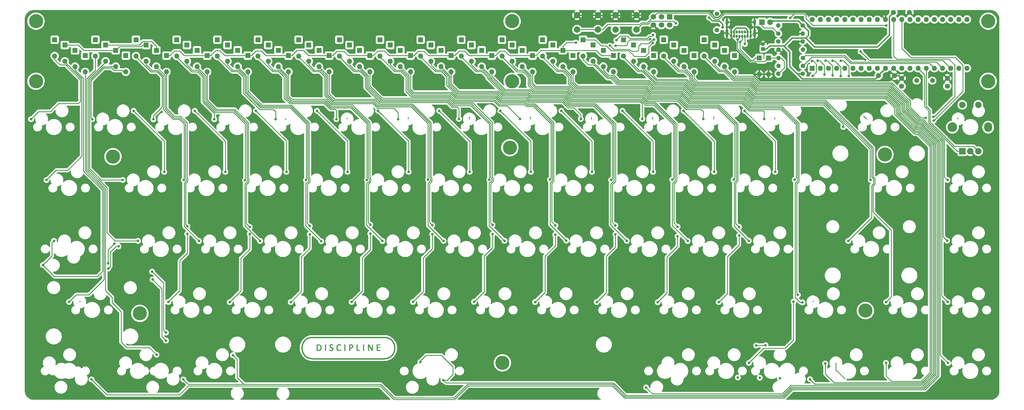
<source format=gbr>
%TF.GenerationSoftware,KiCad,Pcbnew,(6.0.6)*%
%TF.CreationDate,2023-05-08T18:10:16+05:30*%
%TF.ProjectId,discipline-pcb,64697363-6970-46c6-996e-652d7063622e,rev?*%
%TF.SameCoordinates,Original*%
%TF.FileFunction,Copper,L1,Top*%
%TF.FilePolarity,Positive*%
%FSLAX46Y46*%
G04 Gerber Fmt 4.6, Leading zero omitted, Abs format (unit mm)*
G04 Created by KiCad (PCBNEW (6.0.6)) date 2023-05-08 18:10:16*
%MOMM*%
%LPD*%
G01*
G04 APERTURE LIST*
%TA.AperFunction,EtchedComponent*%
%ADD10C,0.400000*%
%TD*%
%TA.AperFunction,EtchedComponent*%
%ADD11C,0.010000*%
%TD*%
%TA.AperFunction,ComponentPad*%
%ADD12C,4.400000*%
%TD*%
%TA.AperFunction,ComponentPad*%
%ADD13R,1.600000X1.600000*%
%TD*%
%TA.AperFunction,ComponentPad*%
%ADD14O,1.600000X1.600000*%
%TD*%
%TA.AperFunction,ComponentPad*%
%ADD15C,1.400000*%
%TD*%
%TA.AperFunction,ComponentPad*%
%ADD16O,1.400000X1.400000*%
%TD*%
%TA.AperFunction,ComponentPad*%
%ADD17C,2.000000*%
%TD*%
%TA.AperFunction,ComponentPad*%
%ADD18R,1.800000X1.800000*%
%TD*%
%TA.AperFunction,ComponentPad*%
%ADD19C,1.800000*%
%TD*%
%TA.AperFunction,ComponentPad*%
%ADD20R,1.200000X1.200000*%
%TD*%
%TA.AperFunction,ComponentPad*%
%ADD21C,1.200000*%
%TD*%
%TA.AperFunction,ComponentPad*%
%ADD22C,1.600000*%
%TD*%
%TA.AperFunction,ComponentPad*%
%ADD23O,0.650000X1.000000*%
%TD*%
%TA.AperFunction,ComponentPad*%
%ADD24O,0.900000X1.700000*%
%TD*%
%TA.AperFunction,ComponentPad*%
%ADD25O,0.900000X2.400000*%
%TD*%
%TA.AperFunction,ComponentPad*%
%ADD26C,1.500000*%
%TD*%
%TA.AperFunction,ComponentPad*%
%ADD27R,1.700000X1.700000*%
%TD*%
%TA.AperFunction,ComponentPad*%
%ADD28C,1.700000*%
%TD*%
%TA.AperFunction,ComponentPad*%
%ADD29R,2.000000X2.000000*%
%TD*%
%TA.AperFunction,ComponentPad*%
%ADD30O,3.000000X3.000000*%
%TD*%
%TA.AperFunction,ComponentPad*%
%ADD31O,2.500000X3.000000*%
%TD*%
%TA.AperFunction,ViaPad*%
%ADD32C,0.800000*%
%TD*%
%TA.AperFunction,Conductor*%
%ADD33C,0.250000*%
%TD*%
%TA.AperFunction,Conductor*%
%ADD34C,0.400000*%
%TD*%
G04 APERTURE END LIST*
D10*
%TO.C,G\u002A\u002A\u002A*%
X144057456Y-160474210D02*
X166337456Y-160474210D01*
X144037456Y-167154210D02*
X166337456Y-167154210D01*
X144027456Y-160474210D02*
G75*
G03*
X144027456Y-167154210I0J-3340000D01*
G01*
X166327456Y-167154210D02*
G75*
G03*
X166327456Y-160474210I0J3340000D01*
G01*
G36*
X150058620Y-162650150D02*
G01*
X150181691Y-162684296D01*
X150274180Y-162728554D01*
X150316406Y-162773391D01*
X150334272Y-162857763D01*
X150327489Y-162931595D01*
X150307760Y-162961945D01*
X150264101Y-162958916D01*
X150187416Y-162930900D01*
X150153942Y-162914901D01*
X149996013Y-162858251D01*
X149846929Y-162847564D01*
X149717597Y-162878974D01*
X149618923Y-162948617D01*
X149561814Y-163052629D01*
X149552032Y-163128169D01*
X149575421Y-163240997D01*
X149649293Y-163340158D01*
X149779204Y-163431459D01*
X149898620Y-163490354D01*
X150125834Y-163606298D01*
X150289152Y-163724770D01*
X150372520Y-163819849D01*
X150414719Y-163927832D01*
X150432425Y-164068767D01*
X150424946Y-164214800D01*
X150391589Y-164338078D01*
X150385724Y-164350194D01*
X150276350Y-164493769D01*
X150122757Y-164598390D01*
X149935744Y-164660265D01*
X149726111Y-164675603D01*
X149535708Y-164648620D01*
X149419119Y-164610095D01*
X149316971Y-164558593D01*
X149253173Y-164506351D01*
X149250539Y-164502652D01*
X149229230Y-164437173D01*
X149229852Y-164361057D01*
X149251456Y-164308359D01*
X149256050Y-164304820D01*
X149300715Y-164307535D01*
X149379113Y-164335935D01*
X149422808Y-164356995D01*
X149596979Y-164424087D01*
X149764628Y-164446056D01*
X149915771Y-164426186D01*
X150040425Y-164367761D01*
X150128607Y-164274064D01*
X150170333Y-164148378D01*
X150172340Y-164110470D01*
X150150853Y-164021260D01*
X150082869Y-163932090D01*
X149963105Y-163838044D01*
X149786278Y-163734206D01*
X149744317Y-163712201D01*
X149560379Y-163608427D01*
X149431276Y-163511457D01*
X149348801Y-163411095D01*
X149304745Y-163297144D01*
X149290899Y-163159409D01*
X149290849Y-163148930D01*
X149316523Y-162961799D01*
X149393178Y-162815336D01*
X149520261Y-162710107D01*
X149697220Y-162646681D01*
X149793478Y-162631877D01*
X149923154Y-162631036D01*
X150058620Y-162650150D01*
G37*
D11*
X150058620Y-162650150D02*
X150181691Y-162684296D01*
X150274180Y-162728554D01*
X150316406Y-162773391D01*
X150334272Y-162857763D01*
X150327489Y-162931595D01*
X150307760Y-162961945D01*
X150264101Y-162958916D01*
X150187416Y-162930900D01*
X150153942Y-162914901D01*
X149996013Y-162858251D01*
X149846929Y-162847564D01*
X149717597Y-162878974D01*
X149618923Y-162948617D01*
X149561814Y-163052629D01*
X149552032Y-163128169D01*
X149575421Y-163240997D01*
X149649293Y-163340158D01*
X149779204Y-163431459D01*
X149898620Y-163490354D01*
X150125834Y-163606298D01*
X150289152Y-163724770D01*
X150372520Y-163819849D01*
X150414719Y-163927832D01*
X150432425Y-164068767D01*
X150424946Y-164214800D01*
X150391589Y-164338078D01*
X150385724Y-164350194D01*
X150276350Y-164493769D01*
X150122757Y-164598390D01*
X149935744Y-164660265D01*
X149726111Y-164675603D01*
X149535708Y-164648620D01*
X149419119Y-164610095D01*
X149316971Y-164558593D01*
X149253173Y-164506351D01*
X149250539Y-164502652D01*
X149229230Y-164437173D01*
X149229852Y-164361057D01*
X149251456Y-164308359D01*
X149256050Y-164304820D01*
X149300715Y-164307535D01*
X149379113Y-164335935D01*
X149422808Y-164356995D01*
X149596979Y-164424087D01*
X149764628Y-164446056D01*
X149915771Y-164426186D01*
X150040425Y-164367761D01*
X150128607Y-164274064D01*
X150170333Y-164148378D01*
X150172340Y-164110470D01*
X150150853Y-164021260D01*
X150082869Y-163932090D01*
X149963105Y-163838044D01*
X149786278Y-163734206D01*
X149744317Y-163712201D01*
X149560379Y-163608427D01*
X149431276Y-163511457D01*
X149348801Y-163411095D01*
X149304745Y-163297144D01*
X149290899Y-163159409D01*
X149290849Y-163148930D01*
X149316523Y-162961799D01*
X149393178Y-162815336D01*
X149520261Y-162710107D01*
X149697220Y-162646681D01*
X149793478Y-162631877D01*
X149923154Y-162631036D01*
X150058620Y-162650150D01*
G36*
X155863650Y-162660711D02*
G01*
X156033793Y-162669015D01*
X156154340Y-162680525D01*
X156240993Y-162698121D01*
X156309451Y-162724684D01*
X156356603Y-162751175D01*
X156483192Y-162851186D01*
X156561203Y-162971445D01*
X156597976Y-163126571D01*
X156603301Y-163242436D01*
X156579591Y-163453977D01*
X156508446Y-163622394D01*
X156388472Y-163748994D01*
X156218272Y-163835080D01*
X155996453Y-163881960D01*
X155912375Y-163889009D01*
X155657173Y-163903782D01*
X155657173Y-164646292D01*
X155548347Y-164646292D01*
X155467677Y-164640319D01*
X155419230Y-164625812D01*
X155417756Y-164624527D01*
X155412174Y-164587498D01*
X155407121Y-164493586D01*
X155402789Y-164351203D01*
X155399368Y-164168760D01*
X155397049Y-163954668D01*
X155396024Y-163717340D01*
X155395991Y-163665414D01*
X155396428Y-163387409D01*
X155397256Y-163269643D01*
X155657173Y-163269643D01*
X155658914Y-163422368D01*
X155663650Y-163550448D01*
X155670653Y-163640207D01*
X155678938Y-163677740D01*
X155730938Y-163694686D01*
X155824375Y-163698293D01*
X155936910Y-163689223D01*
X156046201Y-163668137D01*
X156051371Y-163666725D01*
X156190303Y-163602535D01*
X156281681Y-163497595D01*
X156329504Y-163346643D01*
X156335892Y-163292377D01*
X156341468Y-163185561D01*
X156329626Y-163116034D01*
X156290997Y-163056290D01*
X156235758Y-162998296D01*
X156171379Y-162937956D01*
X156115104Y-162903537D01*
X156045070Y-162887790D01*
X155939416Y-162883466D01*
X155888973Y-162883310D01*
X155657173Y-162883310D01*
X155657173Y-163269643D01*
X155397256Y-163269643D01*
X155397972Y-163167721D01*
X155400974Y-162999379D01*
X155405476Y-162883310D01*
X155405783Y-162875408D01*
X155412749Y-162788836D01*
X155422223Y-162732690D01*
X155434555Y-162699996D01*
X155445090Y-162687318D01*
X155493218Y-162668250D01*
X155585445Y-162658270D01*
X155729471Y-162656887D01*
X155863650Y-162660711D01*
G37*
X155863650Y-162660711D02*
X156033793Y-162669015D01*
X156154340Y-162680525D01*
X156240993Y-162698121D01*
X156309451Y-162724684D01*
X156356603Y-162751175D01*
X156483192Y-162851186D01*
X156561203Y-162971445D01*
X156597976Y-163126571D01*
X156603301Y-163242436D01*
X156579591Y-163453977D01*
X156508446Y-163622394D01*
X156388472Y-163748994D01*
X156218272Y-163835080D01*
X155996453Y-163881960D01*
X155912375Y-163889009D01*
X155657173Y-163903782D01*
X155657173Y-164646292D01*
X155548347Y-164646292D01*
X155467677Y-164640319D01*
X155419230Y-164625812D01*
X155417756Y-164624527D01*
X155412174Y-164587498D01*
X155407121Y-164493586D01*
X155402789Y-164351203D01*
X155399368Y-164168760D01*
X155397049Y-163954668D01*
X155396024Y-163717340D01*
X155395991Y-163665414D01*
X155396428Y-163387409D01*
X155397256Y-163269643D01*
X155657173Y-163269643D01*
X155658914Y-163422368D01*
X155663650Y-163550448D01*
X155670653Y-163640207D01*
X155678938Y-163677740D01*
X155730938Y-163694686D01*
X155824375Y-163698293D01*
X155936910Y-163689223D01*
X156046201Y-163668137D01*
X156051371Y-163666725D01*
X156190303Y-163602535D01*
X156281681Y-163497595D01*
X156329504Y-163346643D01*
X156335892Y-163292377D01*
X156341468Y-163185561D01*
X156329626Y-163116034D01*
X156290997Y-163056290D01*
X156235758Y-162998296D01*
X156171379Y-162937956D01*
X156115104Y-162903537D01*
X156045070Y-162887790D01*
X155939416Y-162883466D01*
X155888973Y-162883310D01*
X155657173Y-162883310D01*
X155657173Y-163269643D01*
X155397256Y-163269643D01*
X155397972Y-163167721D01*
X155400974Y-162999379D01*
X155405476Y-162883310D01*
X155405783Y-162875408D01*
X155412749Y-162788836D01*
X155422223Y-162732690D01*
X155434555Y-162699996D01*
X155445090Y-162687318D01*
X155493218Y-162668250D01*
X155585445Y-162658270D01*
X155729471Y-162656887D01*
X155863650Y-162660711D01*
G36*
X152408386Y-162635959D02*
G01*
X152621244Y-162690119D01*
X152679962Y-162716878D01*
X152784487Y-162784344D01*
X152836756Y-162860616D01*
X152849461Y-162949349D01*
X152834489Y-163012693D01*
X152786729Y-163026512D01*
X152701921Y-162991031D01*
X152651765Y-162959858D01*
X152513590Y-162891158D01*
X152352941Y-162860803D01*
X152332306Y-162859344D01*
X152143062Y-162872186D01*
X151989583Y-162938547D01*
X151866387Y-163061565D01*
X151806649Y-163160111D01*
X151768065Y-163242415D01*
X151743490Y-163320306D01*
X151729877Y-163412270D01*
X151724181Y-163536793D01*
X151723274Y-163666152D01*
X151725317Y-163830258D01*
X151733073Y-163946696D01*
X151749257Y-164033021D01*
X151776585Y-164106793D01*
X151798048Y-164149694D01*
X151908533Y-164293309D01*
X152054800Y-164390362D01*
X152224605Y-164438527D01*
X152405703Y-164435479D01*
X152585849Y-164378891D01*
X152687818Y-164318677D01*
X152759436Y-164274662D01*
X152811380Y-164254634D01*
X152813691Y-164254519D01*
X152844489Y-164280286D01*
X152849916Y-164343086D01*
X152833021Y-164421166D01*
X152796856Y-164492776D01*
X152777122Y-164515256D01*
X152656447Y-164591254D01*
X152493250Y-164643959D01*
X152307205Y-164669959D01*
X152117982Y-164665847D01*
X152012312Y-164647796D01*
X151824801Y-164571180D01*
X151668871Y-164441890D01*
X151547844Y-164266117D01*
X151465039Y-164050050D01*
X151423778Y-163799878D01*
X151424759Y-163552590D01*
X151466364Y-163300088D01*
X151547477Y-163078068D01*
X151663241Y-162897078D01*
X151776084Y-162789979D01*
X151967945Y-162687333D01*
X152184666Y-162635512D01*
X152408386Y-162635959D01*
G37*
X152408386Y-162635959D02*
X152621244Y-162690119D01*
X152679962Y-162716878D01*
X152784487Y-162784344D01*
X152836756Y-162860616D01*
X152849461Y-162949349D01*
X152834489Y-163012693D01*
X152786729Y-163026512D01*
X152701921Y-162991031D01*
X152651765Y-162959858D01*
X152513590Y-162891158D01*
X152352941Y-162860803D01*
X152332306Y-162859344D01*
X152143062Y-162872186D01*
X151989583Y-162938547D01*
X151866387Y-163061565D01*
X151806649Y-163160111D01*
X151768065Y-163242415D01*
X151743490Y-163320306D01*
X151729877Y-163412270D01*
X151724181Y-163536793D01*
X151723274Y-163666152D01*
X151725317Y-163830258D01*
X151733073Y-163946696D01*
X151749257Y-164033021D01*
X151776585Y-164106793D01*
X151798048Y-164149694D01*
X151908533Y-164293309D01*
X152054800Y-164390362D01*
X152224605Y-164438527D01*
X152405703Y-164435479D01*
X152585849Y-164378891D01*
X152687818Y-164318677D01*
X152759436Y-164274662D01*
X152811380Y-164254634D01*
X152813691Y-164254519D01*
X152844489Y-164280286D01*
X152849916Y-164343086D01*
X152833021Y-164421166D01*
X152796856Y-164492776D01*
X152777122Y-164515256D01*
X152656447Y-164591254D01*
X152493250Y-164643959D01*
X152307205Y-164669959D01*
X152117982Y-164665847D01*
X152012312Y-164647796D01*
X151824801Y-164571180D01*
X151668871Y-164441890D01*
X151547844Y-164266117D01*
X151465039Y-164050050D01*
X151423778Y-163799878D01*
X151424759Y-163552590D01*
X151466364Y-163300088D01*
X151547477Y-163078068D01*
X151663241Y-162897078D01*
X151776084Y-162789979D01*
X151967945Y-162687333D01*
X152184666Y-162635512D01*
X152408386Y-162635959D01*
G36*
X148131852Y-164629968D02*
G01*
X148025522Y-164640216D01*
X147939522Y-164635155D01*
X147902579Y-164607170D01*
X147898618Y-164564485D01*
X147895587Y-164465130D01*
X147893557Y-164317724D01*
X147892596Y-164130887D01*
X147892773Y-163913238D01*
X147894159Y-163673398D01*
X147894642Y-163617489D01*
X147903317Y-162671099D01*
X148131852Y-162671099D01*
X148131852Y-164629968D01*
G37*
X148131852Y-164629968D02*
X148025522Y-164640216D01*
X147939522Y-164635155D01*
X147902579Y-164607170D01*
X147898618Y-164564485D01*
X147895587Y-164465130D01*
X147893557Y-164317724D01*
X147892596Y-164130887D01*
X147892773Y-163913238D01*
X147894159Y-163673398D01*
X147894642Y-163617489D01*
X147903317Y-162671099D01*
X148131852Y-162671099D01*
X148131852Y-164629968D01*
G36*
X164749072Y-162655368D02*
G01*
X164884771Y-162657925D01*
X164975079Y-162663614D01*
X165029945Y-162673607D01*
X165059319Y-162689070D01*
X165073151Y-162711174D01*
X165074608Y-162715472D01*
X165081021Y-162794519D01*
X165073315Y-162829739D01*
X165056010Y-162852466D01*
X165017542Y-162867835D01*
X164947162Y-162877197D01*
X164834122Y-162881902D01*
X164667674Y-162883300D01*
X164646928Y-162883310D01*
X164241098Y-162883310D01*
X164250485Y-163185303D01*
X164259872Y-163487295D01*
X164610836Y-163496561D01*
X164961800Y-163505828D01*
X164961800Y-163699506D01*
X164243548Y-163699506D01*
X164243548Y-164415807D01*
X165076068Y-164434081D01*
X165076068Y-164629968D01*
X164569186Y-164638922D01*
X164353731Y-164640947D01*
X164197101Y-164638059D01*
X164092985Y-164629900D01*
X164035072Y-164616111D01*
X164022335Y-164607907D01*
X164009968Y-164563582D01*
X163999695Y-164464305D01*
X163991522Y-164320384D01*
X163985452Y-164142124D01*
X163981490Y-163939834D01*
X163979639Y-163723818D01*
X163979905Y-163504386D01*
X163982291Y-163291842D01*
X163986802Y-163096495D01*
X163993442Y-162928651D01*
X164002214Y-162798616D01*
X164013125Y-162716699D01*
X164021543Y-162693953D01*
X164067798Y-162676565D01*
X164168692Y-162664409D01*
X164327682Y-162657231D01*
X164548224Y-162654779D01*
X164558032Y-162654776D01*
X164749072Y-162655368D01*
G37*
X164749072Y-162655368D02*
X164884771Y-162657925D01*
X164975079Y-162663614D01*
X165029945Y-162673607D01*
X165059319Y-162689070D01*
X165073151Y-162711174D01*
X165074608Y-162715472D01*
X165081021Y-162794519D01*
X165073315Y-162829739D01*
X165056010Y-162852466D01*
X165017542Y-162867835D01*
X164947162Y-162877197D01*
X164834122Y-162881902D01*
X164667674Y-162883300D01*
X164646928Y-162883310D01*
X164241098Y-162883310D01*
X164250485Y-163185303D01*
X164259872Y-163487295D01*
X164610836Y-163496561D01*
X164961800Y-163505828D01*
X164961800Y-163699506D01*
X164243548Y-163699506D01*
X164243548Y-164415807D01*
X165076068Y-164434081D01*
X165076068Y-164629968D01*
X164569186Y-164638922D01*
X164353731Y-164640947D01*
X164197101Y-164638059D01*
X164092985Y-164629900D01*
X164035072Y-164616111D01*
X164022335Y-164607907D01*
X164009968Y-164563582D01*
X163999695Y-164464305D01*
X163991522Y-164320384D01*
X163985452Y-164142124D01*
X163981490Y-163939834D01*
X163979639Y-163723818D01*
X163979905Y-163504386D01*
X163982291Y-163291842D01*
X163986802Y-163096495D01*
X163993442Y-162928651D01*
X164002214Y-162798616D01*
X164013125Y-162716699D01*
X164021543Y-162693953D01*
X164067798Y-162676565D01*
X164168692Y-162664409D01*
X164327682Y-162657231D01*
X164548224Y-162654779D01*
X164558032Y-162654776D01*
X164749072Y-162655368D01*
G36*
X162734069Y-163640268D02*
G01*
X162725425Y-164629968D01*
X162611158Y-164639583D01*
X162517601Y-164634566D01*
X162445477Y-164609338D01*
X162442159Y-164606936D01*
X162412497Y-164568132D01*
X162356197Y-164479783D01*
X162277860Y-164349678D01*
X162182092Y-164185608D01*
X162073495Y-163995362D01*
X161956674Y-163786732D01*
X161944856Y-163765409D01*
X161502285Y-162966146D01*
X161493546Y-163798057D01*
X161484808Y-164629968D01*
X161378221Y-164640235D01*
X161271634Y-164650501D01*
X161280277Y-163660800D01*
X161288921Y-162671099D01*
X161440339Y-162661298D01*
X161541129Y-162660739D01*
X161603506Y-162681279D01*
X161652550Y-162730572D01*
X161684699Y-162780561D01*
X161742835Y-162879148D01*
X161821926Y-163017470D01*
X161916944Y-163186666D01*
X162022859Y-163377872D01*
X162105117Y-163527999D01*
X162496890Y-164246351D01*
X162529538Y-162671099D01*
X162636125Y-162660833D01*
X162742713Y-162650567D01*
X162734069Y-163640268D01*
G37*
X162734069Y-163640268D02*
X162725425Y-164629968D01*
X162611158Y-164639583D01*
X162517601Y-164634566D01*
X162445477Y-164609338D01*
X162442159Y-164606936D01*
X162412497Y-164568132D01*
X162356197Y-164479783D01*
X162277860Y-164349678D01*
X162182092Y-164185608D01*
X162073495Y-163995362D01*
X161956674Y-163786732D01*
X161944856Y-163765409D01*
X161502285Y-162966146D01*
X161493546Y-163798057D01*
X161484808Y-164629968D01*
X161378221Y-164640235D01*
X161271634Y-164650501D01*
X161280277Y-163660800D01*
X161288921Y-162671099D01*
X161440339Y-162661298D01*
X161541129Y-162660739D01*
X161603506Y-162681279D01*
X161652550Y-162730572D01*
X161684699Y-162780561D01*
X161742835Y-162879148D01*
X161821926Y-163017470D01*
X161916944Y-163186666D01*
X162022859Y-163377872D01*
X162105117Y-163527999D01*
X162496890Y-164246351D01*
X162529538Y-162671099D01*
X162636125Y-162660833D01*
X162742713Y-162650567D01*
X162734069Y-163640268D01*
G36*
X159893227Y-162660967D02*
G01*
X160015656Y-162671099D01*
X160015656Y-164629968D01*
X159770798Y-164650234D01*
X159770798Y-162650834D01*
X159893227Y-162660967D01*
G37*
X159893227Y-162660967D02*
X160015656Y-162671099D01*
X160015656Y-164629968D01*
X159770798Y-164650234D01*
X159770798Y-162650834D01*
X159893227Y-162660967D01*
G36*
X157869063Y-162660967D02*
G01*
X157991492Y-162671099D01*
X158008878Y-164415629D01*
X158742392Y-164434081D01*
X158742392Y-164629968D01*
X158267114Y-164638967D01*
X158097108Y-164640682D01*
X157950808Y-164639315D01*
X157840400Y-164635199D01*
X157778070Y-164628668D01*
X157769235Y-164625364D01*
X157763550Y-164588205D01*
X157758388Y-164493994D01*
X157753938Y-164350974D01*
X157750385Y-164167387D01*
X157747916Y-163951478D01*
X157746718Y-163711488D01*
X157746633Y-163626798D01*
X157746633Y-162650834D01*
X157869063Y-162660967D01*
G37*
X157869063Y-162660967D02*
X157991492Y-162671099D01*
X158008878Y-164415629D01*
X158742392Y-164434081D01*
X158742392Y-164629968D01*
X158267114Y-164638967D01*
X158097108Y-164640682D01*
X157950808Y-164639315D01*
X157840400Y-164635199D01*
X157778070Y-164628668D01*
X157769235Y-164625364D01*
X157763550Y-164588205D01*
X157758388Y-164493994D01*
X157753938Y-164350974D01*
X157750385Y-164167387D01*
X157747916Y-163951478D01*
X157746718Y-163711488D01*
X157746633Y-163626798D01*
X157746633Y-162650834D01*
X157869063Y-162660967D01*
G36*
X145844792Y-162663531D02*
G01*
X146057901Y-162687634D01*
X146234495Y-162736457D01*
X146387427Y-162812457D01*
X146394580Y-162816950D01*
X146546193Y-162950535D01*
X146660045Y-163130150D01*
X146732980Y-163346453D01*
X146761840Y-163590101D01*
X146743731Y-163850102D01*
X146681412Y-164098167D01*
X146579948Y-164296471D01*
X146436000Y-164449859D01*
X146254602Y-164559414D01*
X146163426Y-164588215D01*
X146035359Y-164612240D01*
X145884217Y-164630801D01*
X145723819Y-164643212D01*
X145567982Y-164648785D01*
X145430523Y-164646834D01*
X145325259Y-164636671D01*
X145266009Y-164617610D01*
X145258782Y-164608931D01*
X145254647Y-164565780D01*
X145251459Y-164465980D01*
X145250753Y-164417758D01*
X145503703Y-164417758D01*
X145757967Y-164417758D01*
X145915175Y-164412346D01*
X146032635Y-164393063D01*
X146135227Y-164355341D01*
X146157903Y-164344300D01*
X146295793Y-164246591D01*
X146392863Y-164109937D01*
X146452488Y-163927864D01*
X146476152Y-163734335D01*
X146474971Y-163502917D01*
X146439735Y-163316878D01*
X146367335Y-163164100D01*
X146310872Y-163090229D01*
X146204191Y-162989823D01*
X146084972Y-162926035D01*
X145936269Y-162892618D01*
X145749610Y-162883310D01*
X145503703Y-162883310D01*
X145503703Y-164417758D01*
X145250753Y-164417758D01*
X145249295Y-164318171D01*
X145248228Y-164130992D01*
X145248335Y-163913086D01*
X145249689Y-163673092D01*
X145250169Y-163617489D01*
X145256898Y-162883310D01*
X145258844Y-162671099D01*
X145582316Y-162661693D01*
X145844792Y-162663531D01*
G37*
X145844792Y-162663531D02*
X146057901Y-162687634D01*
X146234495Y-162736457D01*
X146387427Y-162812457D01*
X146394580Y-162816950D01*
X146546193Y-162950535D01*
X146660045Y-163130150D01*
X146732980Y-163346453D01*
X146761840Y-163590101D01*
X146743731Y-163850102D01*
X146681412Y-164098167D01*
X146579948Y-164296471D01*
X146436000Y-164449859D01*
X146254602Y-164559414D01*
X146163426Y-164588215D01*
X146035359Y-164612240D01*
X145884217Y-164630801D01*
X145723819Y-164643212D01*
X145567982Y-164648785D01*
X145430523Y-164646834D01*
X145325259Y-164636671D01*
X145266009Y-164617610D01*
X145258782Y-164608931D01*
X145254647Y-164565780D01*
X145251459Y-164465980D01*
X145250753Y-164417758D01*
X145503703Y-164417758D01*
X145757967Y-164417758D01*
X145915175Y-164412346D01*
X146032635Y-164393063D01*
X146135227Y-164355341D01*
X146157903Y-164344300D01*
X146295793Y-164246591D01*
X146392863Y-164109937D01*
X146452488Y-163927864D01*
X146476152Y-163734335D01*
X146474971Y-163502917D01*
X146439735Y-163316878D01*
X146367335Y-163164100D01*
X146310872Y-163090229D01*
X146204191Y-162989823D01*
X146084972Y-162926035D01*
X145936269Y-162892618D01*
X145749610Y-162883310D01*
X145503703Y-162883310D01*
X145503703Y-164417758D01*
X145250753Y-164417758D01*
X145249295Y-164318171D01*
X145248228Y-164130992D01*
X145248335Y-163913086D01*
X145249689Y-163673092D01*
X145250169Y-163617489D01*
X145256898Y-162883310D01*
X145258844Y-162671099D01*
X145582316Y-162661693D01*
X145844792Y-162663531D01*
G36*
X154155374Y-164646292D02*
G01*
X154040082Y-164646292D01*
X153959195Y-164635741D01*
X153911587Y-164609863D01*
X153908977Y-164605085D01*
X153905221Y-164562951D01*
X153902376Y-164464122D01*
X153900505Y-164317194D01*
X153899669Y-164130761D01*
X153899931Y-163913418D01*
X153901352Y-163673761D01*
X153901840Y-163617489D01*
X153910515Y-162671099D01*
X154032944Y-162660967D01*
X154155374Y-162650834D01*
X154155374Y-164646292D01*
G37*
X154155374Y-164646292D02*
X154040082Y-164646292D01*
X153959195Y-164635741D01*
X153911587Y-164609863D01*
X153908977Y-164605085D01*
X153905221Y-164562951D01*
X153902376Y-164464122D01*
X153900505Y-164317194D01*
X153899669Y-164130761D01*
X153899931Y-163913418D01*
X153901352Y-163673761D01*
X153901840Y-163617489D01*
X153910515Y-162671099D01*
X154032944Y-162660967D01*
X154155374Y-162650834D01*
X154155374Y-164646292D01*
%TD*%
D12*
%TO.P,REF\u002A\u002A,1*%
%TO.N,N/C*%
X57766382Y-80444750D03*
%TD*%
%TO.P,REF\u002A\u002A,1*%
%TO.N,N/C*%
X57766382Y-61694750D03*
%TD*%
%TO.P,REF\u002A\u002A,1*%
%TO.N,N/C*%
X354660309Y-61694750D03*
%TD*%
%TO.P,REF\u002A\u002A,1*%
%TO.N,N/C*%
X354660309Y-80444750D03*
%TD*%
%TO.P,REF\u002A\u002A,1*%
%TO.N,N/C*%
X203200000Y-168452800D03*
%TD*%
%TO.P,REF\u002A\u002A,1*%
%TO.N,N/C*%
X81762600Y-104013000D03*
%TD*%
%TO.P,REF\u002A\u002A,1*%
%TO.N,N/C*%
X322478400Y-103327200D03*
%TD*%
%TO.P,REF\u002A\u002A,1*%
%TO.N,N/C*%
X205511400Y-101219000D03*
%TD*%
%TO.P,REF\u002A\u002A,1*%
%TO.N,N/C*%
X316382400Y-152120600D03*
%TD*%
%TO.P,REF\u002A\u002A,1*%
%TO.N,N/C*%
X90144600Y-152984200D03*
%TD*%
D13*
%TO.P,D1,1*%
%TO.N,row0*%
X63600284Y-67475612D03*
D14*
%TO.P,D1,2*%
%TO.N,Net-(D1-Pad2)*%
X63600284Y-72555612D03*
%TD*%
D13*
%TO.P,D2,1*%
%TO.N,row0*%
X85786525Y-72436199D03*
D14*
%TO.P,D2,2*%
%TO.N,Net-(D2-Pad2)*%
X85786525Y-77516199D03*
%TD*%
D13*
%TO.P,D3,1*%
%TO.N,row0*%
X88955988Y-67475612D03*
D14*
%TO.P,D3,2*%
%TO.N,Net-(D3-Pad2)*%
X88955988Y-72555612D03*
%TD*%
D13*
%TO.P,D4,1*%
%TO.N,row0*%
X101633840Y-67475612D03*
D14*
%TO.P,D4,2*%
%TO.N,Net-(D4-Pad2)*%
X101633840Y-72555612D03*
%TD*%
D13*
%TO.P,D5,1*%
%TO.N,row0*%
X114311692Y-67475612D03*
D14*
%TO.P,D5,2*%
%TO.N,Net-(D5-Pad2)*%
X114311692Y-72555612D03*
%TD*%
D13*
%TO.P,D6,1*%
%TO.N,row0*%
X126989544Y-67475612D03*
D14*
%TO.P,D6,2*%
%TO.N,Net-(D6-Pad2)*%
X126989544Y-72555612D03*
%TD*%
D13*
%TO.P,D7,1*%
%TO.N,row0*%
X139667396Y-67475612D03*
D14*
%TO.P,D7,2*%
%TO.N,Net-(D7-Pad2)*%
X139667396Y-72555612D03*
%TD*%
D13*
%TO.P,D8,1*%
%TO.N,row0*%
X152345248Y-67475612D03*
D14*
%TO.P,D8,2*%
%TO.N,Net-(D8-Pad2)*%
X152345248Y-72555612D03*
%TD*%
D13*
%TO.P,D9,1*%
%TO.N,row0*%
X165023100Y-67475612D03*
D14*
%TO.P,D9,2*%
%TO.N,Net-(D9-Pad2)*%
X165023100Y-72555612D03*
%TD*%
D13*
%TO.P,D10,1*%
%TO.N,row0*%
X177700952Y-67475612D03*
D14*
%TO.P,D10,2*%
%TO.N,Net-(D10-Pad2)*%
X177700952Y-72555612D03*
%TD*%
D13*
%TO.P,D11,1*%
%TO.N,row0*%
X190378804Y-67475612D03*
D14*
%TO.P,D11,2*%
%TO.N,Net-(D11-Pad2)*%
X190378804Y-72555612D03*
%TD*%
D13*
%TO.P,D12,1*%
%TO.N,row0*%
X203056656Y-67475612D03*
D14*
%TO.P,D12,2*%
%TO.N,Net-(D12-Pad2)*%
X203056656Y-72555612D03*
%TD*%
D13*
%TO.P,D13,1*%
%TO.N,row0*%
X215734508Y-67475612D03*
D14*
%TO.P,D13,2*%
%TO.N,Net-(D13-Pad2)*%
X215734508Y-72555612D03*
%TD*%
D13*
%TO.P,D14,1*%
%TO.N,row0*%
X228342376Y-67475612D03*
D14*
%TO.P,D14,2*%
%TO.N,Net-(D14-Pad2)*%
X228342376Y-72555612D03*
%TD*%
D13*
%TO.P,D15,1*%
%TO.N,row0*%
X275541929Y-72436199D03*
D14*
%TO.P,D15,2*%
%TO.N,Net-(D15-Pad2)*%
X275541929Y-77516199D03*
%TD*%
D13*
%TO.P,D16,1*%
%TO.N,row1*%
X66769747Y-69129141D03*
D14*
%TO.P,D16,2*%
%TO.N,Net-(D16-Pad2)*%
X66769747Y-74209141D03*
%TD*%
D13*
%TO.P,D17,1*%
%TO.N,row1*%
X82617062Y-70782670D03*
D14*
%TO.P,D17,2*%
%TO.N,Net-(D17-Pad2)*%
X82617062Y-75862670D03*
%TD*%
D13*
%TO.P,D18,1*%
%TO.N,row1*%
X92125451Y-69129141D03*
D14*
%TO.P,D18,2*%
%TO.N,Net-(D18-Pad2)*%
X92125451Y-74209141D03*
%TD*%
D13*
%TO.P,D19,1*%
%TO.N,row1*%
X104803303Y-69129141D03*
D14*
%TO.P,D19,2*%
%TO.N,Net-(D19-Pad2)*%
X104803303Y-74209141D03*
%TD*%
D13*
%TO.P,D20,1*%
%TO.N,row1*%
X117481155Y-69129141D03*
D14*
%TO.P,D20,2*%
%TO.N,Net-(D20-Pad2)*%
X117481155Y-74209141D03*
%TD*%
D13*
%TO.P,D21,1*%
%TO.N,row1*%
X130159007Y-69129141D03*
D14*
%TO.P,D21,2*%
%TO.N,Net-(D21-Pad2)*%
X130159007Y-74209141D03*
%TD*%
D13*
%TO.P,D22,1*%
%TO.N,row1*%
X142836859Y-69129141D03*
D14*
%TO.P,D22,2*%
%TO.N,Net-(D22-Pad2)*%
X142836859Y-74209141D03*
%TD*%
D13*
%TO.P,D23,1*%
%TO.N,row1*%
X155514711Y-69129141D03*
D14*
%TO.P,D23,2*%
%TO.N,Net-(D23-Pad2)*%
X155514711Y-74209141D03*
%TD*%
D13*
%TO.P,D24,1*%
%TO.N,row1*%
X168192563Y-69129141D03*
D14*
%TO.P,D24,2*%
%TO.N,Net-(D24-Pad2)*%
X168192563Y-74209141D03*
%TD*%
D13*
%TO.P,D25,1*%
%TO.N,row1*%
X180870415Y-69129141D03*
D14*
%TO.P,D25,2*%
%TO.N,Net-(D25-Pad2)*%
X180870415Y-74209141D03*
%TD*%
D13*
%TO.P,D26,1*%
%TO.N,row1*%
X193548267Y-69129141D03*
D14*
%TO.P,D26,2*%
%TO.N,Net-(D26-Pad2)*%
X193548267Y-74209141D03*
%TD*%
D13*
%TO.P,D27,1*%
%TO.N,row1*%
X206226119Y-69129141D03*
D14*
%TO.P,D27,2*%
%TO.N,Net-(D27-Pad2)*%
X206226119Y-74209141D03*
%TD*%
D13*
%TO.P,D28,1*%
%TO.N,row1*%
X218886475Y-69129141D03*
D14*
%TO.P,D28,2*%
%TO.N,Net-(D28-Pad2)*%
X218886475Y-74209141D03*
%TD*%
D13*
%TO.P,D29,1*%
%TO.N,row1*%
X231493149Y-69129141D03*
D14*
%TO.P,D29,2*%
%TO.N,Net-(D29-Pad2)*%
X231493149Y-74209141D03*
%TD*%
D13*
%TO.P,D30,1*%
%TO.N,row1*%
X272453205Y-70782670D03*
D14*
%TO.P,D30,2*%
%TO.N,Net-(D30-Pad2)*%
X272453205Y-75862670D03*
%TD*%
D13*
%TO.P,D31,1*%
%TO.N,row2*%
X69939210Y-70782670D03*
D14*
%TO.P,D31,2*%
%TO.N,Net-(D31-Pad2)*%
X69939210Y-75862670D03*
%TD*%
D13*
%TO.P,D32,1*%
%TO.N,row2*%
X79447599Y-69129141D03*
D14*
%TO.P,D32,2*%
%TO.N,Net-(D32-Pad2)*%
X79447599Y-74209141D03*
%TD*%
D13*
%TO.P,D33,1*%
%TO.N,row2*%
X95294914Y-70782670D03*
D14*
%TO.P,D33,2*%
%TO.N,Net-(D33-Pad2)*%
X95294914Y-75862670D03*
%TD*%
D13*
%TO.P,D34,1*%
%TO.N,row2*%
X107972766Y-70782670D03*
D14*
%TO.P,D34,2*%
%TO.N,Net-(D34-Pad2)*%
X107972766Y-75862670D03*
%TD*%
D13*
%TO.P,D35,1*%
%TO.N,row2*%
X120650618Y-70782670D03*
D14*
%TO.P,D35,2*%
%TO.N,Net-(D35-Pad2)*%
X120650618Y-75862670D03*
%TD*%
D13*
%TO.P,D36,1*%
%TO.N,row2*%
X133328470Y-70782670D03*
D14*
%TO.P,D36,2*%
%TO.N,Net-(D36-Pad2)*%
X133328470Y-75862670D03*
%TD*%
D13*
%TO.P,D37,1*%
%TO.N,row2*%
X146006322Y-70782670D03*
D14*
%TO.P,D37,2*%
%TO.N,Net-(D37-Pad2)*%
X146006322Y-75862670D03*
%TD*%
D13*
%TO.P,D38,1*%
%TO.N,row2*%
X158684174Y-70782670D03*
D14*
%TO.P,D38,2*%
%TO.N,Net-(D38-Pad2)*%
X158684174Y-75862670D03*
%TD*%
D13*
%TO.P,D39,1*%
%TO.N,row2*%
X171362026Y-70782670D03*
D14*
%TO.P,D39,2*%
%TO.N,Net-(D39-Pad2)*%
X171362026Y-75862670D03*
%TD*%
D13*
%TO.P,D40,1*%
%TO.N,row2*%
X184039878Y-70782670D03*
D14*
%TO.P,D40,2*%
%TO.N,Net-(D40-Pad2)*%
X184039878Y-75862670D03*
%TD*%
D13*
%TO.P,D41,1*%
%TO.N,row2*%
X196717730Y-70782670D03*
D14*
%TO.P,D41,2*%
%TO.N,Net-(D41-Pad2)*%
X196717730Y-75862670D03*
%TD*%
D13*
%TO.P,D42,1*%
%TO.N,row2*%
X209395582Y-70782670D03*
D14*
%TO.P,D42,2*%
%TO.N,Net-(D42-Pad2)*%
X209395582Y-75862670D03*
%TD*%
D13*
%TO.P,D43,1*%
%TO.N,row2*%
X234643922Y-70782670D03*
D14*
%TO.P,D43,2*%
%TO.N,Net-(D43-Pad2)*%
X234643922Y-75862670D03*
%TD*%
D13*
%TO.P,D44,1*%
%TO.N,row2*%
X269364481Y-69129141D03*
D14*
%TO.P,D44,2*%
%TO.N,Net-(D44-Pad2)*%
X269364481Y-74209141D03*
%TD*%
D13*
%TO.P,D45,1*%
%TO.N,row3*%
X73108673Y-72436199D03*
D14*
%TO.P,D45,2*%
%TO.N,Net-(D45-Pad2)*%
X73108673Y-77516199D03*
%TD*%
D13*
%TO.P,D46,1*%
%TO.N,row3*%
X98464377Y-72436199D03*
D14*
%TO.P,D46,2*%
%TO.N,Net-(D46-Pad2)*%
X98464377Y-77516199D03*
%TD*%
D13*
%TO.P,D47,1*%
%TO.N,row3*%
X111142229Y-72436199D03*
D14*
%TO.P,D47,2*%
%TO.N,Net-(D47-Pad2)*%
X111142229Y-77516199D03*
%TD*%
D13*
%TO.P,D48,1*%
%TO.N,row3*%
X123820081Y-72436199D03*
D14*
%TO.P,D48,2*%
%TO.N,Net-(D48-Pad2)*%
X123820081Y-77516199D03*
%TD*%
D13*
%TO.P,D49,1*%
%TO.N,row3*%
X136497933Y-72436199D03*
D14*
%TO.P,D49,2*%
%TO.N,Net-(D49-Pad2)*%
X136497933Y-77516199D03*
%TD*%
D13*
%TO.P,D50,1*%
%TO.N,row3*%
X149175785Y-72436199D03*
D14*
%TO.P,D50,2*%
%TO.N,Net-(D50-Pad2)*%
X149175785Y-77516199D03*
%TD*%
D13*
%TO.P,D51,1*%
%TO.N,row3*%
X161853637Y-72436199D03*
D14*
%TO.P,D51,2*%
%TO.N,Net-(D51-Pad2)*%
X161853637Y-77516199D03*
%TD*%
D13*
%TO.P,D52,1*%
%TO.N,row3*%
X174531489Y-72436199D03*
D14*
%TO.P,D52,2*%
%TO.N,Net-(D52-Pad2)*%
X174531489Y-77516199D03*
%TD*%
D13*
%TO.P,D53,1*%
%TO.N,row3*%
X187209341Y-72436199D03*
D14*
%TO.P,D53,2*%
%TO.N,Net-(D53-Pad2)*%
X187209341Y-77516199D03*
%TD*%
D13*
%TO.P,D54,1*%
%TO.N,row3*%
X199887193Y-72436199D03*
D14*
%TO.P,D54,2*%
%TO.N,Net-(D54-Pad2)*%
X199887193Y-77516199D03*
%TD*%
D13*
%TO.P,D55,1*%
%TO.N,row3*%
X212565045Y-72436199D03*
D14*
%TO.P,D55,2*%
%TO.N,Net-(D55-Pad2)*%
X212565045Y-77516199D03*
%TD*%
D13*
%TO.P,D56,1*%
%TO.N,row3*%
X222038442Y-70782670D03*
D14*
%TO.P,D56,2*%
%TO.N,Net-(D56-Pad2)*%
X222038442Y-75862670D03*
%TD*%
D13*
%TO.P,D57,1*%
%TO.N,row3*%
X237794695Y-72436199D03*
D14*
%TO.P,D57,2*%
%TO.N,Net-(D57-Pad2)*%
X237794695Y-77516199D03*
%TD*%
D13*
%TO.P,D58,1*%
%TO.N,row3*%
X266089606Y-67475612D03*
D14*
%TO.P,D58,2*%
%TO.N,Net-(D58-Pad2)*%
X266089606Y-72555612D03*
%TD*%
D13*
%TO.P,D59,1*%
%TO.N,row4*%
X259788058Y-70782670D03*
D14*
%TO.P,D59,2*%
%TO.N,Net-(D59-Pad2)*%
X259788058Y-75862670D03*
%TD*%
D13*
%TO.P,D60,1*%
%TO.N,row4*%
X76278136Y-67475612D03*
D14*
%TO.P,D60,2*%
%TO.N,Net-(D60-Pad2)*%
X76278136Y-72555612D03*
%TD*%
D13*
%TO.P,D61,1*%
%TO.N,row4*%
X256637284Y-69129141D03*
D14*
%TO.P,D61,2*%
%TO.N,Net-(D61-Pad2)*%
X256637284Y-74209141D03*
%TD*%
D13*
%TO.P,D62,1*%
%TO.N,row4*%
X253486511Y-67475612D03*
D14*
%TO.P,D62,2*%
%TO.N,Net-(D62-Pad2)*%
X253486511Y-72555612D03*
%TD*%
D13*
%TO.P,D63,1*%
%TO.N,row4*%
X250335738Y-72436199D03*
D14*
%TO.P,D63,2*%
%TO.N,Net-(D63-Pad2)*%
X250335738Y-77516199D03*
%TD*%
D13*
%TO.P,D64,1*%
%TO.N,row4*%
X225190409Y-72436199D03*
D14*
%TO.P,D64,2*%
%TO.N,Net-(D64-Pad2)*%
X225190409Y-77516199D03*
%TD*%
D13*
%TO.P,D65,1*%
%TO.N,row4*%
X244096241Y-69129141D03*
D14*
%TO.P,D65,2*%
%TO.N,Net-(D65-Pad2)*%
X244096241Y-74209141D03*
%TD*%
D13*
%TO.P,D66,1*%
%TO.N,row4*%
X240945468Y-67475612D03*
D14*
%TO.P,D66,2*%
%TO.N,Net-(D66-Pad2)*%
X240945468Y-72555612D03*
%TD*%
D13*
%TO.P,D67,1*%
%TO.N,row4*%
X262938832Y-72436199D03*
D14*
%TO.P,D67,2*%
%TO.N,Net-(D67-Pad2)*%
X262938832Y-77516199D03*
%TD*%
D13*
%TO.P,D68,1*%
%TO.N,row4*%
X247184965Y-70782670D03*
D14*
%TO.P,D68,2*%
%TO.N,Net-(D68-Pad2)*%
X247184965Y-75862670D03*
%TD*%
D15*
%TO.P,R3,1*%
%TO.N,D-*%
X296870000Y-73160000D03*
D16*
%TO.P,R3,2*%
%TO.N,Net-(D69-Pad1)*%
X289250000Y-73160000D03*
%TD*%
D15*
%TO.P,R4,1*%
%TO.N,D+*%
X296870000Y-75645517D03*
D16*
%TO.P,R4,2*%
%TO.N,Net-(D70-Pad1)*%
X289250000Y-75645517D03*
%TD*%
D15*
%TO.P,R1,1*%
%TO.N,GND*%
X289250000Y-70570000D03*
D16*
%TO.P,R1,2*%
%TO.N,Net-(R1-Pad2)*%
X296870000Y-70570000D03*
%TD*%
D17*
%TO.P,RESET1,1*%
%TO.N,GND*%
X232985732Y-59836074D03*
X226485732Y-59836074D03*
%TO.P,RESET1,2*%
%TO.N,reset*%
X226485732Y-64336074D03*
X232985732Y-64336074D03*
%TD*%
D18*
%TO.P,LED1,1*%
%TO.N,Net-(LED1-Pad1)*%
X284127716Y-61970830D03*
D19*
%TO.P,LED1,2*%
%TO.N,+5V*%
X286667716Y-61970830D03*
%TD*%
D15*
%TO.P,R6,1*%
%TO.N,Net-(LED1-Pad1)*%
X289240000Y-65530000D03*
D16*
%TO.P,R6,2*%
%TO.N,GND*%
X296860000Y-65530000D03*
%TD*%
D17*
%TO.P,BOOT1,1*%
%TO.N,GND*%
X244985732Y-59836074D03*
X238485732Y-59836074D03*
%TO.P,BOOT1,2*%
%TO.N,boot*%
X244985732Y-64336074D03*
X238485732Y-64336074D03*
%TD*%
D15*
%TO.P,F1,1*%
%TO.N,+5V*%
X270047614Y-64450838D03*
%TO.P,F1,2*%
%TO.N,VCC*%
X270047614Y-59350838D03*
%TD*%
D20*
%TO.P,C3,1*%
%TO.N,+5V*%
X284477676Y-70404866D03*
D21*
%TO.P,C3,2*%
%TO.N,GND*%
X284477676Y-68904866D03*
%TD*%
D22*
%TO.P,C4,1*%
%TO.N,+5V*%
X325125530Y-58926178D03*
%TO.P,C4,2*%
%TO.N,GND*%
X330125530Y-58926178D03*
%TD*%
%TO.P,C5,1*%
%TO.N,+5V*%
X320471062Y-78716416D03*
%TO.P,C5,2*%
%TO.N,GND*%
X325471062Y-78716416D03*
%TD*%
D23*
%TO.P,USB1,A1*%
%TO.N,GND*%
X280523468Y-66391022D03*
%TO.P,USB1,A4*%
%TO.N,VCC*%
X279673468Y-66391022D03*
%TO.P,USB1,A5*%
%TO.N,Net-(R1-Pad2)*%
X278823468Y-66391022D03*
%TO.P,USB1,A6*%
%TO.N,Net-(D70-Pad1)*%
X277973468Y-66391022D03*
%TO.P,USB1,A7*%
%TO.N,Net-(D69-Pad1)*%
X277123468Y-66391022D03*
%TO.P,USB1,A8*%
%TO.N,Net-(USB1-PadA8)*%
X276273468Y-66391022D03*
%TO.P,USB1,A9*%
%TO.N,VCC*%
X275423468Y-66391022D03*
%TO.P,USB1,A12*%
%TO.N,GND*%
X274573468Y-66391022D03*
%TO.P,USB1,B1*%
X274568468Y-65066022D03*
%TO.P,USB1,B4*%
%TO.N,VCC*%
X275418468Y-65066022D03*
%TO.P,USB1,B5*%
%TO.N,Net-(R2-Pad1)*%
X276268468Y-65066022D03*
%TO.P,USB1,B6*%
%TO.N,Net-(D70-Pad1)*%
X277118468Y-65066022D03*
%TO.P,USB1,B7*%
%TO.N,Net-(D69-Pad1)*%
X277968468Y-65066022D03*
%TO.P,USB1,B8*%
%TO.N,Net-(USB1-PadB8)*%
X278818468Y-65066022D03*
%TO.P,USB1,B9*%
%TO.N,VCC*%
X279668468Y-65066022D03*
%TO.P,USB1,B12*%
%TO.N,GND*%
X280523468Y-65066022D03*
D24*
%TO.P,USB1,S1*%
X281873468Y-62031022D03*
X273223468Y-62031022D03*
D25*
X273223468Y-65411022D03*
X281873468Y-65411022D03*
%TD*%
D22*
%TO.P,C1,1*%
%TO.N,Net-(C1-Pad1)*%
X341906112Y-82006040D03*
%TO.P,C1,2*%
%TO.N,GND*%
X341906112Y-79506040D03*
%TD*%
%TO.P,C2,1*%
%TO.N,Net-(C2-Pad1)*%
X327680238Y-82006040D03*
%TO.P,C2,2*%
%TO.N,GND*%
X327680238Y-79506040D03*
%TD*%
D13*
%TO.P,D69,1*%
%TO.N,Net-(D69-Pad1)*%
X286174982Y-73162196D03*
D14*
%TO.P,D69,2*%
%TO.N,GND*%
X286174982Y-78242196D03*
%TD*%
D13*
%TO.P,D70,1*%
%TO.N,Net-(D70-Pad1)*%
X283305310Y-73162196D03*
D14*
%TO.P,D70,2*%
%TO.N,GND*%
X283305310Y-78242196D03*
%TD*%
D15*
%TO.P,R5,1*%
%TO.N,+5V*%
X296860000Y-78140000D03*
D16*
%TO.P,R5,2*%
%TO.N,Net-(D69-Pad1)*%
X289240000Y-78140000D03*
%TD*%
D26*
%TO.P,Y1,1*%
%TO.N,Net-(C1-Pad1)*%
X337251644Y-80256240D03*
%TO.P,Y1,2*%
%TO.N,Net-(C2-Pad1)*%
X332371644Y-80256240D03*
%TD*%
D15*
%TO.P,R7,1*%
%TO.N,+5V*%
X296860000Y-62990000D03*
D16*
%TO.P,R7,2*%
%TO.N,reset*%
X289240000Y-62990000D03*
%TD*%
D15*
%TO.P,R2,1*%
%TO.N,Net-(R2-Pad1)*%
X289240000Y-68060000D03*
D16*
%TO.P,R2,2*%
%TO.N,GND*%
X296860000Y-68060000D03*
%TD*%
D27*
%TO.P,J1,1*%
%TO.N,MISO*%
X255293830Y-60350870D03*
D28*
%TO.P,J1,2*%
%TO.N,+5V*%
X255293830Y-62890870D03*
%TO.P,J1,3*%
%TO.N,SCK*%
X252753830Y-60350870D03*
%TO.P,J1,4*%
%TO.N,MOSI*%
X252753830Y-62890870D03*
%TO.P,J1,5*%
%TO.N,reset*%
X250213830Y-60350870D03*
%TO.P,J1,6*%
%TO.N,GND*%
X250213830Y-62890870D03*
%TD*%
D13*
%TO.P,U1,1*%
%TO.N,row4*%
X299753430Y-76389182D03*
D14*
%TO.P,U1,2*%
%TO.N,row2*%
X302293430Y-76389182D03*
%TO.P,U1,3*%
%TO.N,row0*%
X304833430Y-76389182D03*
%TO.P,U1,4*%
%TO.N,col1*%
X307373430Y-76389182D03*
%TO.P,U1,5*%
%TO.N,col3*%
X309913430Y-76389182D03*
%TO.P,U1,6*%
%TO.N,MOSI*%
X312453430Y-76389182D03*
%TO.P,U1,7*%
%TO.N,MISO*%
X314993430Y-76389182D03*
%TO.P,U1,8*%
%TO.N,SCK*%
X317533430Y-76389182D03*
%TO.P,U1,9*%
%TO.N,reset*%
X320073430Y-76389182D03*
%TO.P,U1,10*%
%TO.N,+5V*%
X322613430Y-76389182D03*
%TO.P,U1,11*%
%TO.N,GND*%
X325153430Y-76389182D03*
%TO.P,U1,12*%
%TO.N,Net-(C2-Pad1)*%
X327693430Y-76389182D03*
%TO.P,U1,13*%
%TO.N,Net-(C1-Pad1)*%
X330233430Y-76389182D03*
%TO.P,U1,14*%
%TO.N,a*%
X332773430Y-76389182D03*
%TO.P,U1,15*%
%TO.N,b*%
X335313430Y-76389182D03*
%TO.P,U1,16*%
%TO.N,D+*%
X337853430Y-76389182D03*
%TO.P,U1,17*%
%TO.N,D-*%
X340393430Y-76389182D03*
%TO.P,U1,18*%
%TO.N,boot*%
X342933430Y-76389182D03*
%TO.P,U1,19*%
%TO.N,col5*%
X345473430Y-76389182D03*
%TO.P,U1,20*%
%TO.N,col6*%
X348013430Y-76389182D03*
%TO.P,U1,21*%
%TO.N,col14*%
X348013430Y-61149182D03*
%TO.P,U1,22*%
%TO.N,col13*%
X345473430Y-61149182D03*
%TO.P,U1,23*%
%TO.N,col12*%
X342933430Y-61149182D03*
%TO.P,U1,24*%
%TO.N,col11*%
X340393430Y-61149182D03*
%TO.P,U1,25*%
%TO.N,col10*%
X337853430Y-61149182D03*
%TO.P,U1,26*%
%TO.N,col9*%
X335313430Y-61149182D03*
%TO.P,U1,27*%
%TO.N,col8*%
X332773430Y-61149182D03*
%TO.P,U1,28*%
%TO.N,col7*%
X330233430Y-61149182D03*
%TO.P,U1,29*%
%TO.N,led*%
X327693430Y-61149182D03*
%TO.P,U1,30*%
%TO.N,+5V*%
X325153430Y-61149182D03*
%TO.P,U1,31*%
%TO.N,GND*%
X322613430Y-61149182D03*
%TO.P,U1,32*%
%TO.N,Net-(U1-Pad32)*%
X320073430Y-61149182D03*
%TO.P,U1,33*%
%TO.N,Net-(U1-Pad33)*%
X317533430Y-61149182D03*
%TO.P,U1,34*%
%TO.N,Net-(U1-Pad34)*%
X314993430Y-61149182D03*
%TO.P,U1,35*%
%TO.N,Net-(U1-Pad35)*%
X312453430Y-61149182D03*
%TO.P,U1,36*%
%TO.N,col4*%
X309913430Y-61149182D03*
%TO.P,U1,37*%
%TO.N,col2*%
X307373430Y-61149182D03*
%TO.P,U1,38*%
%TO.N,col0*%
X304833430Y-61149182D03*
%TO.P,U1,39*%
%TO.N,row1*%
X302293430Y-61149182D03*
%TO.P,U1,40*%
%TO.N,row3*%
X299753430Y-61149182D03*
%TD*%
D12*
%TO.P,REF\u002A\u002A,1*%
%TO.N,N/C*%
X206213345Y-80444750D03*
%TD*%
%TO.P,REF\u002A\u002A,1*%
%TO.N,N/C*%
X206213345Y-61694750D03*
%TD*%
D29*
%TO.P,SW79,A*%
%TO.N,a*%
X346575280Y-102303120D03*
D17*
%TO.P,SW79,B*%
%TO.N,b*%
X351575280Y-102303120D03*
%TO.P,SW79,C*%
%TO.N,GND*%
X349075280Y-102303120D03*
D30*
%TO.P,SW79,MP*%
%TO.N,N/C*%
X343475280Y-94803120D03*
D31*
X354675280Y-94803120D03*
D17*
%TO.P,SW79,S1*%
%TO.N,Net-(D15-Pad2)*%
X346575280Y-87803120D03*
%TO.P,SW79,S2*%
%TO.N,col14*%
X351575280Y-87803120D03*
%TD*%
D32*
%TO.N,*%
X276603576Y-172995640D03*
X283427796Y-173083130D03*
X289709578Y-173223114D03*
%TO.N,GND*%
X212438410Y-178122554D03*
X322459562Y-71261001D03*
X326390000Y-117830600D03*
X128574800Y-80385920D03*
X93770000Y-150590000D03*
X255424940Y-137944860D03*
X337172300Y-88519000D03*
X304856909Y-66116687D03*
X166517320Y-80385920D03*
X297880000Y-76990000D03*
X292200000Y-78440000D03*
X262302584Y-60237471D03*
X271990820Y-121213880D03*
X158805880Y-177246280D03*
X294490000Y-71000000D03*
X333562960Y-82006440D03*
X344622120Y-156352240D03*
X316265388Y-73704406D03*
X102341680Y-124269500D03*
X251602240Y-100871020D03*
X209986880Y-80385920D03*
X105630000Y-147560000D03*
X286239392Y-65381785D03*
X231505760Y-80385920D03*
X319939898Y-71261001D03*
X202694540Y-80218280D03*
X307411568Y-66116687D03*
X315075545Y-66116687D03*
X253850000Y-120230000D03*
X154792680Y-80385920D03*
X336555080Y-82224880D03*
X218048840Y-80385920D03*
X141178280Y-80385920D03*
X255297940Y-158074360D03*
X309966227Y-66116687D03*
X127275644Y-177842586D03*
X276813552Y-62031022D03*
X99450000Y-153450000D03*
X75184000Y-75438000D03*
X263037486Y-64331925D03*
X333332092Y-169513538D03*
X316289040Y-78243970D03*
X302806100Y-90932000D03*
X312520886Y-66116687D03*
X317630206Y-66116687D03*
X302302250Y-66116687D03*
X178023520Y-80385920D03*
X317630206Y-71261001D03*
X241914680Y-78201520D03*
X235045826Y-65487928D03*
X193883280Y-80385920D03*
X253758700Y-174495460D03*
X297620000Y-69270000D03*
X317286426Y-147658536D03*
%TO.N,VCC*%
X267650388Y-60605986D03*
X271849908Y-63633140D03*
%TO.N,row0*%
X250080466Y-68467729D03*
%TO.N,Net-(D1-Pad2)*%
X56205120Y-92293440D03*
%TO.N,Net-(D2-Pad2)*%
X75295760Y-92295980D03*
%TO.N,Net-(D3-Pad2)*%
X94355920Y-92341700D03*
%TO.N,Net-(D4-Pad2)*%
X113339880Y-92341700D03*
%TO.N,Net-(D5-Pad2)*%
X132488940Y-92285820D03*
%TO.N,Net-(D6-Pad2)*%
X151417020Y-92285820D03*
%TO.N,Net-(D7-Pad2)*%
X170639740Y-92298520D03*
%TO.N,Net-(D8-Pad2)*%
X189628780Y-92196920D03*
%TO.N,Net-(D9-Pad2)*%
X208716880Y-92202000D03*
%TO.N,Net-(D10-Pad2)*%
X227629720Y-92242640D03*
%TO.N,Net-(D11-Pad2)*%
X246786400Y-92232480D03*
%TO.N,Net-(D12-Pad2)*%
X265818620Y-92207080D03*
%TO.N,Net-(D13-Pad2)*%
X284827980Y-92214700D03*
%TO.N,Net-(D14-Pad2)*%
X309455820Y-94726760D03*
%TO.N,Net-(D15-Pad2)*%
X335193366Y-91927406D03*
%TO.N,row1*%
X303565560Y-78348840D03*
X250461158Y-67472794D03*
X301493431Y-74046080D03*
X236725634Y-69327582D03*
%TO.N,Net-(D16-Pad2)*%
X61036200Y-111307880D03*
%TO.N,Net-(D17-Pad2)*%
X84804250Y-111283750D03*
%TO.N,Net-(D18-Pad2)*%
X103880920Y-111318040D03*
%TO.N,Net-(D19-Pad2)*%
X122941080Y-111379000D03*
%TO.N,Net-(D20-Pad2)*%
X141980920Y-111325660D03*
%TO.N,Net-(D21-Pad2)*%
X160964880Y-111325660D03*
%TO.N,Net-(D22-Pad2)*%
X180012340Y-111208820D03*
%TO.N,Net-(D23-Pad2)*%
X199128380Y-111208820D03*
%TO.N,Net-(D24-Pad2)*%
X218028520Y-111168180D03*
%TO.N,Net-(D25-Pad2)*%
X237088680Y-111307880D03*
%TO.N,Net-(D26-Pad2)*%
X256151380Y-111241840D03*
%TO.N,Net-(D27-Pad2)*%
X275280120Y-111241840D03*
%TO.N,Net-(D28-Pad2)*%
X294319960Y-111241840D03*
%TO.N,Net-(D29-Pad2)*%
X318028320Y-111292640D03*
%TO.N,Net-(D30-Pad2)*%
X341998300Y-111277400D03*
%TO.N,Net-(D31-Pad2)*%
X63375540Y-130324860D03*
X59921140Y-137873740D03*
%TO.N,row2*%
X249202787Y-67247085D03*
X238455200Y-69336920D03*
%TO.N,Net-(D32-Pad2)*%
X89574370Y-130333750D03*
%TO.N,Net-(D33-Pad2)*%
X108564680Y-130362960D03*
%TO.N,Net-(D34-Pad2)*%
X127660400Y-130362960D03*
%TO.N,Net-(D35-Pad2)*%
X146700240Y-130418840D03*
%TO.N,Net-(D36-Pad2)*%
X165793420Y-130362960D03*
%TO.N,Net-(D37-Pad2)*%
X184840880Y-130335020D03*
%TO.N,Net-(D38-Pad2)*%
X203845160Y-130304540D03*
%TO.N,Net-(D39-Pad2)*%
X223105980Y-130238500D03*
%TO.N,Net-(D40-Pad2)*%
X241968020Y-130304540D03*
%TO.N,Net-(D41-Pad2)*%
X260964680Y-130370580D03*
%TO.N,Net-(D42-Pad2)*%
X280027380Y-130304540D03*
%TO.N,Net-(D43-Pad2)*%
X311038240Y-130340100D03*
%TO.N,Net-(D44-Pad2)*%
X341840820Y-130266440D03*
%TO.N,row3*%
X226085400Y-68366640D03*
X238720406Y-67640182D03*
X250199094Y-66012868D03*
X299664120Y-74122280D03*
X299928280Y-78745080D03*
%TO.N,Net-(D45-Pad2)*%
X68073270Y-149383750D03*
%TO.N,Net-(D46-Pad2)*%
X104965500Y-128099820D03*
X99026980Y-149420580D03*
X104965500Y-125735080D03*
%TO.N,Net-(D47-Pad2)*%
X124411740Y-128176020D03*
X124411740Y-126006860D03*
X118168420Y-149458680D03*
%TO.N,Net-(D48-Pad2)*%
X143132810Y-125688090D03*
X143132810Y-128301750D03*
X137208260Y-149458680D03*
%TO.N,Net-(D49-Pad2)*%
X156192220Y-149402800D03*
X161991040Y-128061720D03*
X161991040Y-125272800D03*
%TO.N,Net-(D50-Pad2)*%
X181297580Y-128236980D03*
X181297580Y-125422660D03*
X175310800Y-149402800D03*
%TO.N,Net-(D51-Pad2)*%
X194345560Y-149367240D03*
X200111360Y-128219200D03*
X200111360Y-125328680D03*
%TO.N,Net-(D52-Pad2)*%
X213408260Y-149433280D03*
X219676980Y-128394460D03*
X219697300Y-125514100D03*
%TO.N,Net-(D53-Pad2)*%
X232603040Y-149433280D03*
X238437420Y-125491240D03*
X238437420Y-128272540D03*
%TO.N,Net-(D54-Pad2)*%
X257810000Y-125907800D03*
X251599700Y-149499320D03*
X257810000Y-128917700D03*
%TO.N,Net-(D55-Pad2)*%
X276994620Y-125981460D03*
X276994620Y-128643380D03*
X270662400Y-149433280D03*
%TO.N,Net-(D56-Pad2)*%
X296753280Y-149545040D03*
%TO.N,Net-(D57-Pad2)*%
X322841620Y-149433280D03*
%TO.N,Net-(D58-Pad2)*%
X342013540Y-149405340D03*
%TO.N,Net-(D59-Pad2)*%
X75077320Y-173609000D03*
%TO.N,Net-(D60-Pad2)*%
X95356680Y-165882320D03*
%TO.N,Net-(D61-Pad2)*%
X119186960Y-166037260D03*
X103703120Y-173624240D03*
%TO.N,Net-(D62-Pad2)*%
X177627280Y-168165780D03*
X184762140Y-173819820D03*
%TO.N,Net-(D63-Pad2)*%
X248005600Y-176126140D03*
%TO.N,Net-(D64-Pad2)*%
X295292780Y-147208240D03*
X293959280Y-149339300D03*
X280042620Y-168445180D03*
%TO.N,Net-(D65-Pad2)*%
X303852580Y-168638220D03*
%TO.N,Net-(D66-Pad2)*%
X322790820Y-168457880D03*
%TO.N,Net-(D67-Pad2)*%
X342135460Y-168478200D03*
%TO.N,col0*%
X303966880Y-74046080D03*
X306130960Y-78567280D03*
%TO.N,col1*%
X97755710Y-108741210D03*
X88230710Y-89691210D03*
%TO.N,col2*%
X107280710Y-89691210D03*
X116805710Y-108741210D03*
X308650640Y-78831440D03*
X306110640Y-74046080D03*
%TO.N,col3*%
X135855710Y-108741210D03*
X126330710Y-89691210D03*
%TO.N,col4*%
X308645560Y-74046080D03*
X311195720Y-78831440D03*
X145380710Y-89691210D03*
X154905710Y-108741210D03*
%TO.N,col5*%
X164430710Y-89691210D03*
X173955710Y-108741210D03*
%TO.N,col6*%
X183480710Y-89691210D03*
X193005710Y-108741210D03*
%TO.N,col7*%
X212055710Y-108741210D03*
X202530710Y-89691210D03*
%TO.N,col8*%
X221580710Y-89691210D03*
X231105710Y-108741210D03*
%TO.N,col9*%
X250155710Y-108741210D03*
X240630710Y-89691210D03*
%TO.N,col10*%
X259680710Y-89691210D03*
X282315920Y-163014660D03*
X269205710Y-108741210D03*
X285234380Y-162920680D03*
%TO.N,col11*%
X288255710Y-108741210D03*
X278730710Y-89691210D03*
%TO.N,Net-(R1-Pad2)*%
X278825616Y-68797705D03*
%TO.N,Net-(D68-Pad2)*%
X299090080Y-173565820D03*
%TO.N,reset*%
X322885786Y-63003212D03*
X292933624Y-60633624D03*
%TO.N,+5V*%
X94109540Y-142397480D03*
X83515200Y-132054600D03*
X98310700Y-161467800D03*
X80294480Y-138955780D03*
X337517740Y-91564460D03*
%TO.N,Net-(D69-Pad1)*%
X276534836Y-67473316D03*
%TO.N,Net-(D70-Pad1)*%
X277266951Y-68198326D03*
%TO.N,boot*%
X257249287Y-62351160D03*
X314871702Y-71192276D03*
%TO.N,led*%
X80264000Y-137360660D03*
X82219800Y-131208780D03*
X337694270Y-92706190D03*
X93982540Y-139920980D03*
X98270060Y-158986220D03*
%TD*%
D33*
%TO.N,*%
X154781250Y-91875314D02*
X154781250Y-92233750D01*
X135402318Y-92233750D02*
X135731250Y-92233750D01*
X316706250Y-92226860D02*
X316706250Y-92233750D01*
X71437450Y-149009150D02*
X71437450Y-149383750D01*
X269081250Y-91478109D02*
X269081250Y-92233750D01*
X230981250Y-91750492D02*
X230981250Y-92233750D01*
X211931250Y-91545479D02*
X211931250Y-92233750D01*
X315776656Y-91297266D02*
X316706250Y-92226860D01*
X344974906Y-91927406D02*
X345281250Y-92233750D01*
X345249810Y-111315190D02*
X345281250Y-111283750D01*
X307181250Y-170604752D02*
X307181250Y-168433750D01*
X173831250Y-91765369D02*
X173831250Y-92233750D01*
X300037250Y-149083565D02*
X300037250Y-149383750D01*
X288131250Y-92233750D02*
X288051962Y-92233750D01*
X192881250Y-91550438D02*
X192881250Y-92233750D01*
X309920323Y-173343825D02*
X307181250Y-170604752D01*
X288131250Y-91840601D02*
X288131250Y-92233750D01*
X250031250Y-91535561D02*
X250031250Y-92233750D01*
%TO.N,GND*%
X276813552Y-62031022D02*
X281873468Y-62031022D01*
D34*
X280258503Y-74829705D02*
X280045218Y-74616420D01*
X232985732Y-59836074D02*
X231571519Y-59836074D01*
X248635857Y-59836074D02*
X244985732Y-59836074D01*
D33*
X326396808Y-77632560D02*
X326816720Y-77632560D01*
D34*
X280243160Y-74814362D02*
X280045218Y-74616420D01*
X231571519Y-59836074D02*
X226485732Y-59836074D01*
X325471062Y-78716416D02*
X326890614Y-78716416D01*
X272170268Y-58856186D02*
X270507958Y-60518496D01*
X238485732Y-59836074D02*
X237071519Y-59836074D01*
D33*
X273593468Y-65411022D02*
X274573468Y-66391022D01*
X273223468Y-65411022D02*
X273593468Y-65411022D01*
D34*
X274573468Y-66850641D02*
X274573468Y-66391022D01*
X280243160Y-74814362D02*
X280243160Y-75829246D01*
X283410298Y-78259694D02*
X283410298Y-77981500D01*
X270507958Y-60518496D02*
X269575168Y-60518496D01*
X283629148Y-68904866D02*
X281873468Y-67149186D01*
X280243160Y-75829246D02*
X280243160Y-76977360D01*
X274568468Y-65066022D02*
X274568468Y-66386022D01*
X243571519Y-59836074D02*
X238485732Y-59836074D01*
D33*
X281873468Y-62031022D02*
X281873468Y-63131022D01*
X273223468Y-63961022D02*
X273223468Y-62031022D01*
D34*
X275991146Y-68268319D02*
X274573468Y-66850641D01*
D33*
X281873468Y-63131022D02*
X281873468Y-65411022D01*
X323786500Y-77756112D02*
X325153430Y-76389182D01*
D34*
X249861743Y-58610188D02*
X248635857Y-59836074D01*
X321165415Y-59701167D02*
X298358667Y-59701167D01*
X274568468Y-66386022D02*
X274573468Y-66391022D01*
X283299784Y-77105300D02*
X283299784Y-75880385D01*
X244985732Y-59836074D02*
X243571519Y-59836074D01*
D33*
X273223468Y-62031022D02*
X273923468Y-62031022D01*
D34*
X286174982Y-78242196D02*
X283305310Y-78242196D01*
X298358667Y-59701167D02*
X297513686Y-58856186D01*
D33*
X273923468Y-62031022D02*
X276813552Y-62031022D01*
D34*
X269575168Y-60518496D02*
X267666860Y-58610188D01*
X280243160Y-76311416D02*
X280243160Y-75829246D01*
X326890614Y-78716416D02*
X327680238Y-79506040D01*
D33*
X325153430Y-76389182D02*
X326396808Y-77632560D01*
D34*
X283574534Y-80308734D02*
X280243160Y-76977360D01*
X279181221Y-73752423D02*
X279178155Y-73752423D01*
X267666860Y-58610188D02*
X249861743Y-58610188D01*
D33*
X281503468Y-65411022D02*
X280523468Y-66391022D01*
X281873468Y-65411022D02*
X281503468Y-65411022D01*
D34*
X283574534Y-80308734D02*
X283922754Y-80308734D01*
X279178155Y-73752423D02*
X275991146Y-70565414D01*
X297513686Y-58856186D02*
X272170268Y-58856186D01*
X322613430Y-61149182D02*
X321165415Y-59701167D01*
D33*
X274573468Y-65071022D02*
X274568468Y-65066022D01*
D34*
X281873468Y-67011022D02*
X281873468Y-65411022D01*
X323878744Y-80308734D02*
X325471062Y-78716416D01*
X281873468Y-67149186D02*
X281873468Y-67011022D01*
X280045218Y-74616420D02*
X279181221Y-73752423D01*
X275991146Y-70565414D02*
X275991146Y-68268319D01*
X283305310Y-77110826D02*
X283299784Y-77105300D01*
X283922754Y-80308734D02*
X323878744Y-80308734D01*
X283299784Y-75880385D02*
X282249104Y-74829705D01*
X282249104Y-74829705D02*
X280258503Y-74829705D01*
X283305310Y-78242196D02*
X283305310Y-77110826D01*
X280523468Y-65066022D02*
X280523468Y-66391022D01*
X237071519Y-59836074D02*
X232985732Y-59836074D01*
D33*
X273223468Y-65411022D02*
X273223468Y-63961022D01*
D34*
X284477676Y-68904866D02*
X283629148Y-68904866D01*
%TO.N,VCC*%
X275418468Y-65066022D02*
X275418468Y-64555778D01*
X270852522Y-61585874D02*
X268630276Y-61585874D01*
X268630276Y-61585874D02*
X268385304Y-61340902D01*
X279668468Y-65066022D02*
X279668468Y-66386022D01*
X279668468Y-64606403D02*
X279668468Y-65066022D01*
X275418468Y-65066022D02*
X275418468Y-66386022D01*
X275418468Y-64555778D02*
X276148628Y-63825618D01*
X268385304Y-61340902D02*
X267650388Y-60605986D01*
X271849908Y-62583260D02*
X270852522Y-61585874D01*
X275418468Y-66386022D02*
X275423468Y-66391022D01*
X279668468Y-66386022D02*
X279673468Y-66391022D01*
X278887683Y-63825618D02*
X279668468Y-64606403D01*
X276148628Y-63825618D02*
X278887683Y-63825618D01*
X271849908Y-63633140D02*
X271849908Y-62583260D01*
D33*
%TO.N,row0*%
X235620564Y-69372484D02*
X237149640Y-70901560D01*
X247766840Y-72659240D02*
X248853960Y-71572120D01*
X237149640Y-70901560D02*
X242605560Y-70901560D01*
X233960950Y-69372484D02*
X235620564Y-69372484D01*
X244363240Y-72659240D02*
X247766840Y-72659240D01*
X232064078Y-67475612D02*
X233960950Y-69372484D01*
X248853960Y-69694235D02*
X250080466Y-68467729D01*
X228342376Y-67475612D02*
X232064078Y-67475612D01*
X248853960Y-71572120D02*
X248853960Y-69694235D01*
X242605560Y-70901560D02*
X244363240Y-72659240D01*
%TO.N,Net-(D1-Pad2)*%
X70952360Y-87442040D02*
X71601647Y-86792753D01*
X63600284Y-73686982D02*
X63600284Y-72555612D01*
X66995034Y-75339302D02*
X65252604Y-75339302D01*
X71601647Y-86792753D02*
X71601647Y-82449987D01*
X71579220Y-79923488D02*
X66995034Y-75339302D01*
X71579220Y-82427560D02*
X71579220Y-79923488D01*
X58566050Y-89932510D02*
X62276990Y-89932510D01*
X65252604Y-75339302D02*
X63600284Y-73686982D01*
X64767460Y-87442040D02*
X70952360Y-87442040D01*
X62276990Y-89932510D02*
X64767460Y-87442040D01*
X71601647Y-82449987D02*
X71579220Y-82427560D01*
X63600284Y-72555612D02*
X63600284Y-72714464D01*
X56205120Y-92293440D02*
X58566050Y-89932510D01*
%TO.N,Net-(D2-Pad2)*%
X74934188Y-91934408D02*
X75295760Y-92295980D01*
X85786525Y-77516199D02*
X85095111Y-77516199D01*
X78893674Y-76336688D02*
X74939126Y-80291236D01*
X74939126Y-88621634D02*
X74934188Y-88626572D01*
X84580524Y-77001612D02*
X81990820Y-77001612D01*
X85095111Y-77516199D02*
X84580524Y-77001612D01*
X74939126Y-80291236D02*
X74939126Y-88621634D01*
X74934188Y-88626572D02*
X74934188Y-91934408D01*
X81325896Y-76336688D02*
X78893674Y-76336688D01*
X81990820Y-77001612D02*
X81325896Y-76336688D01*
%TO.N,Net-(D3-Pad2)*%
X97090818Y-87517770D02*
X97090818Y-88503078D01*
X88955988Y-72555612D02*
X88955988Y-72820554D01*
X97090818Y-85768110D02*
X97090818Y-87517770D01*
X94355920Y-92341700D02*
X94355920Y-91237976D01*
X97090818Y-87517770D02*
X97090818Y-87727742D01*
X97090818Y-86362924D02*
X97090818Y-87727742D01*
X94355920Y-91237976D02*
X97090818Y-88503078D01*
X95586766Y-77526552D02*
X97090818Y-79030604D01*
X97090818Y-85260571D02*
X97090818Y-85768110D01*
X97090818Y-81821812D02*
X97090818Y-85768110D01*
X97090818Y-86362924D02*
X97090818Y-85260571D01*
X97090818Y-79030604D02*
X97090818Y-81821812D01*
X93661986Y-77526552D02*
X95586766Y-77526552D01*
X88955988Y-72820554D02*
X93661986Y-77526552D01*
%TO.N,Net-(D4-Pad2)*%
X108097836Y-77474058D02*
X109777644Y-79153866D01*
X101633840Y-72812356D02*
X106295542Y-77474058D01*
X106295542Y-77474058D02*
X108097836Y-77474058D01*
X101633840Y-72555612D02*
X101633840Y-72812356D01*
X113339880Y-90492598D02*
X112466111Y-89618829D01*
X113339880Y-92341700D02*
X113339880Y-90492598D01*
X101633840Y-72555612D02*
X101633840Y-72864850D01*
X109777644Y-86930361D02*
X112466111Y-89618829D01*
X101633840Y-72555612D02*
X101633840Y-72689870D01*
X109777644Y-79153866D02*
X109777644Y-86930361D01*
%TO.N,Net-(D5-Pad2)*%
X120836380Y-77456560D02*
X122446196Y-79066376D01*
X122724981Y-84438262D02*
X127530303Y-89243583D01*
X118946596Y-77456560D02*
X120836380Y-77456560D01*
X131811443Y-89243583D02*
X132488940Y-89921080D01*
X122444937Y-84158218D02*
X122724981Y-84438262D01*
X114311692Y-72555612D02*
X114311692Y-72821656D01*
X127530303Y-89243583D02*
X131811443Y-89243583D01*
X122446196Y-84159477D02*
X122724981Y-84438262D01*
X122446196Y-79066376D02*
X122446196Y-84159477D01*
X114311692Y-72821656D02*
X118946596Y-77456560D01*
X132488940Y-89921080D02*
X132488940Y-92285820D01*
%TO.N,Net-(D6-Pad2)*%
X126989544Y-72555612D02*
X126989544Y-72813458D01*
X151020252Y-89227132D02*
X151417020Y-89623900D01*
X126989544Y-72813458D02*
X131632646Y-77456560D01*
X135132246Y-85717011D02*
X136858777Y-87443543D01*
X131632646Y-77456560D02*
X133522430Y-77456560D01*
X151417020Y-89623900D02*
X151417020Y-92285820D01*
X136858777Y-87443543D02*
X146181043Y-87443543D01*
X147698853Y-87443543D02*
X149482442Y-89227132D01*
X149482442Y-89227132D02*
X151020252Y-89227132D01*
X146181043Y-87443543D02*
X147698853Y-87443543D01*
X126989544Y-72555612D02*
X126989544Y-72830956D01*
X146181043Y-87443543D02*
X146574743Y-87443543D01*
X133522430Y-77456560D02*
X135132246Y-79066376D01*
X135132246Y-79066376D02*
X135132246Y-85717011D01*
%TO.N,Net-(D7-Pad2)*%
X139667396Y-72822758D02*
X144301198Y-77456560D01*
X164239922Y-88911422D02*
X169355762Y-88911422D01*
X150183575Y-87382625D02*
X150223079Y-87382625D01*
X147783300Y-79013882D02*
X147783300Y-84982350D01*
X163791900Y-88465660D02*
X163794160Y-88465660D01*
X150267546Y-87427092D02*
X162753332Y-87427092D01*
X169355762Y-88911422D02*
X170639740Y-90195400D01*
X139667396Y-72555612D02*
X139667396Y-72822758D01*
X163794160Y-88465660D02*
X164239922Y-88911422D01*
X162753332Y-87427092D02*
X163791900Y-88465660D01*
X146225978Y-77456560D02*
X147783300Y-79013882D01*
X150223079Y-87382625D02*
X150267546Y-87427092D01*
X147783300Y-84982350D02*
X150183575Y-87382625D01*
X170639740Y-90195400D02*
X170639740Y-92298520D01*
X144301198Y-77456560D02*
X146225978Y-77456560D01*
%TO.N,Net-(D8-Pad2)*%
X160486848Y-82398112D02*
X160489388Y-82398112D01*
X186053514Y-87103830D02*
X187472557Y-88522873D01*
X160486848Y-79048878D02*
X160486848Y-82398112D01*
X152345248Y-72814560D02*
X156987248Y-77456560D01*
X189628780Y-89047320D02*
X189628780Y-92196920D01*
X187472557Y-88522873D02*
X189104333Y-88522873D01*
X189104333Y-88522873D02*
X189628780Y-89047320D01*
X160489388Y-82398112D02*
X160491786Y-82400510D01*
X175982610Y-87110590D02*
X183942970Y-87110590D01*
X158894530Y-77456560D02*
X160486848Y-79048878D01*
X160491787Y-82482943D02*
X165120226Y-87111382D01*
X175981818Y-87111382D02*
X175982610Y-87110590D01*
X165120226Y-87111382D02*
X175981818Y-87111382D01*
X152345248Y-72555612D02*
X152345248Y-72814560D01*
X156987248Y-77456560D02*
X158894530Y-77456560D01*
X160491786Y-82400510D02*
X160491787Y-82482943D01*
X183942970Y-87110590D02*
X183949730Y-87103830D01*
X183949730Y-87103830D02*
X186053514Y-87103830D01*
%TO.N,Net-(D9-Pad2)*%
X208716880Y-92202000D02*
X208879440Y-92364560D01*
X169655800Y-77456560D02*
X171580580Y-77456560D01*
X165023100Y-72555612D02*
X165023100Y-72823860D01*
X165023100Y-72823860D02*
X169655800Y-77456560D01*
X171580580Y-77456560D02*
X173137902Y-79013882D01*
X186799114Y-85303790D02*
X188218157Y-86722833D01*
X202099474Y-88162964D02*
X204677844Y-88162964D01*
X174821136Y-85301250D02*
X182102330Y-85301250D01*
X182104870Y-85303790D02*
X186799114Y-85303790D01*
X173137902Y-83618015D02*
X174821136Y-85301250D01*
X205300580Y-88785700D02*
X208716880Y-92202000D01*
X182102330Y-85301250D02*
X182104870Y-85303790D01*
X173137902Y-79013882D02*
X173137902Y-83618015D01*
X204677844Y-88162964D02*
X205300580Y-88785700D01*
X188218157Y-86722833D02*
X200659343Y-86722833D01*
X200659343Y-86722833D02*
X202099474Y-88162964D01*
%TO.N,Net-(D10-Pad2)*%
X182341850Y-77456560D02*
X184249132Y-77456560D01*
X210593764Y-86362924D02*
X210835538Y-86604698D01*
X188963757Y-84922793D02*
X201404943Y-84922793D01*
X185859308Y-81818345D02*
X186068924Y-82027961D01*
X185841450Y-79048878D02*
X185841450Y-81800487D01*
X227629720Y-90891360D02*
X227629720Y-92242640D01*
X177700952Y-72555612D02*
X177700952Y-72815662D01*
X223271028Y-88370130D02*
X223625630Y-88724732D01*
X210852542Y-86604698D02*
X211265310Y-87017468D01*
X210835538Y-86604698D02*
X210852542Y-86604698D01*
X201404943Y-84922793D02*
X202845074Y-86362924D01*
X202845074Y-86362924D02*
X210593764Y-86362924D01*
X223261920Y-88370130D02*
X223271028Y-88370130D01*
X211265310Y-87017468D02*
X221909258Y-87017468D01*
X184249132Y-77456560D02*
X185841450Y-79048878D01*
X221909258Y-87017468D02*
X223261920Y-88370130D01*
X177700952Y-72815662D02*
X182341850Y-77456560D01*
X223625630Y-88724732D02*
X225463092Y-88724732D01*
X225463092Y-88724732D02*
X227629720Y-90891360D01*
X185841450Y-81800487D02*
X186068924Y-82027961D01*
X186068924Y-82027961D02*
X188963757Y-84922793D01*
%TO.N,Net-(D11-Pad2)*%
X246786400Y-92232480D02*
X246786400Y-92232480D01*
X223900759Y-86454221D02*
X223900762Y-86454221D01*
X203473524Y-84445734D02*
X198492504Y-79464714D01*
X211222217Y-84445737D02*
X203967977Y-84445737D01*
X246206452Y-86924692D02*
X246786400Y-87504640D01*
X223900762Y-86454221D02*
X224371230Y-86924692D01*
X211222217Y-84445737D02*
X211225887Y-84445737D01*
X217793281Y-85217429D02*
X217797404Y-85213306D01*
X211508418Y-84714940D02*
X212010908Y-85217430D01*
X212010908Y-85217430D02*
X217793281Y-85217429D01*
X217797404Y-85213306D02*
X222650736Y-85213306D01*
X223756790Y-86319360D02*
X223765897Y-86319360D01*
X190378804Y-72807464D02*
X190378804Y-72555612D01*
X211491420Y-84714940D02*
X211222217Y-84445737D01*
X195027900Y-77456560D02*
X190378804Y-72807464D01*
X211508418Y-84714940D02*
X211491420Y-84714940D01*
X223765897Y-86319360D02*
X223900759Y-86454221D01*
X196917684Y-77456560D02*
X195027900Y-77456560D01*
X224371230Y-86924692D02*
X246206452Y-86924692D01*
X211495090Y-84714940D02*
X211508418Y-84714940D01*
X203967977Y-84445737D02*
X203967975Y-84445735D01*
X222650736Y-85213306D02*
X223756790Y-86319360D01*
X198492504Y-79464714D02*
X198492504Y-79031380D01*
X203967975Y-84445735D02*
X203473524Y-84445734D01*
X246786400Y-87504640D02*
X246786400Y-92232480D01*
X198492504Y-79031380D02*
X196917684Y-77456560D01*
X211225887Y-84445737D02*
X211495090Y-84714940D01*
%TO.N,Net-(D12-Pad2)*%
X248104120Y-86276720D02*
X248461332Y-86633928D01*
X211196052Y-79066376D02*
X211196052Y-81781485D01*
X261125958Y-89235688D02*
X261126840Y-89236570D01*
X224729078Y-84736902D02*
X224729081Y-84736902D01*
X211196052Y-81781485D02*
X212827834Y-83413266D01*
X260474670Y-89235688D02*
X261125958Y-89235688D01*
X203056656Y-72816764D02*
X207713950Y-77474058D01*
X224729081Y-84736902D02*
X225116830Y-85124652D01*
X246952052Y-85124652D02*
X248104120Y-86276720D01*
X265818620Y-89931240D02*
X265818620Y-92207080D01*
X257872910Y-86633928D02*
X260474670Y-89235688D01*
X224486311Y-84503241D02*
X224495419Y-84503242D01*
X265123950Y-89236570D02*
X265818620Y-89931240D01*
X212827834Y-83413266D02*
X223396336Y-83413266D01*
X223396336Y-83413266D02*
X224486311Y-84503241D01*
X209603734Y-77474058D02*
X211196052Y-79066376D01*
X207713950Y-77474058D02*
X209603734Y-77474058D01*
X203056656Y-72555612D02*
X203056656Y-72816764D01*
X261126840Y-89236570D02*
X265123950Y-89236570D01*
X225116830Y-85124652D02*
X246952052Y-85124652D01*
X248461332Y-86633928D02*
X257872910Y-86633928D01*
X224495419Y-84503242D02*
X224729078Y-84736902D01*
%TO.N,Net-(D13-Pad2)*%
X249206930Y-84833890D02*
X250855050Y-84833890D01*
X284614620Y-89722960D02*
X284827980Y-89936320D01*
X284827980Y-89936320D02*
X284827980Y-92214700D01*
X280154010Y-89722476D02*
X282514524Y-89722476D01*
X247697652Y-83324612D02*
X249206930Y-84833890D01*
X261220271Y-87435649D02*
X277867183Y-87435649D01*
X250855480Y-84833460D02*
X258618082Y-84833460D01*
X215734508Y-72826064D02*
X220365004Y-77456560D01*
X225862430Y-83324612D02*
X247697652Y-83324612D01*
X220365004Y-77456560D02*
X222237290Y-77456560D01*
X258618082Y-84833460D02*
X261220271Y-87435649D01*
X223794612Y-81256795D02*
X225862430Y-83324612D01*
X223794612Y-79013882D02*
X223794612Y-81256795D01*
X250855050Y-84833890D02*
X250855480Y-84833460D01*
X215734508Y-72555612D02*
X215734508Y-72826064D01*
X222237290Y-77456560D02*
X223794612Y-79013882D01*
X277867183Y-87435649D02*
X280154010Y-89722476D01*
X282515008Y-89722960D02*
X284614620Y-89722960D01*
X282514524Y-89722476D02*
X282515008Y-89722960D01*
%TO.N,Net-(D14-Pad2)*%
X309455820Y-94726760D02*
X309455820Y-94726760D01*
X249811314Y-82840534D02*
X250000070Y-83029290D01*
X249759214Y-82840534D02*
X249811314Y-82840534D01*
X250000070Y-83029290D02*
X259359552Y-83029290D01*
X280809902Y-87832728D02*
X299544268Y-87832728D01*
X231703708Y-75339302D02*
X235920726Y-79556320D01*
X248443252Y-81524572D02*
X249759214Y-82840534D01*
X299544268Y-87832728D02*
X299566226Y-87810770D01*
X238755657Y-81295359D02*
X238984870Y-81524572D01*
X237005602Y-79556320D02*
X238744641Y-81295359D01*
X278612784Y-85635610D02*
X280809902Y-87832728D01*
X309455820Y-93833444D02*
X309455820Y-94726760D01*
X238744641Y-81295359D02*
X238755657Y-81295359D01*
X228342376Y-73686982D02*
X229994696Y-75339302D01*
X259359552Y-83029290D02*
X261965872Y-85635610D01*
X228342376Y-72555612D02*
X228342376Y-73686982D01*
X299566226Y-87810770D02*
X303433146Y-87810770D01*
X235920726Y-79556320D02*
X237005602Y-79556320D01*
X303433146Y-87810770D02*
X309455820Y-93833444D01*
X261965872Y-85635610D02*
X278612784Y-85635610D01*
X238984870Y-81524572D02*
X248443252Y-81524572D01*
X229994696Y-75339302D02*
X231703708Y-75339302D01*
%TO.N,Net-(D15-Pad2)*%
X335193366Y-91927406D02*
X335193366Y-91927406D01*
X275779820Y-78885460D02*
X281408784Y-78885460D01*
X334802206Y-91927406D02*
X335193366Y-91927406D01*
X324621746Y-80903666D02*
X330408280Y-86690200D01*
X333643966Y-91927406D02*
X334802206Y-91927406D01*
X330408280Y-86690200D02*
X330408280Y-88691720D01*
X330408280Y-88691720D02*
X333643966Y-91927406D01*
X275541929Y-77516199D02*
X275541929Y-78647569D01*
X281408784Y-78885460D02*
X283426990Y-80903666D01*
X275541929Y-78647569D02*
X275779820Y-78885460D01*
X283426990Y-80903666D02*
X324621746Y-80903666D01*
%TO.N,row1*%
X237850680Y-70444360D02*
X242788440Y-70444360D01*
X303565560Y-75458320D02*
X302153320Y-74046080D01*
X72587242Y-70782670D02*
X70933713Y-69129141D01*
X245155720Y-71099680D02*
X245643400Y-70612000D01*
X237125633Y-69727581D02*
X237133901Y-69727581D01*
X70933713Y-69129141D02*
X66769747Y-69129141D01*
X92125451Y-69129141D02*
X91075451Y-69129141D01*
X302153320Y-74046080D02*
X301493431Y-74046080D01*
X236725634Y-69327582D02*
X237125633Y-69727581D01*
X242788440Y-70444360D02*
X243443760Y-71099680D01*
X91075451Y-69129141D02*
X90587136Y-69617456D01*
X243443760Y-71099680D02*
X245155720Y-71099680D01*
X83828110Y-69617456D02*
X82662896Y-70782670D01*
X303565560Y-78348840D02*
X303565560Y-75458320D01*
X246461280Y-68671440D02*
X248851436Y-68671440D01*
X237133901Y-69727581D02*
X237850680Y-70444360D01*
X245643400Y-70612000D02*
X245643400Y-69489320D01*
X250050082Y-67472794D02*
X250461158Y-67472794D01*
X82662896Y-70782670D02*
X82617062Y-70782670D01*
X72587242Y-70782670D02*
X82617062Y-70782670D01*
X248851436Y-68671440D02*
X250050082Y-67472794D01*
X90587136Y-69617456D02*
X83828110Y-69617456D01*
X245643400Y-69489320D02*
X246461280Y-68671440D01*
%TO.N,Net-(D16-Pad2)*%
X64095630Y-108248450D02*
X67674490Y-108248450D01*
X67674490Y-108248450D02*
X72051657Y-103871283D01*
X72051657Y-79748499D02*
X66769747Y-74466589D01*
X66769747Y-74466589D02*
X66769747Y-74209141D01*
X72051657Y-103871283D02*
X72051657Y-79748499D01*
X61036200Y-111307880D02*
X64095630Y-108248450D01*
%TO.N,Net-(D17-Pad2)*%
X78075003Y-111283750D02*
X74904309Y-108113056D01*
X78075003Y-111283750D02*
X84804250Y-111283750D01*
X74904309Y-108113056D02*
X74484178Y-107692925D01*
X74904309Y-108113056D02*
X74518828Y-107727575D01*
X80136032Y-75862670D02*
X82617062Y-75862670D01*
X74484178Y-107692925D02*
X74484178Y-80098758D01*
X78720266Y-75862670D02*
X80136032Y-75862670D01*
X74484178Y-80098758D02*
X78720266Y-75862670D01*
%TO.N,Net-(D18-Pad2)*%
X97546542Y-89283922D02*
X100571300Y-92308680D01*
X103762691Y-93554431D02*
X103939340Y-93731080D01*
X92125451Y-75340511D02*
X93856544Y-77071604D01*
X103757611Y-93554431D02*
X103762691Y-93554431D01*
X92125451Y-74209141D02*
X92125451Y-75340511D01*
X93856544Y-77071604D02*
X95779244Y-77071604D01*
X97546542Y-78838902D02*
X97546542Y-89283922D01*
X103939340Y-93731080D02*
X103939340Y-111259620D01*
X102511860Y-92308680D02*
X103757611Y-93554431D01*
X95779244Y-77071604D02*
X97546542Y-78838902D01*
X103939340Y-111259620D02*
X103880920Y-111318040D01*
X100571300Y-92308680D02*
X102511860Y-92308680D01*
%TO.N,Net-(D19-Pad2)*%
X104803303Y-74209141D02*
X104803303Y-75340511D01*
X110232592Y-86748899D02*
X113650456Y-90166764D01*
X113650456Y-90166764D02*
X119425024Y-90166764D01*
X108290314Y-77019110D02*
X110232592Y-78961388D01*
X123017280Y-93759020D02*
X123017280Y-111302800D01*
X110232592Y-78961388D02*
X110232592Y-86748899D01*
X119425024Y-90166764D02*
X123017280Y-93759020D01*
X123017280Y-111302800D02*
X122941080Y-111379000D01*
X104803303Y-75340511D02*
X106481902Y-77019110D01*
X106481902Y-77019110D02*
X108290314Y-77019110D01*
%TO.N,Net-(D20-Pad2)*%
X137018013Y-88793573D02*
X142019020Y-93794580D01*
X127470825Y-88462195D02*
X127486475Y-88462195D01*
X123128618Y-84119987D02*
X122920059Y-83911428D01*
X117481155Y-75340511D02*
X119142256Y-77001612D01*
X142019020Y-111287560D02*
X141980920Y-111325660D01*
X117481155Y-74209141D02*
X117481155Y-75340511D01*
X121028858Y-77001612D02*
X122901144Y-78873898D01*
X127486475Y-88462195D02*
X127817853Y-88793573D01*
X142019020Y-93794580D02*
X142019020Y-111287560D01*
X119142256Y-77001612D02*
X121028858Y-77001612D01*
X127817853Y-88793573D02*
X137018013Y-88793573D01*
X123128618Y-84119987D02*
X127470825Y-88462195D01*
X122901144Y-83892513D02*
X123128618Y-84119987D01*
X122901144Y-78873898D02*
X122901144Y-83892513D01*
%TO.N,Net-(D21-Pad2)*%
X147885253Y-86993533D02*
X149668842Y-88777122D01*
X135585200Y-85533555D02*
X137045178Y-86993533D01*
X135587194Y-85489550D02*
X135586970Y-85489550D01*
X131820108Y-77001612D02*
X133714908Y-77001612D01*
X135587194Y-78873898D02*
X135587194Y-85489550D01*
X135585200Y-85491320D02*
X135585200Y-85533555D01*
X160916251Y-93657749D02*
X160916251Y-111277031D01*
X137045178Y-86993533D02*
X147885253Y-86993533D01*
X149668842Y-88777122D02*
X156035624Y-88777122D01*
X135586970Y-85489550D02*
X135585200Y-85491320D01*
X156035624Y-88777122D02*
X160916251Y-93657749D01*
X130159007Y-75340511D02*
X131820108Y-77001612D01*
X133714908Y-77001612D02*
X135587194Y-78873898D01*
X160916251Y-111277031D02*
X160964880Y-111325660D01*
X130159007Y-74209141D02*
X130159007Y-75340511D01*
%TO.N,Net-(D22-Pad2)*%
X179966251Y-111162731D02*
X179966251Y-93657749D01*
X148238248Y-78821404D02*
X146418456Y-77001612D01*
X176484629Y-90180509D02*
X174765532Y-88461412D01*
X174765532Y-88461412D02*
X164426322Y-88461412D01*
X150453946Y-86977082D02*
X148238248Y-84761384D01*
X148238248Y-84761384D02*
X148238248Y-78821404D01*
X146418456Y-77001612D02*
X144497960Y-77001612D01*
X164426322Y-88461412D02*
X162941992Y-86977082D01*
X179966251Y-93657749D02*
X176489011Y-90180509D01*
X144497960Y-77001612D02*
X142836859Y-75340511D01*
X142836859Y-75340511D02*
X142836859Y-74209141D01*
X176489011Y-90180509D02*
X176484629Y-90180509D01*
X180012340Y-111208820D02*
X179966251Y-111162731D01*
X162941992Y-86977082D02*
X150453946Y-86977082D01*
%TO.N,Net-(D23-Pad2)*%
X193431365Y-88072863D02*
X199084717Y-93726215D01*
X165309960Y-86660580D02*
X183275660Y-86660580D01*
X160941796Y-78856400D02*
X160941796Y-82296542D01*
X160941796Y-82296542D02*
X165306627Y-86661373D01*
X155514711Y-74209141D02*
X155514711Y-75340511D01*
X165309167Y-86661373D02*
X165309960Y-86660580D01*
X155514711Y-75340511D02*
X157175812Y-77001612D01*
X159087008Y-77001612D02*
X160941796Y-78856400D01*
X199084717Y-93726215D02*
X199084717Y-111165157D01*
X183282420Y-86653820D02*
X186239914Y-86653820D01*
X186239914Y-86653820D02*
X187658957Y-88072863D01*
X187658957Y-88072863D02*
X193431365Y-88072863D01*
X199084717Y-111165157D02*
X199128380Y-111208820D01*
X183275660Y-86660580D02*
X183282420Y-86653820D01*
X165306627Y-86661373D02*
X165309167Y-86661373D01*
X157175812Y-77001612D02*
X159087008Y-77001612D01*
%TO.N,Net-(D24-Pad2)*%
X175099537Y-84851240D02*
X185193940Y-84851240D01*
X186985514Y-84853780D02*
X188404557Y-86272823D01*
X210034564Y-87712954D02*
X210689108Y-88367498D01*
X218323160Y-110873540D02*
X218028520Y-111168180D01*
X188404557Y-86272823D02*
X200845743Y-86272823D01*
X185196480Y-84853780D02*
X186985514Y-84853780D01*
X171773058Y-77001612D02*
X173592850Y-78821404D01*
X173592850Y-78821404D02*
X173592850Y-83390554D01*
X200845743Y-86272823D02*
X202285874Y-87712954D01*
X218323160Y-93746320D02*
X218323160Y-110873540D01*
X185193940Y-84851240D02*
X185196480Y-84853780D01*
X174991668Y-84789372D02*
X175037669Y-84789372D01*
X168192563Y-75340511D02*
X169853664Y-77001612D01*
X202285874Y-87712954D02*
X210034564Y-87712954D01*
X175037669Y-84789372D02*
X175099537Y-84851240D01*
X173592850Y-83390554D02*
X174991668Y-84789372D01*
X169853664Y-77001612D02*
X171773058Y-77001612D01*
X212944338Y-88367498D02*
X218323160Y-93746320D01*
X168192563Y-74209141D02*
X168192563Y-75340511D01*
X210689108Y-88367498D02*
X212944338Y-88367498D01*
%TO.N,Net-(D25-Pad2)*%
X180870415Y-75340511D02*
X182531516Y-77001612D01*
X203009047Y-85890487D02*
X210757737Y-85890487D01*
X182531516Y-77001612D02*
X184441610Y-77001612D01*
X233240231Y-89781729D02*
X237540652Y-94082150D01*
X237555180Y-110841380D02*
X237088680Y-111307880D01*
X210757737Y-85890487D02*
X211021939Y-86154689D01*
X211038942Y-86154689D02*
X211451710Y-86567458D01*
X186309319Y-81631945D02*
X186333454Y-81656080D01*
X223448320Y-87920120D02*
X223457428Y-87920120D01*
X231733224Y-88274722D02*
X233240231Y-89781729D01*
X237540652Y-94082150D02*
X237555180Y-94082150D01*
X184441610Y-77001612D02*
X186296398Y-78856400D01*
X189150157Y-84472783D02*
X201591343Y-84472783D01*
X186333454Y-81656080D02*
X189150157Y-84472783D01*
X211021939Y-86154689D02*
X211038942Y-86154689D01*
X223812030Y-88274722D02*
X231733224Y-88274722D01*
X211451710Y-86567458D02*
X222095658Y-86567458D01*
X186296398Y-81619024D02*
X186333454Y-81656080D01*
X222095658Y-86567458D02*
X223448320Y-87920120D01*
X186296398Y-78856400D02*
X186296398Y-81619024D01*
X233128485Y-89669983D02*
X233240231Y-89781729D01*
X237555180Y-94082150D02*
X237555180Y-110841380D01*
X223457428Y-87920120D02*
X223812030Y-88274722D01*
X201591343Y-84472783D02*
X203009047Y-85890487D01*
X180870415Y-74209141D02*
X180870415Y-75340511D01*
%TO.N,Net-(D26-Pad2)*%
X256453071Y-93948951D02*
X256453071Y-93944566D01*
X195209368Y-77001612D02*
X193548267Y-75340511D01*
X222837136Y-84763296D02*
X217611004Y-84763296D01*
X256151380Y-111241840D02*
X256597560Y-110795660D01*
X212535455Y-84763295D02*
X212193183Y-84763295D01*
X246392852Y-86474682D02*
X224557630Y-86474682D01*
X256597560Y-110795660D02*
X256597560Y-94093440D01*
X211681491Y-84264931D02*
X211412287Y-83995727D01*
X204291733Y-83995727D02*
X203659925Y-83995725D01*
X224250163Y-86167217D02*
X223947647Y-85864700D01*
X247904630Y-87986460D02*
X246392852Y-86474682D01*
X193548267Y-75340511D02*
X193548267Y-74209141D01*
X224250167Y-86167217D02*
X224250163Y-86167217D01*
X203659925Y-83995725D02*
X198947452Y-79283252D01*
X223947647Y-85864700D02*
X223938540Y-85864700D01*
X212539580Y-84767420D02*
X212535455Y-84763295D01*
X198947452Y-79283252D02*
X198947452Y-78821404D01*
X212193183Y-84763295D02*
X211694819Y-84264931D01*
X223938540Y-85864700D02*
X222837136Y-84763296D01*
X211412287Y-83995727D02*
X204291733Y-83995727D01*
X224557630Y-86474682D02*
X224250167Y-86167217D01*
X217611004Y-84763296D02*
X217606880Y-84767420D01*
X217606880Y-84767420D02*
X212539580Y-84767420D01*
X256167034Y-93658532D02*
X250494963Y-87986460D01*
X211694819Y-84264931D02*
X211681491Y-84264931D01*
X198947452Y-78821404D02*
X197127660Y-77001612D01*
X256597560Y-94093440D02*
X256453071Y-93948951D01*
X250494963Y-87986460D02*
X247904630Y-87986460D01*
X197127660Y-77001612D02*
X195209368Y-77001612D01*
X256453071Y-93944566D02*
X256167034Y-93658532D01*
%TO.N,Net-(D27-Pad2)*%
X209796212Y-77019110D02*
X211651000Y-78873898D01*
X207904718Y-77019110D02*
X209796212Y-77019110D01*
X251458282Y-86183918D02*
X258059310Y-86183918D01*
X206226119Y-74209141D02*
X206226119Y-75340511D01*
X211651000Y-78873898D02*
X211651000Y-81554024D01*
X275508030Y-93949525D02*
X275508031Y-93950241D01*
X224681819Y-84053232D02*
X225303230Y-84674642D01*
X248368985Y-85905175D02*
X248647730Y-86183918D01*
X258059310Y-86183918D02*
X260661070Y-88785678D01*
X265319671Y-88785679D02*
X270344181Y-88785679D01*
X275216251Y-93657749D02*
X275508030Y-93949525D01*
X248647730Y-86183918D02*
X251458282Y-86183918D01*
X260661070Y-88785678D02*
X261312358Y-88785678D01*
X265318790Y-88786560D02*
X265319671Y-88785679D01*
X213060232Y-82963256D02*
X223582736Y-82963256D01*
X247138452Y-84674642D02*
X248368985Y-85905175D01*
X224672712Y-84053232D02*
X224681819Y-84053232D01*
X275670420Y-110851540D02*
X275280120Y-111241840D01*
X225303230Y-84674642D02*
X247138452Y-84674642D01*
X270344181Y-88785679D02*
X275216251Y-93657749D01*
X251458282Y-86183918D02*
X251458710Y-86183490D01*
X223582736Y-82963256D02*
X224672712Y-84053232D01*
X275508031Y-93950241D02*
X275670420Y-94112630D01*
X261313240Y-88786560D02*
X265318790Y-88786560D01*
X275670420Y-94112630D02*
X275670420Y-110851540D01*
X206226119Y-75340511D02*
X207904718Y-77019110D01*
X211651000Y-81554024D02*
X213060232Y-82963256D01*
X261312358Y-88785678D02*
X261313240Y-88786560D01*
%TO.N,Net-(D28-Pad2)*%
X261406671Y-86985639D02*
X278053583Y-86985639D01*
X249393330Y-84383880D02*
X250708160Y-84383880D01*
X278053583Y-86985639D02*
X280317983Y-89250039D01*
X289162705Y-89250039D02*
X290055086Y-89250039D01*
X220547576Y-77001612D02*
X222429768Y-77001612D01*
X280317983Y-89250039D02*
X281051481Y-89250039D01*
X250712720Y-84379320D02*
X258800352Y-84379320D01*
X224249560Y-78821404D02*
X224249560Y-81029334D01*
X294755980Y-110805820D02*
X294319960Y-111241840D01*
X224249560Y-81029334D02*
X226094828Y-82874602D01*
X281051481Y-89250039D02*
X289162705Y-89250039D01*
X290055086Y-89250039D02*
X294755980Y-93950933D01*
X222429768Y-77001612D02*
X224249560Y-78821404D01*
X218886475Y-74209141D02*
X218886475Y-75340511D01*
X250708160Y-84383880D02*
X250712720Y-84379320D01*
X218886475Y-75340511D02*
X220547576Y-77001612D01*
X226094828Y-82874602D02*
X247884052Y-82874602D01*
X258800352Y-84379320D02*
X261406671Y-86985639D01*
X289858541Y-89250039D02*
X289162705Y-89250039D01*
X294755980Y-93950933D02*
X294755980Y-110805820D01*
X247884052Y-82874602D02*
X249393330Y-84383880D01*
%TO.N,Net-(D29-Pad2)*%
X317859822Y-101601036D02*
X317859822Y-111124142D01*
X301338918Y-87360760D02*
X303619546Y-87360760D01*
X280973875Y-87360291D02*
X301338449Y-87360291D01*
X250186470Y-82579280D02*
X259545952Y-82579280D01*
X278799184Y-85185600D02*
X280973875Y-87360291D01*
X231493149Y-74209141D02*
X231493149Y-74481317D01*
X237198080Y-79101372D02*
X239171270Y-81074562D01*
X236113204Y-79101372D02*
X237198080Y-79101372D01*
X231493149Y-74481317D02*
X236113204Y-79101372D01*
X317859822Y-111124142D02*
X318028320Y-111292640D01*
X249945615Y-82390525D02*
X249997715Y-82390525D01*
X259545952Y-82579280D02*
X262152272Y-85185600D01*
X262152272Y-85185600D02*
X278799184Y-85185600D01*
X248629652Y-81074562D02*
X249945615Y-82390525D01*
X301338449Y-87360291D02*
X301338918Y-87360760D01*
X249997715Y-82390525D02*
X250186470Y-82579280D01*
X303619546Y-87360760D02*
X317859822Y-101601036D01*
X239171270Y-81074562D02*
X248629652Y-81074562D01*
%TO.N,Net-(D30-Pad2)*%
X341998300Y-111277400D02*
X341998300Y-111277400D01*
X283245528Y-81358614D02*
X324440284Y-81358614D01*
X275239184Y-78996836D02*
X275254786Y-78996836D01*
X333482259Y-92402109D02*
X334470589Y-92402109D01*
X341043938Y-98975458D02*
X341043938Y-110323038D01*
X332995835Y-91915685D02*
X333462504Y-92382354D01*
X272453205Y-75862670D02*
X272453205Y-76210857D01*
X341043938Y-110323038D02*
X341998300Y-111277400D01*
X329958271Y-88878121D02*
X332995835Y-91915685D01*
X281222384Y-79335470D02*
X283245528Y-81358614D01*
X332995835Y-91915685D02*
X333482259Y-92402109D01*
X329958270Y-86876600D02*
X329958271Y-88878121D01*
X275254786Y-78996836D02*
X275593420Y-79335470D01*
X334470589Y-92402109D02*
X341043938Y-98975458D01*
X324440284Y-81358614D02*
X329958270Y-86876600D01*
X272453205Y-76210857D02*
X275239184Y-78996836D01*
X275593420Y-79335470D02*
X281222384Y-79335470D01*
%TO.N,Net-(D31-Pad2)*%
X77697895Y-113579345D02*
X78532970Y-114414420D01*
X69939210Y-75862670D02*
X69939210Y-76994040D01*
X77693455Y-113579345D02*
X77697895Y-113579345D01*
X62753240Y-135041640D02*
X59921140Y-137873740D01*
X72576587Y-108462477D02*
X77693455Y-113579345D01*
X78532970Y-114414420D02*
X78532970Y-139820670D01*
X72576587Y-79631417D02*
X72576587Y-108462477D01*
X78532970Y-139820670D02*
X76918820Y-141434820D01*
X63482220Y-141434820D02*
X59921140Y-137873740D01*
X69939210Y-76994040D02*
X72576587Y-79631417D01*
X76918820Y-141434820D02*
X63482220Y-141434820D01*
X62753240Y-130947160D02*
X62753240Y-135041640D01*
X63375540Y-130324860D02*
X62753240Y-130947160D01*
%TO.N,row2*%
X93780972Y-68004140D02*
X95294914Y-69518082D01*
X79447599Y-69129141D02*
X89940449Y-69129141D01*
X242919926Y-67552692D02*
X248897180Y-67552692D01*
X91065450Y-68004140D02*
X93780972Y-68004140D01*
X89940449Y-69129141D02*
X91065450Y-68004140D01*
X238457087Y-69335033D02*
X238455200Y-69336920D01*
X242132516Y-68952532D02*
X242132516Y-68340102D01*
X95294914Y-69518082D02*
X95294914Y-70782670D01*
X242132516Y-68340102D02*
X242919926Y-67552692D01*
X248897180Y-67552692D02*
X249202787Y-67247085D01*
X241750015Y-69335033D02*
X242132516Y-68952532D01*
X238472979Y-69335033D02*
X241750015Y-69335033D01*
X238472979Y-69335033D02*
X238457087Y-69335033D01*
%TO.N,Net-(D32-Pad2)*%
X79883000Y-127838200D02*
X82378550Y-130333750D01*
X74029230Y-107920386D02*
X74169214Y-108060370D01*
X77830680Y-111721900D02*
X79883000Y-113774220D01*
X77830680Y-111721900D02*
X77668408Y-111559628D01*
X74046391Y-107937547D02*
X74169214Y-108060370D01*
X77668408Y-111559628D02*
X77668408Y-111559564D01*
X79883000Y-113774220D02*
X79883000Y-127838200D01*
X89574370Y-130333750D02*
X82378550Y-130333750D01*
X79447599Y-74209141D02*
X79447599Y-74487911D01*
X79447599Y-74487911D02*
X74029230Y-79906280D01*
X74029230Y-79906280D02*
X74029230Y-107920386D01*
X77668408Y-111559564D02*
X74169214Y-108060370D01*
X78183882Y-112075102D02*
X77830680Y-111721900D01*
%TO.N,Net-(D33-Pad2)*%
X98014366Y-78659300D02*
X98014366Y-89115336D01*
X98014366Y-89115336D02*
X100757700Y-91858670D01*
X95294914Y-75862670D02*
X95294914Y-75939848D01*
X95294914Y-75939848D02*
X98014366Y-78659300D01*
X104605921Y-110970039D02*
X104605921Y-111666041D01*
X104605921Y-111666041D02*
X104032890Y-112239072D01*
X100757700Y-91858670D02*
X102703340Y-91858670D01*
X104032890Y-112239072D02*
X104032890Y-125831170D01*
X104389350Y-110753468D02*
X104605921Y-110970039D01*
X104032890Y-125831170D02*
X108564680Y-130362960D01*
X104389350Y-93544680D02*
X104389350Y-110753468D01*
X102703340Y-91858670D02*
X104389350Y-93544680D01*
%TO.N,Net-(D34-Pad2)*%
X123666081Y-111030999D02*
X123666081Y-111727001D01*
X121666981Y-91772311D02*
X121749255Y-91854585D01*
X110826610Y-86660508D02*
X113882856Y-89716754D01*
X123666081Y-111727001D02*
X123289081Y-112104001D01*
X107972766Y-75862670D02*
X107972766Y-76054136D01*
X123467290Y-110832208D02*
X123666081Y-111030999D01*
X110687540Y-78768910D02*
X110687540Y-86521438D01*
X110687540Y-86521438D02*
X110826610Y-86660508D01*
X121749255Y-91854585D02*
X123467290Y-93572620D01*
X122885200Y-125587760D02*
X127660400Y-130362960D01*
X122885200Y-112539780D02*
X122885200Y-125587760D01*
X110686505Y-86520403D02*
X110826610Y-86660508D01*
X119611425Y-89716755D02*
X121749255Y-91854585D01*
X113882856Y-89716754D02*
X119611425Y-89716755D01*
X123289081Y-112104001D02*
X123289081Y-112135899D01*
X107972766Y-76054136D02*
X110687540Y-78768910D01*
X123289081Y-112135899D02*
X122885200Y-112539780D01*
X123467290Y-93572620D02*
X123467290Y-110832208D01*
%TO.N,Net-(D35-Pad2)*%
X123356092Y-83711050D02*
X127444861Y-87799819D01*
X123356092Y-78681420D02*
X123356092Y-83711050D01*
X120650618Y-75862670D02*
X120650618Y-75975946D01*
X141917420Y-112374680D02*
X141917420Y-125636020D01*
X120650618Y-75975946D02*
X123356092Y-78681420D01*
X141917420Y-125636020D02*
X146700240Y-130418840D01*
X137204413Y-88343563D02*
X142469030Y-93608180D01*
X127444861Y-87799819D02*
X127509356Y-87864312D01*
X142253822Y-112125760D02*
X142166340Y-112125760D01*
X142469030Y-93608180D02*
X142469030Y-110740768D01*
X142705921Y-110977659D02*
X142705921Y-111673661D01*
X127444861Y-87799819D02*
X127509357Y-87864313D01*
X127525002Y-87864312D02*
X128004253Y-88343563D01*
X127509356Y-87864312D02*
X127525002Y-87864312D01*
X128004253Y-88343563D02*
X137204413Y-88343563D01*
X142166340Y-112125760D02*
X141917420Y-112374680D01*
X142705921Y-111673661D02*
X142253822Y-112125760D01*
X142469030Y-110740768D02*
X142705921Y-110977659D01*
%TO.N,Net-(D36-Pad2)*%
X133328470Y-75967748D02*
X136042142Y-78681420D01*
X160870900Y-112270540D02*
X160870900Y-125440440D01*
X136042142Y-78681420D02*
X136042142Y-85262089D01*
X161394743Y-93499830D02*
X161394743Y-110682521D01*
X137323577Y-86543524D02*
X148071654Y-86543524D01*
X133328470Y-75862670D02*
X133328470Y-75967748D01*
X161689881Y-111673661D02*
X161312881Y-112050661D01*
X161312881Y-112050661D02*
X161090779Y-112050661D01*
X156222024Y-88327112D02*
X161394743Y-93499830D01*
X161090779Y-112050661D02*
X160870900Y-112270540D01*
X149855242Y-88327112D02*
X156222024Y-88327112D01*
X160870900Y-125440440D02*
X165793420Y-130362960D01*
X136042142Y-85262089D02*
X137323577Y-86543524D01*
X161394743Y-110682521D02*
X161689881Y-110977659D01*
X148071654Y-86543524D02*
X149855242Y-88327112D01*
X161689881Y-110977659D02*
X161689881Y-111673661D01*
%TO.N,Net-(D37-Pad2)*%
X184840880Y-130335020D02*
X184840880Y-130335020D01*
X146006322Y-75862670D02*
X146006322Y-75942052D01*
X180277939Y-111933821D02*
X180360341Y-111933821D01*
X148691437Y-78627167D02*
X148691437Y-84578162D01*
X180360341Y-111933821D02*
X180737341Y-111556821D01*
X180737341Y-111556821D02*
X180737341Y-110860819D01*
X180737341Y-110860819D02*
X180451760Y-110575238D01*
X180451760Y-110575238D02*
X180451760Y-108043016D01*
X150702992Y-86510148D02*
X150686067Y-86527073D01*
X180451760Y-108043016D02*
X180449702Y-108040958D01*
X146006322Y-75942052D02*
X148691437Y-78627167D01*
X180449702Y-108040958D02*
X180449702Y-93504789D01*
X179997100Y-112214660D02*
X180277939Y-111933821D01*
X179997100Y-125491240D02*
X179997100Y-112214660D01*
X174956316Y-88011402D02*
X164612722Y-88011402D01*
X184840880Y-130335020D02*
X179997100Y-125491240D01*
X163111468Y-86510148D02*
X150702992Y-86510148D01*
X148691437Y-84578162D02*
X150640347Y-86527073D01*
X180449702Y-93504789D02*
X174956316Y-88011402D01*
X164612722Y-88011402D02*
X163111468Y-86510148D01*
%TO.N,Net-(D38-Pad2)*%
X158684174Y-75951352D02*
X161394743Y-78661921D01*
X199853381Y-110860819D02*
X199853381Y-111556821D01*
X158684174Y-75862670D02*
X158684174Y-75951352D01*
X199264439Y-111933821D02*
X199067420Y-112130840D01*
X199067420Y-125526800D02*
X203845160Y-130304540D01*
X199853381Y-111556821D02*
X199476381Y-111933821D01*
X186426314Y-86203810D02*
X187845357Y-87622853D01*
X183089260Y-86210570D02*
X183096020Y-86203810D01*
X199067420Y-112130840D02*
X199067420Y-125526800D01*
X161394743Y-78661921D02*
X161394743Y-82113079D01*
X161394743Y-82113079D02*
X165492234Y-86210570D01*
X183096020Y-86203810D02*
X186426314Y-86203810D01*
X199476381Y-111933821D02*
X199264439Y-111933821D01*
X187845357Y-87622853D02*
X193617766Y-87622853D01*
X199557154Y-93562241D02*
X199557154Y-110564592D01*
X193617766Y-87622853D02*
X199557154Y-93562241D01*
X165492234Y-86210570D02*
X183089260Y-86210570D01*
X199557154Y-110564592D02*
X199853381Y-110860819D01*
%TO.N,Net-(D39-Pad2)*%
X174045556Y-78626684D02*
X174045556Y-83160851D01*
X188708007Y-85822813D02*
X201032143Y-85822813D01*
X175259213Y-84374507D02*
X175305211Y-84374507D01*
X218773170Y-111558910D02*
X218102180Y-112229900D01*
X175313687Y-84382983D02*
X182507517Y-84382983D01*
X185220983Y-84382983D02*
X186252223Y-84382983D01*
X182507517Y-84382983D02*
X185220983Y-84382983D01*
X185220983Y-84382983D02*
X187151127Y-84382983D01*
X202472274Y-87262944D02*
X210220964Y-87262944D01*
X213130739Y-87917489D02*
X218773170Y-93559920D01*
X218102180Y-125234700D02*
X223105980Y-130238500D01*
X218102180Y-112229900D02*
X218102180Y-125234700D01*
X171362026Y-75862670D02*
X171362026Y-75943154D01*
X201032143Y-85822813D02*
X202472274Y-87262944D01*
X210875508Y-87917488D02*
X213130739Y-87917489D01*
X187151127Y-84382983D02*
X188590957Y-85822813D01*
X218773170Y-93559920D02*
X218773170Y-111558910D01*
X175305211Y-84374507D02*
X175313687Y-84382983D01*
X171362026Y-75943154D02*
X174045556Y-78626684D01*
X174045556Y-83160851D02*
X175259213Y-84374507D01*
X210220964Y-87262944D02*
X210875508Y-87917488D01*
X182507517Y-84382983D02*
X183019933Y-84382983D01*
X188590957Y-85822813D02*
X188708007Y-85822813D01*
%TO.N,Net-(D40-Pad2)*%
X223393096Y-87219379D02*
X223865059Y-87691341D01*
X189336559Y-84022773D02*
X201777743Y-84022773D01*
X223383989Y-87219379D02*
X223393096Y-87219379D01*
X236979460Y-112565180D02*
X236979460Y-125315980D01*
X211359219Y-85838561D02*
X211359222Y-85838561D01*
X233310153Y-89197546D02*
X237900615Y-93788008D01*
X238005190Y-104935020D02*
X238005188Y-111539452D01*
X211359222Y-85838561D02*
X211638110Y-86117448D01*
X222282058Y-86117448D02*
X223383989Y-87219379D01*
X238005190Y-93895750D02*
X238005190Y-104935020D01*
X211225338Y-85704680D02*
X211359219Y-85838561D01*
X237900615Y-93788008D02*
X237900615Y-93791175D01*
X211208340Y-85704680D02*
X211225338Y-85704680D01*
X223998430Y-87824712D02*
X223865059Y-87691341D01*
X236979460Y-125315980D02*
X241968020Y-130304540D01*
X203173020Y-85418050D02*
X210921710Y-85418050D01*
X231929072Y-87824712D02*
X223998430Y-87824712D01*
X184039878Y-75952454D02*
X186759330Y-78671906D01*
X233301906Y-89197546D02*
X231929072Y-87824712D01*
X210921710Y-85418050D02*
X211208340Y-85704680D01*
X186759330Y-81445545D02*
X189336559Y-84022773D01*
X186759330Y-78671906D02*
X186759330Y-81445545D01*
X211638110Y-86117448D02*
X222282058Y-86117448D01*
X233310153Y-89197546D02*
X233301906Y-89197546D01*
X237900615Y-93791175D02*
X238005190Y-93895750D01*
X201777743Y-84022773D02*
X203173020Y-85418050D01*
X184039878Y-75862670D02*
X184039878Y-75952454D01*
X238005188Y-111539452D02*
X236979460Y-112565180D01*
%TO.N,Net-(D41-Pad2)*%
X256222500Y-112354360D02*
X256222500Y-125628400D01*
X224744030Y-86024672D02*
X246579252Y-86024672D01*
X199399675Y-79099065D02*
X203846326Y-83545716D01*
X246579252Y-86024672D02*
X247562960Y-87008380D01*
X224436563Y-85717207D02*
X224436567Y-85717207D01*
X196717730Y-75862670D02*
X196717730Y-75944256D01*
X211604897Y-83545717D02*
X211874100Y-83814920D01*
X223023536Y-84313286D02*
X224120719Y-85410469D01*
X247562960Y-87008380D02*
X247562963Y-87008380D01*
X249394000Y-87536450D02*
X250681363Y-87536450D01*
X257047570Y-111529290D02*
X256222500Y-112354360D01*
X256903081Y-93758167D02*
X256903081Y-93761421D01*
X250681363Y-87536450D02*
X256903081Y-93758167D01*
X247562963Y-87008380D02*
X248088534Y-87533947D01*
X196717730Y-75944256D02*
X199399675Y-78626201D01*
X248088534Y-87533947D02*
X249391497Y-87533947D01*
X249391497Y-87533947D02*
X249394000Y-87536450D01*
X212379584Y-84313286D02*
X223023536Y-84313286D01*
X256222500Y-125628400D02*
X260964680Y-130370580D01*
X224120719Y-85410469D02*
X224129827Y-85410470D01*
X211874100Y-83814920D02*
X211881218Y-83814920D01*
X224436567Y-85717207D02*
X224744030Y-86024672D01*
X256903081Y-93761421D02*
X257047570Y-93905910D01*
X257047570Y-93905910D02*
X257047570Y-111529290D01*
X203846326Y-83545716D02*
X211604897Y-83545717D01*
X199399675Y-78626201D02*
X199399675Y-79099065D01*
X211881218Y-83814920D02*
X212379584Y-84313286D01*
X224129827Y-85410470D02*
X224436563Y-85717207D01*
%TO.N,Net-(D42-Pad2)*%
X247324852Y-84224632D02*
X248834129Y-85733909D01*
X275470620Y-112133380D02*
X275470620Y-125747780D01*
X248834129Y-85733909D02*
X251267080Y-85733910D01*
X275958040Y-93763126D02*
X275958040Y-93763840D01*
X275470620Y-125747780D02*
X280027380Y-130304540D01*
X223778243Y-82513246D02*
X225489630Y-84224632D01*
X225489630Y-84224632D02*
X247324852Y-84224632D01*
X209395582Y-75862670D02*
X209395582Y-75971054D01*
X209395582Y-75971054D02*
X212102981Y-78678453D01*
X275958040Y-93763840D02*
X276120430Y-93926230D01*
X260847470Y-88335668D02*
X261498758Y-88335668D01*
X276120430Y-93926230D02*
X276120430Y-111483570D01*
X261498758Y-88335668D02*
X261499640Y-88336550D01*
X251267510Y-85733480D02*
X258245282Y-85733480D01*
X261499640Y-88336550D02*
X265132390Y-88336550D01*
X212102981Y-81225103D02*
X213391124Y-82513246D01*
X251267080Y-85733910D02*
X251267510Y-85733480D01*
X270530582Y-88335669D02*
X275958040Y-93763126D01*
X265132390Y-88336550D02*
X265133271Y-88335669D01*
X265133271Y-88335669D02*
X270530582Y-88335669D01*
X258245282Y-85733480D02*
X260847470Y-88335668D01*
X212102981Y-78678453D02*
X212102981Y-81225103D01*
X213391124Y-82513246D02*
X223778243Y-82513246D01*
X276120430Y-111483570D02*
X275470620Y-112133380D01*
%TO.N,Net-(D43-Pad2)*%
X278985584Y-84735590D02*
X262338672Y-84735590D01*
X262338672Y-84735590D02*
X259732352Y-82129270D01*
X318886410Y-112388940D02*
X318309830Y-112965520D01*
X301180500Y-86885780D02*
X303780976Y-86885780D01*
X281649974Y-86887854D02*
X281627547Y-86865427D01*
X299706834Y-86887854D02*
X299714454Y-86887854D01*
X303780976Y-86885780D02*
X318309830Y-101414634D01*
X299706834Y-86887854D02*
X281649974Y-86887854D01*
X234643922Y-76994040D02*
X234643922Y-75862670D01*
X318886410Y-110935480D02*
X318886410Y-112388940D01*
X318309831Y-110358901D02*
X318886410Y-110935480D01*
X248816052Y-80624552D02*
X239369178Y-80624552D01*
X250092124Y-81848524D02*
X250040024Y-81848524D01*
X250040024Y-81848524D02*
X248816052Y-80624552D01*
X318309830Y-101414634D02*
X318309831Y-110358901D01*
X281627547Y-86865427D02*
X281115420Y-86865426D01*
X237390558Y-78646424D02*
X236296306Y-78646424D01*
X236296306Y-78646424D02*
X234643922Y-76994040D01*
X239369178Y-80624552D02*
X239203330Y-80458703D01*
X281115420Y-86865426D02*
X278985584Y-84735590D01*
X239203330Y-80458703D02*
X239202837Y-80458703D01*
X259732352Y-82129270D02*
X250372870Y-82129270D01*
X318309830Y-112965520D02*
X318309830Y-123068510D01*
X299706834Y-86887854D02*
X301178426Y-86887854D01*
X239202837Y-80458703D02*
X237390558Y-78646424D01*
X250372870Y-82129270D02*
X250092124Y-81848524D01*
X301178426Y-86887854D02*
X301180500Y-86885780D01*
X318309830Y-123068510D02*
X311038240Y-130340100D01*
%TO.N,Net-(D44-Pad2)*%
X275380402Y-79785480D02*
X281035984Y-79785480D01*
X281035984Y-79785480D02*
X283064066Y-81813562D01*
X334284188Y-92852118D02*
X340593928Y-99161858D01*
X269364481Y-74209141D02*
X269364481Y-75340511D01*
X271025582Y-77001612D02*
X272596534Y-77001612D01*
X333316457Y-92852117D02*
X334284188Y-92852118D01*
X333281042Y-92837302D02*
X333301642Y-92837302D01*
X283064066Y-81813562D02*
X324256562Y-81813562D01*
X340593928Y-99161858D02*
X340593928Y-129019548D01*
X329508262Y-87065262D02*
X329508262Y-89064522D01*
X340593928Y-129019548D02*
X341840820Y-130266440D01*
X329508262Y-89064522D02*
X333281042Y-92837302D01*
X272596534Y-77001612D02*
X275380402Y-79785480D01*
X269364481Y-75340511D02*
X271025582Y-77001612D01*
X333301642Y-92837302D02*
X333316457Y-92852117D01*
X324256562Y-81813562D02*
X329508262Y-87065262D01*
%TO.N,row3*%
X242989918Y-67097744D02*
X248326808Y-67097744D01*
X100922016Y-71028560D02*
X102585520Y-71028560D01*
X203885800Y-70957440D02*
X205364559Y-72436199D01*
X175581489Y-72436199D02*
X176973888Y-71043800D01*
X155163999Y-72436199D02*
X161853637Y-72436199D01*
X223184891Y-68366640D02*
X222038442Y-69513089D01*
X220988442Y-70782670D02*
X222038442Y-70782670D01*
X188259341Y-72436199D02*
X189707620Y-70987920D01*
X237794695Y-72436199D02*
X234112449Y-72436199D01*
X178729640Y-71043800D02*
X180122039Y-72436199D01*
X113757348Y-70871080D02*
X115077240Y-70871080D01*
X137547933Y-72436199D02*
X139133372Y-70850760D01*
X249761644Y-66450318D02*
X250199094Y-66012868D01*
X222038442Y-69513089D02*
X222038442Y-69732670D01*
X238720406Y-67515672D02*
X239943242Y-66292836D01*
X199887193Y-72436199D02*
X200937193Y-72436199D01*
X127995680Y-70962520D02*
X129469359Y-72436199D01*
X223088442Y-70782670D02*
X222038442Y-70782670D01*
X180122039Y-72436199D02*
X187209341Y-72436199D01*
X226085400Y-68366640D02*
X223184891Y-68366640D01*
X234112449Y-72436199D02*
X232458920Y-70782670D01*
X103993159Y-72436199D02*
X111142229Y-72436199D01*
X166364920Y-70947280D02*
X167853839Y-72436199D01*
X176973888Y-71043800D02*
X178729640Y-71043800D01*
X191343280Y-70987920D02*
X192791559Y-72436199D01*
X153842720Y-71114920D02*
X155163999Y-72436199D01*
X142819599Y-72436199D02*
X149175785Y-72436199D01*
X300172120Y-74122280D02*
X299664120Y-74122280D01*
X213615045Y-72436199D02*
X215268574Y-70782670D01*
X115077240Y-70871080D02*
X116642359Y-72436199D01*
X162903637Y-72436199D02*
X164392556Y-70947280D01*
X189707620Y-70987920D02*
X191343280Y-70987920D01*
X99514377Y-72436199D02*
X100922016Y-71028560D01*
X215268574Y-70782670D02*
X220988442Y-70782670D01*
X205364559Y-72436199D02*
X212565045Y-72436199D01*
X149175785Y-72436199D02*
X150225785Y-72436199D01*
X212565045Y-72436199D02*
X213615045Y-72436199D01*
X124870081Y-72436199D02*
X126343760Y-70962520D01*
X238720406Y-67640182D02*
X238720406Y-67515672D01*
X136497933Y-72436199D02*
X137547933Y-72436199D01*
X161853637Y-72436199D02*
X162903637Y-72436199D01*
X222038442Y-69732670D02*
X222038442Y-70782670D01*
X116642359Y-72436199D02*
X123820081Y-72436199D01*
X123820081Y-72436199D02*
X124870081Y-72436199D01*
X126343760Y-70962520D02*
X127995680Y-70962520D01*
X248326808Y-67097744D02*
X248974234Y-66450318D01*
X232458920Y-70782670D02*
X223088442Y-70782670D01*
X102585520Y-71028560D02*
X103993159Y-72436199D01*
X200937193Y-72436199D02*
X202415952Y-70957440D01*
X111142229Y-72436199D02*
X112192229Y-72436199D01*
X164392556Y-70947280D02*
X166364920Y-70947280D01*
X202415952Y-70957440D02*
X203885800Y-70957440D01*
X301066200Y-75016360D02*
X300172120Y-74122280D01*
X174531489Y-72436199D02*
X175581489Y-72436199D01*
X248974234Y-66450318D02*
X249761644Y-66450318D01*
X139133372Y-70850760D02*
X141234160Y-70850760D01*
X112192229Y-72436199D02*
X113757348Y-70871080D01*
X299928280Y-78745080D02*
X301066200Y-77607160D01*
X141234160Y-70850760D02*
X142819599Y-72436199D01*
X98464377Y-72436199D02*
X99514377Y-72436199D01*
X187209341Y-72436199D02*
X188259341Y-72436199D01*
X301066200Y-77607160D02*
X301066200Y-75016360D01*
X239943242Y-66292836D02*
X242185010Y-66292836D01*
X242185010Y-66292836D02*
X242989918Y-67097744D01*
X150225785Y-72436199D02*
X151547064Y-71114920D01*
X129469359Y-72436199D02*
X136497933Y-72436199D01*
X192791559Y-72436199D02*
X199887193Y-72436199D01*
X167853839Y-72436199D02*
X174531489Y-72436199D01*
X151547064Y-71114920D02*
X153842720Y-71114920D01*
%TO.N,Net-(D45-Pad2)*%
X77287640Y-112532680D02*
X78171040Y-113416080D01*
X77283862Y-112532680D02*
X77287640Y-112532680D01*
X73032620Y-147175220D02*
X73271380Y-147175220D01*
X78186280Y-113416080D02*
X78982980Y-114212780D01*
X68073270Y-149383750D02*
X70281800Y-147175220D01*
X78171040Y-113416080D02*
X78186280Y-113416080D01*
X73108673Y-108357491D02*
X73108673Y-77516199D01*
X77283862Y-112532680D02*
X73108673Y-108357491D01*
X70281800Y-147175220D02*
X73032620Y-147175220D01*
X78982980Y-114212780D02*
X78982980Y-142446600D01*
X74254360Y-147175220D02*
X73032620Y-147175220D01*
X78982980Y-142446600D02*
X74254360Y-147175220D01*
%TO.N,Net-(D46-Pad2)*%
X104965500Y-125735080D02*
X104965500Y-125735080D01*
X102588060Y-145859500D02*
X99026980Y-149420580D01*
X98464377Y-88928937D02*
X100944100Y-91408660D01*
X104937560Y-134203440D02*
X103173530Y-135967470D01*
X104839360Y-107128170D02*
X104839360Y-110567068D01*
X102588060Y-136552940D02*
X102588060Y-145859500D01*
X104965500Y-134175500D02*
X103173530Y-135967470D01*
X104482900Y-114157760D02*
X104482900Y-125252480D01*
X102889741Y-91408661D02*
X104839360Y-93358280D01*
X104482900Y-125252480D02*
X104965500Y-125735080D01*
X104839360Y-93358280D02*
X104839360Y-107128170D01*
X104839360Y-110567068D02*
X105055930Y-110783638D01*
X104965500Y-128099820D02*
X104965500Y-134175500D01*
X104482900Y-112425472D02*
X104482900Y-114157760D01*
X105055930Y-110783638D02*
X105055931Y-110783639D01*
X103173530Y-135967470D02*
X102588060Y-136552940D01*
X105055930Y-111852442D02*
X104482900Y-112425472D01*
X100944100Y-91408660D02*
X102889741Y-91408661D01*
X98464377Y-77516199D02*
X98464377Y-88928937D01*
X105055931Y-110783639D02*
X105055930Y-111852442D01*
%TO.N,Net-(D47-Pad2)*%
X124411740Y-126006860D02*
X124411740Y-126006860D01*
X123917300Y-93386220D02*
X123917300Y-106408220D01*
X119797824Y-89266746D02*
X114069845Y-89266745D01*
X122886610Y-92355530D02*
X123917300Y-93386220D01*
X123917300Y-110645808D02*
X124116091Y-110844599D01*
X123335210Y-112726180D02*
X123335210Y-124930330D01*
X114069845Y-89266745D02*
X111142229Y-86339129D01*
X121680996Y-135676396D02*
X121680996Y-145946104D01*
X121680996Y-145946104D02*
X121041274Y-146585826D01*
X124116091Y-110844599D02*
X124116091Y-111945299D01*
X124411740Y-128176020D02*
X124411740Y-132945652D01*
X124411740Y-132945652D02*
X121680996Y-135676396D01*
X111142229Y-86293718D02*
X111142229Y-77516199D01*
X124116091Y-111945299D02*
X123335210Y-112726180D01*
X123335210Y-124930330D02*
X124411740Y-126006860D01*
X122886610Y-92355530D02*
X119797824Y-89266746D01*
X111142229Y-86339129D02*
X111142229Y-86293718D01*
X123917300Y-106408220D02*
X123917300Y-110645808D01*
X121041274Y-146585826D02*
X118168420Y-149458680D01*
%TO.N,Net-(D48-Pad2)*%
X143132810Y-125688090D02*
X143136620Y-125691900D01*
X140548360Y-146118580D02*
X137208260Y-149458680D01*
X142919040Y-110554368D02*
X142919040Y-93421780D01*
X143132810Y-132698490D02*
X140548360Y-135282940D01*
X128190653Y-87893553D02*
X127711403Y-87414303D01*
X127695757Y-87414303D02*
X123820081Y-83538628D01*
X127711403Y-87414303D02*
X127695757Y-87414303D01*
X123820081Y-83538628D02*
X123820081Y-77516199D01*
X140548360Y-135282940D02*
X140548360Y-146118580D01*
X142367430Y-124922710D02*
X142367430Y-112648562D01*
X142919040Y-93421780D02*
X137390813Y-87893553D01*
X143132810Y-128301750D02*
X143132810Y-132698490D01*
X143132810Y-125688090D02*
X142367430Y-124922710D01*
X137390813Y-87893553D02*
X128190653Y-87893553D01*
X142367430Y-112648562D02*
X143155930Y-111860062D01*
X143155930Y-111860062D02*
X143155931Y-110791259D01*
X143155931Y-110791259D02*
X142919040Y-110554368D01*
%TO.N,Net-(D49-Pad2)*%
X161991040Y-125272800D02*
X161991040Y-125272800D01*
X161991040Y-133080760D02*
X161991040Y-128061720D01*
X161867180Y-110518548D02*
X162139891Y-110791259D01*
X150041642Y-87877102D02*
X156408426Y-87877102D01*
X161320910Y-124602670D02*
X161991040Y-125272800D01*
X157362952Y-88831628D02*
X161867180Y-93335856D01*
X162139890Y-111860062D02*
X161320910Y-112679042D01*
X161320910Y-112679042D02*
X161320910Y-118905450D01*
X161867180Y-107517603D02*
X161867180Y-110518548D01*
X157203940Y-88672616D02*
X157362952Y-88831628D01*
X162139891Y-110791259D02*
X162139890Y-111860062D01*
X161320910Y-124596730D02*
X161320910Y-124602670D01*
X136497933Y-85081470D02*
X137509978Y-86093515D01*
X156192220Y-149402800D02*
X159478980Y-146116040D01*
X136497933Y-77516199D02*
X136497933Y-85081470D01*
X146458725Y-86093515D02*
X147133946Y-86093516D01*
X159478980Y-135592820D02*
X161991040Y-133080760D01*
X161867180Y-93335856D02*
X161867180Y-107517603D01*
X137509978Y-86093515D02*
X146458725Y-86093515D01*
X156408426Y-87877102D02*
X157362952Y-88831628D01*
X148258055Y-86093515D02*
X150041642Y-87877102D01*
X146458725Y-86093515D02*
X148258055Y-86093515D01*
X159478980Y-146116040D02*
X159478980Y-135592820D01*
X161320910Y-118905450D02*
X161320910Y-121897140D01*
X161320910Y-121897140D02*
X161320910Y-124596730D01*
%TO.N,Net-(D50-Pad2)*%
X181297580Y-125422660D02*
X181297580Y-125422660D01*
X175142716Y-87561392D02*
X164919632Y-87561392D01*
X181297580Y-125422660D02*
X180447110Y-124572190D01*
X181297580Y-128236980D02*
X181297580Y-132770880D01*
X178511200Y-146202400D02*
X175310800Y-149402800D01*
X180447110Y-112483462D02*
X181187350Y-111743222D01*
X150855822Y-86060138D02*
X149175785Y-84380101D01*
X180922139Y-110409207D02*
X180922139Y-93340815D01*
X149175785Y-84380101D02*
X149175785Y-77516199D01*
X180922139Y-93340815D02*
X175142716Y-87561392D01*
X164919632Y-87561392D02*
X163418378Y-86060138D01*
X181187351Y-110674419D02*
X180922139Y-110409207D01*
X181297580Y-132770880D02*
X178511200Y-135557260D01*
X163418378Y-86060138D02*
X150855822Y-86060138D01*
X180447110Y-124572190D02*
X180447110Y-112483462D01*
X181187350Y-111743222D02*
X181187351Y-110674419D01*
X178511200Y-135557260D02*
X178511200Y-146202400D01*
%TO.N,Net-(D51-Pad2)*%
X200111360Y-125328680D02*
X200111360Y-125328680D01*
X199517430Y-124734750D02*
X200111360Y-125328680D01*
X197469760Y-135120380D02*
X197469760Y-146243040D01*
X161853637Y-81935563D02*
X165678634Y-85760560D01*
X197469760Y-146243040D02*
X194345560Y-149367240D01*
X199517430Y-112529182D02*
X199517430Y-124734750D01*
X193910434Y-87172843D02*
X200029591Y-93292000D01*
X200111360Y-132478780D02*
X197469760Y-135120380D01*
X200111360Y-128219200D02*
X200111360Y-132478780D01*
X188031757Y-87172843D02*
X193910434Y-87172843D01*
X200029591Y-110400619D02*
X200303391Y-110674419D01*
X186612714Y-85753800D02*
X188031757Y-87172843D01*
X200303391Y-110674419D02*
X200303390Y-111743222D01*
X165678634Y-85760560D02*
X182902860Y-85760560D01*
X161853637Y-77516199D02*
X161853637Y-81935563D01*
X182909620Y-85753800D02*
X186612714Y-85753800D01*
X200029591Y-93292000D02*
X200029591Y-110400619D01*
X200303390Y-111743222D02*
X199517430Y-112529182D01*
X182902860Y-85760560D02*
X182909620Y-85753800D01*
%TO.N,Net-(D52-Pad2)*%
X219697300Y-125514100D02*
X219697300Y-125514100D01*
X213243198Y-87467478D02*
X211078910Y-87467478D01*
X211021107Y-87426677D02*
X210407364Y-86812934D01*
X218552190Y-124368990D02*
X218552190Y-112416300D01*
X218552190Y-112416300D02*
X219223179Y-111745311D01*
X213243200Y-87467480D02*
X213243198Y-87467478D01*
X187337527Y-83932973D02*
X175500087Y-83932973D01*
X213317140Y-87467480D02*
X213243200Y-87467480D01*
X188777356Y-85372802D02*
X187337527Y-83932973D01*
X219223180Y-93373520D02*
X213317140Y-87467480D01*
X201218543Y-85372803D02*
X188777356Y-85372802D01*
X219676980Y-131894580D02*
X216433400Y-135138160D01*
X202658674Y-86812934D02*
X201218543Y-85372803D01*
X174531489Y-82937383D02*
X174531489Y-77516199D01*
X175500087Y-83932973D02*
X174517993Y-82950879D01*
X211078910Y-87467478D02*
X211038109Y-87426677D01*
X219223179Y-111745311D02*
X219223180Y-93373520D01*
X216433400Y-135138160D02*
X216433400Y-146408140D01*
X174517993Y-82950879D02*
X174531489Y-82937383D01*
X216433400Y-146408140D02*
X213408260Y-149433280D01*
X211038109Y-87426677D02*
X211021107Y-87426677D01*
X210407364Y-86812934D02*
X202658674Y-86812934D01*
X219697300Y-125514100D02*
X218552190Y-124368990D01*
X219676980Y-128394460D02*
X219676980Y-131894580D01*
%TO.N,Net-(D53-Pad2)*%
X238437420Y-125491240D02*
X238437420Y-125491240D01*
X222468458Y-85667438D02*
X223570390Y-86769370D01*
X211322018Y-85164950D02*
X211824509Y-85667439D01*
X211305020Y-85164950D02*
X211322018Y-85164950D01*
X223864494Y-87054366D02*
X224184830Y-87374702D01*
X223570390Y-86769370D02*
X223579497Y-86769370D01*
X189522957Y-83572763D02*
X201964143Y-83572763D01*
X224184830Y-87374702D02*
X232123719Y-87374702D01*
X235567220Y-135120380D02*
X235567220Y-146469100D01*
X203777907Y-84895747D02*
X211035817Y-84895747D01*
X238455200Y-93705680D02*
X238455200Y-106786680D01*
X238087519Y-93337999D02*
X238455200Y-93705680D01*
X187209341Y-81259146D02*
X189522957Y-83572763D01*
X187209341Y-77516199D02*
X187209341Y-81259146D01*
X238455197Y-111725853D02*
X237429470Y-112751580D01*
X211035817Y-84895747D02*
X211305020Y-85164950D01*
X203287123Y-84895743D02*
X203777904Y-84895744D01*
X232123719Y-87374702D02*
X238087016Y-93337999D01*
X238437420Y-128272540D02*
X238437420Y-132250180D01*
X223579497Y-86769370D02*
X223864494Y-87054366D01*
X235567220Y-146469100D02*
X232603040Y-149433280D01*
X238455200Y-106786680D02*
X238455197Y-111725853D01*
X238087016Y-93337999D02*
X238087519Y-93337999D01*
X203777904Y-84895744D02*
X203777907Y-84895747D01*
X237429470Y-124483290D02*
X238437420Y-125491240D01*
X201964143Y-83572763D02*
X203287123Y-84895743D01*
X238437420Y-132250180D02*
X235567220Y-135120380D01*
X237429470Y-112751580D02*
X237429470Y-124483290D01*
X211824509Y-85667439D02*
X222468458Y-85667438D01*
%TO.N,Net-(D54-Pad2)*%
X257810000Y-125907800D02*
X257810000Y-125907800D01*
X257810000Y-128917700D02*
X257810000Y-132041900D01*
X224622967Y-85267197D02*
X224930430Y-85574662D01*
X224622963Y-85267197D02*
X224622967Y-85267197D01*
X247690665Y-86499675D02*
X248274934Y-87083937D01*
X254464820Y-146634200D02*
X251599700Y-149499320D01*
X257089482Y-93308158D02*
X257089898Y-93308158D01*
X246765652Y-85574662D02*
X247690665Y-86499675D01*
X249580400Y-87086440D02*
X250867764Y-87086440D01*
X257089898Y-93308158D02*
X257497580Y-93715840D01*
X223209936Y-83863276D02*
X224307120Y-84960460D01*
X211873865Y-83095707D02*
X212641434Y-83863276D01*
X199887193Y-77516199D02*
X199887193Y-78950173D01*
X257797300Y-132041900D02*
X254464820Y-135374380D01*
X257810000Y-132041900D02*
X257797300Y-132041900D01*
X254464820Y-135374380D02*
X254464820Y-146634200D01*
X257497579Y-111715691D02*
X256672510Y-112540760D01*
X248274934Y-87083937D02*
X249577897Y-87083937D01*
X224316227Y-84960460D02*
X224622963Y-85267197D01*
X257497580Y-93715840D02*
X257497579Y-111715691D01*
X256672510Y-112540760D02*
X256672510Y-124770310D01*
X224930430Y-85574662D02*
X246765652Y-85574662D01*
X256672510Y-124770310D02*
X257810000Y-125907800D01*
X249577897Y-87083937D02*
X249580400Y-87086440D01*
X212641434Y-83863276D02*
X223209936Y-83863276D01*
X224307120Y-84960460D02*
X224316227Y-84960460D01*
X250867764Y-87086440D02*
X257089482Y-93308158D01*
X204032727Y-83095707D02*
X211873865Y-83095707D01*
X199887193Y-78950173D02*
X204032727Y-83095707D01*
%TO.N,Net-(D55-Pad2)*%
X276994620Y-125981460D02*
X276994620Y-125981460D01*
X273342100Y-146753580D02*
X270662400Y-149433280D01*
X276570439Y-111669971D02*
X275920630Y-112319780D01*
X276144857Y-93313117D02*
X276570440Y-93738700D01*
X275920630Y-112319780D02*
X275920630Y-124907470D01*
X212565045Y-77516199D02*
X212565045Y-81050758D01*
X258431682Y-85283470D02*
X261033870Y-87885658D01*
X264507980Y-87886540D02*
X264508861Y-87885659D01*
X212565045Y-81050758D02*
X213577524Y-82063236D01*
X251080680Y-85283900D02*
X251081110Y-85283470D01*
X251081110Y-85283470D02*
X258431682Y-85283470D01*
X261033870Y-87885658D02*
X261685158Y-87885658D01*
X225676030Y-83774622D02*
X247511252Y-83774622D01*
X275920630Y-124907470D02*
X276994620Y-125981460D01*
X213577524Y-82063236D02*
X223964644Y-82063236D01*
X276570440Y-93738700D02*
X276570439Y-111669971D01*
X276994620Y-128643380D02*
X276994620Y-131602480D01*
X276994620Y-131602480D02*
X273342100Y-135255000D01*
X261685158Y-87885658D02*
X261686040Y-87886540D01*
X276144441Y-93313117D02*
X276144857Y-93313117D01*
X249020530Y-85283900D02*
X251080680Y-85283900D01*
X223964644Y-82063236D02*
X225676030Y-83774622D01*
X264508861Y-87885659D02*
X270716983Y-87885659D01*
X247511252Y-83774622D02*
X249020530Y-85283900D01*
X261686040Y-87886540D02*
X264507980Y-87886540D01*
X273342100Y-135255000D02*
X273342100Y-146753580D01*
X270716983Y-87885659D02*
X276144441Y-93313117D01*
%TO.N,Net-(D56-Pad2)*%
X296753280Y-149545040D02*
X296753280Y-149545040D01*
X249386414Y-83740554D02*
X249438514Y-83740554D01*
X294467280Y-112321340D02*
X294467280Y-147962620D01*
X226327228Y-82424592D02*
X248070452Y-82424592D01*
X224701301Y-78625719D02*
X224701301Y-80798666D01*
X248070452Y-82424592D02*
X249386414Y-83740554D01*
X224701301Y-80798666D02*
X226327228Y-82424592D01*
X249438514Y-83740554D02*
X249627270Y-83929310D01*
X294726963Y-93285505D02*
X294727825Y-93285505D01*
X249627270Y-83929310D02*
X258986752Y-83929310D01*
X294730365Y-93285505D02*
X295205990Y-93761130D01*
X222038442Y-75962860D02*
X224701301Y-78625719D01*
X222038442Y-75862670D02*
X222038442Y-75962860D01*
X294467280Y-147962620D02*
X296049700Y-149545040D01*
X295205990Y-111582630D02*
X294467280Y-112321340D01*
X280481956Y-88777602D02*
X290219060Y-88777602D01*
X290219060Y-88777602D02*
X294726963Y-93285505D01*
X261593071Y-86535629D02*
X278239983Y-86535629D01*
X295205990Y-93761130D02*
X295205990Y-111582630D01*
X294726963Y-93285505D02*
X294730365Y-93285505D01*
X296049700Y-149545040D02*
X296753280Y-149545040D01*
X258986752Y-83929310D02*
X261593071Y-86535629D01*
X278239983Y-86535629D02*
X280481956Y-88777602D01*
%TO.N,Net-(D57-Pad2)*%
X259918752Y-81679260D02*
X262525072Y-84285580D01*
X303947023Y-86415417D02*
X318759840Y-101228234D01*
X324412711Y-126950571D02*
X324412711Y-147862189D01*
X250226425Y-81398515D02*
X250278525Y-81398515D01*
X318759840Y-113151920D02*
X318759840Y-121297700D01*
X262525072Y-84285580D02*
X279171984Y-84285580D01*
X239555578Y-80174542D02*
X249002452Y-80174542D01*
X318759840Y-101228234D02*
X318759840Y-110172500D01*
X281301821Y-86415417D02*
X303947023Y-86415417D01*
X324412711Y-147862189D02*
X322841620Y-149433280D01*
X318759840Y-110172500D02*
X319336420Y-110749080D01*
X319336420Y-112575340D02*
X318759840Y-113151920D01*
X237798277Y-78417240D02*
X239555578Y-80174542D01*
X318759840Y-121297700D02*
X324412711Y-126950571D01*
X237798277Y-77519781D02*
X237798277Y-78417240D01*
X279171984Y-84285580D02*
X281301821Y-86415417D01*
X319336420Y-110749080D02*
X319336420Y-112575340D01*
X237794695Y-77516199D02*
X237798277Y-77519781D01*
X250278525Y-81398515D02*
X250559270Y-81679260D01*
X250559270Y-81679260D02*
X259918752Y-81679260D01*
X249002452Y-80174542D02*
X250226425Y-81398515D01*
%TO.N,Net-(D58-Pad2)*%
X272404056Y-77456560D02*
X274868618Y-79921122D01*
X274868618Y-79921122D02*
X274879634Y-79921122D01*
X340143918Y-99348258D02*
X340143918Y-147535718D01*
X274879634Y-79921122D02*
X275194002Y-80235490D01*
X266089606Y-72716930D02*
X270829236Y-77456560D01*
X270829236Y-77456560D02*
X272404056Y-77456560D01*
X333099580Y-93292250D02*
X333106350Y-93292250D01*
X324075100Y-82268510D02*
X329058252Y-87251662D01*
X329058252Y-87251662D02*
X329058253Y-89250923D01*
X333106350Y-93292250D02*
X333116226Y-93302126D01*
X280849584Y-80235490D02*
X282882604Y-82268510D01*
X266089606Y-72555612D02*
X266089606Y-72716930D01*
X282882604Y-82268510D02*
X324075100Y-82268510D01*
X275194002Y-80235490D02*
X280849584Y-80235490D01*
X334097787Y-93302127D02*
X340143918Y-99348258D01*
X340143918Y-147535718D02*
X342013540Y-149405340D01*
X333116226Y-93302126D02*
X334097787Y-93302127D01*
X329058253Y-89250923D02*
X333099580Y-93292250D01*
%TO.N,Net-(D59-Pad2)*%
X75077320Y-173609000D02*
X75077320Y-173609000D01*
X241300578Y-179472178D02*
X291016249Y-179472179D01*
X323712176Y-83178406D02*
X282519680Y-83178406D01*
X339243898Y-172579636D02*
X339243898Y-100160862D01*
X102473760Y-178396900D02*
X105260196Y-175610464D01*
X282519680Y-83178406D02*
X280476784Y-81135510D01*
X332736658Y-94202146D02*
X328158235Y-89623723D01*
X293630730Y-176857700D02*
X334965835Y-176857699D01*
X333724986Y-94202146D02*
X332736658Y-94202146D01*
X105260196Y-175610464D02*
X165059304Y-175610464D01*
X259788058Y-75986788D02*
X259788058Y-75862670D01*
X280476784Y-81135510D02*
X263851904Y-81135510D01*
X328158234Y-87624464D02*
X323712176Y-83178406D01*
X75077320Y-173609000D02*
X79865220Y-178396900D01*
X237438864Y-175610464D02*
X241300578Y-179472178D01*
X339238960Y-100155924D02*
X339238959Y-99716119D01*
X334965835Y-176857699D02*
X339243898Y-172579636D01*
X339238959Y-99716119D02*
X333724986Y-94202146D01*
X263851904Y-81135510D02*
X262482690Y-79766296D01*
X328158235Y-89623723D02*
X328158234Y-87624464D01*
X188254640Y-179844700D02*
X192488876Y-175610464D01*
X262482690Y-79766296D02*
X262482690Y-78681420D01*
X339243898Y-100160862D02*
X339238960Y-100155924D01*
X79865220Y-178396900D02*
X102473760Y-178396900D01*
X169293540Y-179844700D02*
X188254640Y-179844700D01*
X262482690Y-78681420D02*
X259788058Y-75986788D01*
X165059304Y-175610464D02*
X169293540Y-179844700D01*
X291016249Y-179472179D02*
X293630730Y-176857700D01*
X192488876Y-175610464D02*
X237438864Y-175610464D01*
%TO.N,row4*%
X247184965Y-71162670D02*
X247334965Y-71162670D01*
%TO.N,Net-(D60-Pad2)*%
X95356680Y-165882320D02*
X95356680Y-165882320D01*
X77195971Y-111769536D02*
X77195971Y-111772991D01*
X73574282Y-79678806D02*
X73574282Y-108147847D01*
X81502451Y-149651453D02*
X84328000Y-152477002D01*
X93151960Y-163677600D02*
X95356680Y-165882320D01*
X77733872Y-112315972D02*
X79432990Y-114015090D01*
X81502451Y-147939267D02*
X81502451Y-149651453D01*
X76278136Y-72555612D02*
X76278136Y-76974952D01*
X79432990Y-145869806D02*
X80121472Y-146558288D01*
X73784258Y-108357823D02*
X77195971Y-111769536D01*
X86060280Y-163677600D02*
X93151960Y-163677600D01*
X79432990Y-114015090D02*
X79432990Y-145869806D01*
X84328000Y-161945320D02*
X86060280Y-163677600D01*
X80121472Y-146558288D02*
X81502451Y-147939267D01*
X77733872Y-112310892D02*
X77733872Y-112315972D01*
X77195971Y-111772991D02*
X77733872Y-112310892D01*
X73573954Y-108147519D02*
X73784258Y-108357823D01*
X76278136Y-76974952D02*
X73574282Y-79678806D01*
X84328000Y-152477002D02*
X84328000Y-161945320D01*
X73574282Y-108147847D02*
X73784258Y-108357823D01*
%TO.N,Net-(D61-Pad2)*%
X119186960Y-166037260D02*
X119186960Y-166037260D01*
X103703120Y-173624240D02*
X103703120Y-173624240D01*
X128310154Y-175160454D02*
X105239334Y-175160454D01*
X256637284Y-74209141D02*
X256637284Y-75340511D01*
X263654488Y-81585520D02*
X280290384Y-81585520D01*
X120477280Y-173050200D02*
X120477280Y-167327580D01*
X323530714Y-83633354D02*
X327708226Y-87810866D01*
X327708226Y-87810866D02*
X327708226Y-89810124D01*
X338788950Y-100719830D02*
X338788950Y-99902520D01*
X256637284Y-75340511D02*
X258315883Y-77019110D01*
X192302475Y-175160455D02*
X188068240Y-179394690D01*
X132630694Y-175160454D02*
X128310154Y-175160454D01*
X338788950Y-99902520D02*
X333543524Y-94657094D01*
X293444330Y-176407690D02*
X290829850Y-179022170D01*
X338788950Y-172387158D02*
X336273694Y-174902414D01*
X188068240Y-179394690D02*
X169479940Y-179394690D01*
X338788950Y-100719830D02*
X338788950Y-172387158D01*
X334757402Y-176407690D02*
X293444330Y-176407690D01*
X282333279Y-83628415D02*
X282993015Y-83628415D01*
X241486979Y-179022169D02*
X237625264Y-175160454D01*
X282993015Y-83628415D02*
X282997954Y-83633354D01*
X332555196Y-94657094D02*
X333396406Y-94657094D01*
X336273694Y-174902414D02*
X335761796Y-175414312D01*
X335761796Y-175425328D02*
X334779434Y-176407690D01*
X120477280Y-167327580D02*
X119186960Y-166037260D01*
X260172954Y-77019110D02*
X262027742Y-78873898D01*
X282997954Y-83633354D02*
X323530714Y-83633354D01*
X237625264Y-175160454D02*
X192302475Y-175160455D01*
X336262678Y-174902414D02*
X334757402Y-176407690D01*
X262027742Y-78873898D02*
X262027742Y-79958774D01*
X280290384Y-81585520D02*
X282333279Y-83628415D01*
X122587534Y-175160454D02*
X120477280Y-173050200D01*
X333543524Y-94657094D02*
X333396406Y-94657094D01*
X262027742Y-79958774D02*
X263654488Y-81585520D01*
X335761796Y-175414312D02*
X335761796Y-175425328D01*
X327708226Y-89810124D02*
X332555196Y-94657094D01*
X132630694Y-175160454D02*
X122587534Y-175160454D01*
X165245704Y-175160454D02*
X164838866Y-175160454D01*
X290829850Y-179022170D02*
X241486979Y-179022169D01*
X258315883Y-77019110D02*
X260172954Y-77019110D01*
X165155394Y-175160454D02*
X164838866Y-175160454D01*
X169479940Y-179394690D02*
X165245704Y-175160454D01*
X336273694Y-174902414D02*
X336262678Y-174902414D01*
X105239334Y-175160454D02*
X103703120Y-173624240D01*
X164838866Y-175160454D02*
X132630694Y-175160454D01*
%TO.N,Net-(D62-Pad2)*%
X184762140Y-173819820D02*
X184762140Y-173819820D01*
X177627280Y-168165780D02*
X177627280Y-168165780D01*
X263089997Y-81657439D02*
X263468088Y-82035530D01*
X338329064Y-100701904D02*
X338334002Y-100706842D01*
X332373734Y-95112042D02*
X333362062Y-95112042D01*
X290643450Y-178572160D02*
X241673380Y-178572160D01*
X185973720Y-173819820D02*
X187751720Y-172041820D01*
X179415440Y-166095680D02*
X177627280Y-167883840D01*
X338334002Y-100706842D02*
X338334002Y-172194680D01*
X187751720Y-172041820D02*
X187751720Y-169692320D01*
X333362062Y-95112042D02*
X338329063Y-100079043D01*
X185652764Y-174710444D02*
X184762140Y-173819820D01*
X253486511Y-72555612D02*
X253486511Y-72834881D01*
X293257930Y-175957680D02*
X290643450Y-178572160D01*
X323349252Y-84088302D02*
X327258216Y-87997266D01*
X327258216Y-87997266D02*
X327258217Y-89996525D01*
X177627280Y-167883840D02*
X177627280Y-168165780D01*
X253486511Y-72834881D02*
X258125688Y-77474058D01*
X282156756Y-84088302D02*
X323349252Y-84088302D01*
X261572794Y-79066376D02*
X261572794Y-80151252D01*
X258125688Y-77474058D02*
X259980476Y-77474058D01*
X263468088Y-82035530D02*
X280103984Y-82035530D01*
X193089884Y-174710444D02*
X185652764Y-174710444D01*
X334571002Y-175957680D02*
X293257930Y-175957680D01*
X259980476Y-77474058D02*
X261572794Y-79066376D01*
X263078981Y-81657439D02*
X263089997Y-81657439D01*
X187751720Y-169692320D02*
X184155080Y-166095680D01*
X184155080Y-166095680D02*
X179415440Y-166095680D01*
X241673380Y-178572160D02*
X237811664Y-174710444D01*
X193089884Y-174710444D02*
X192675156Y-174710444D01*
X280103984Y-82035530D02*
X282156756Y-84088302D01*
X338329063Y-100079043D02*
X338329064Y-100701904D01*
X327258217Y-89996525D02*
X332373734Y-95112042D01*
X338334002Y-172194680D02*
X334571002Y-175957680D01*
X261572794Y-80151252D02*
X263078981Y-81657439D01*
X184762140Y-173819820D02*
X185973720Y-173819820D01*
X237811664Y-174710444D02*
X193089884Y-174710444D01*
%TO.N,Net-(D63-Pad2)*%
X248005600Y-176126140D02*
X248005600Y-176126140D01*
X337879054Y-172002202D02*
X335376840Y-174504416D01*
X250335738Y-77516199D02*
X250335738Y-78870558D01*
X281992792Y-84560748D02*
X323185288Y-84560748D01*
X263281688Y-82485540D02*
X279917584Y-82485540D01*
X251344400Y-79879220D02*
X260664352Y-79879220D01*
X262892580Y-82107448D02*
X262903596Y-82107448D01*
X293071530Y-175507670D02*
X290464240Y-178114960D01*
X335376840Y-174504416D02*
X335376840Y-174515432D01*
X337879054Y-100921186D02*
X337879054Y-100265444D01*
X337879054Y-100265444D02*
X333180600Y-95566990D01*
X332192272Y-95566990D02*
X333014830Y-95566990D01*
X333180600Y-95566990D02*
X333014830Y-95566990D01*
X262903596Y-82107448D02*
X263281688Y-82485540D01*
X326808208Y-88183668D02*
X326808208Y-90182926D01*
X279917584Y-82485540D02*
X281992792Y-84560748D01*
X323185288Y-84560748D02*
X326808208Y-88183668D01*
X249994420Y-178114960D02*
X248005600Y-176126140D01*
X326808208Y-90182926D02*
X332192272Y-95566990D01*
X260664352Y-79879220D02*
X262892580Y-82107448D01*
X337879054Y-100921186D02*
X337879054Y-172002202D01*
X250335738Y-78870558D02*
X251344400Y-79879220D01*
X335376840Y-174515432D02*
X334384602Y-175507670D01*
X334384602Y-175507670D02*
X293071530Y-175507670D01*
X290464240Y-178114960D02*
X249994420Y-178114960D01*
%TO.N,Net-(D64-Pad2)*%
X280042620Y-168445180D02*
X280029920Y-168457880D01*
X295292780Y-147208240D02*
X295292780Y-147208240D01*
X259173152Y-83479300D02*
X249813670Y-83479300D01*
X295199988Y-93082028D02*
X295656000Y-93538040D01*
X293959280Y-149339300D02*
X293959280Y-161317940D01*
X278426383Y-86085619D02*
X261779471Y-86085619D01*
X225811392Y-81226348D02*
X226559626Y-81974582D01*
X294917290Y-144147540D02*
X294917290Y-146636048D01*
X249813670Y-83479300D02*
X249624914Y-83290544D01*
X249624914Y-83290544D02*
X249572814Y-83290544D01*
X294917290Y-117551200D02*
X294917290Y-144147540D01*
X294917290Y-146832750D02*
X295292780Y-147208240D01*
X248256852Y-81974582D02*
X226559626Y-81974582D01*
X294917290Y-112507740D02*
X294917290Y-117551200D01*
X295655999Y-111769031D02*
X294917290Y-112507740D01*
X295656000Y-107622340D02*
X295655999Y-111769031D01*
X225190409Y-77516199D02*
X225190409Y-80605365D01*
X290422537Y-88305165D02*
X280645929Y-88305165D01*
X295199400Y-93082028D02*
X290422537Y-88305165D01*
X294917290Y-146636048D02*
X294917290Y-146832750D01*
X225811392Y-81226348D02*
X226281292Y-81696248D01*
X295199400Y-93082028D02*
X295199988Y-93082028D01*
X249572814Y-83290544D02*
X248256852Y-81974582D01*
X291437060Y-163840160D02*
X284647640Y-163840160D01*
X226281292Y-81696248D02*
X226559626Y-81974582D01*
X295656000Y-93538040D02*
X295656000Y-107622340D01*
X261779471Y-86085619D02*
X259173152Y-83479300D01*
X284647640Y-163840160D02*
X280042620Y-168445180D01*
X280645929Y-88305165D02*
X278426383Y-86085619D01*
X225190409Y-80605365D02*
X225811392Y-81226348D01*
X293959280Y-161317940D02*
X291437060Y-163840160D01*
%TO.N,Net-(D65-Pad2)*%
X303852580Y-168638220D02*
X303852580Y-168638220D01*
X244096241Y-75340511D02*
X245743401Y-76987671D01*
X336969158Y-171615471D02*
X334991884Y-173592745D01*
X336969158Y-101300338D02*
X336969158Y-100628368D01*
X332834863Y-96494073D02*
X332715127Y-96494073D01*
X321300039Y-85473739D02*
X322825459Y-85473739D01*
X336969158Y-101300338D02*
X336969158Y-171615471D01*
X282643123Y-85470543D02*
X321296843Y-85470543D01*
X260291552Y-80779240D02*
X262897872Y-83385560D01*
X325908190Y-88556470D02*
X325908190Y-90555728D01*
X325908190Y-90555728D02*
X331846535Y-96494073D01*
X245743401Y-76987671D02*
X247140501Y-76987671D01*
X279544784Y-83385560D02*
X281624929Y-85465705D01*
X322825459Y-85473739D02*
X325908190Y-88556470D01*
X334991884Y-173592745D02*
X333976979Y-174607650D01*
X244096241Y-74209141D02*
X244096241Y-75340511D01*
X282638286Y-85465706D02*
X282643123Y-85470543D01*
X333976979Y-174607650D02*
X306563190Y-174607650D01*
X247140501Y-76987671D02*
X250932070Y-80779240D01*
X306563190Y-174607650D02*
X303852580Y-171897040D01*
X250932070Y-80779240D02*
X260291552Y-80779240D01*
X262897872Y-83385560D02*
X279544784Y-83385560D01*
X321296843Y-85470543D02*
X321300039Y-85473739D01*
X303852580Y-171897040D02*
X303852580Y-168638220D01*
X336969158Y-100628368D02*
X332834863Y-96494073D01*
X331846535Y-96494073D02*
X332715127Y-96494073D01*
X281624929Y-85465705D02*
X282638286Y-85465706D01*
%TO.N,Net-(D66-Pad2)*%
X321395251Y-85923749D02*
X321061709Y-85923749D01*
X240945468Y-72839904D02*
X240945468Y-72555612D01*
X246944466Y-77439062D02*
X245544626Y-77439062D01*
X336514210Y-100809830D02*
X336514210Y-167040330D01*
X324449440Y-174157640D02*
X322790820Y-172499020D01*
X279358384Y-83835570D02*
X262711472Y-83835570D01*
X321077602Y-85928200D02*
X322643510Y-85928200D01*
X325458181Y-90742129D02*
X331682562Y-96966510D01*
X321061709Y-85923749D02*
X281638369Y-85923749D01*
X281630335Y-85915715D02*
X281438528Y-85915714D01*
X321073151Y-85923749D02*
X321077602Y-85928200D01*
X321061709Y-85923749D02*
X321073151Y-85923749D01*
X336491580Y-171456639D02*
X336343769Y-171604449D01*
X336519148Y-171429070D02*
X336343769Y-171604449D01*
X250418708Y-80902288D02*
X250407692Y-80902288D01*
X245544626Y-77439062D02*
X240945468Y-72839904D01*
X325458180Y-88742870D02*
X325458181Y-90742129D01*
X336514210Y-167040330D02*
X336519148Y-167045268D01*
X336343769Y-171604449D02*
X333790579Y-174157640D01*
X281638369Y-85923749D02*
X281630335Y-85915715D01*
X331682562Y-96966510D02*
X332670890Y-96966510D01*
X322643510Y-85928200D02*
X325458180Y-88742870D01*
X336519148Y-167045268D02*
X336519148Y-171429070D01*
X262711472Y-83835570D02*
X260105152Y-81229250D01*
X250407692Y-80902288D02*
X246944466Y-77439062D01*
X250745670Y-81229250D02*
X250418708Y-80902288D01*
X332670890Y-96966510D02*
X336514210Y-100809830D01*
X333790579Y-174157640D02*
X324449440Y-174157640D01*
X260105152Y-81229250D02*
X250745670Y-81229250D01*
X322790820Y-172499020D02*
X322790820Y-168457880D01*
X281438528Y-85915714D02*
X279358384Y-83835570D01*
%TO.N,Net-(D67-Pad2)*%
X282696203Y-82718519D02*
X323888700Y-82718520D01*
X280663184Y-80685500D02*
X264049320Y-80685500D01*
X323888700Y-82718520D02*
X328608244Y-87438064D01*
X339693908Y-166036648D02*
X342135460Y-168478200D01*
X333911386Y-93752136D02*
X339693908Y-99534658D01*
X339693908Y-99534658D02*
X339693908Y-166036648D01*
X282696203Y-82718519D02*
X280663184Y-80685500D01*
X322710806Y-82723458D02*
X283954958Y-82723458D01*
X283950020Y-82718520D02*
X282696203Y-82718519D01*
X264049320Y-80685500D02*
X262938832Y-79575012D01*
X280663184Y-80685500D02*
X272554492Y-80685500D01*
X328608244Y-87438064D02*
X328608244Y-89437322D01*
X262938832Y-79575012D02*
X262938832Y-77516199D01*
X332592401Y-93421479D02*
X332913179Y-93742259D01*
X332592401Y-93421479D02*
X332923058Y-93752136D01*
X332923058Y-93752136D02*
X333911386Y-93752136D01*
X283954958Y-82723458D02*
X283950020Y-82718520D01*
X328608244Y-89437322D02*
X332592401Y-93421479D01*
%TO.N,col0*%
X306130960Y-75644475D02*
X304532565Y-74046080D01*
X304532565Y-74046080D02*
X303966880Y-74046080D01*
X306130960Y-78567280D02*
X306130960Y-75644475D01*
%TO.N,col1*%
X97755710Y-99216210D02*
X97755710Y-108741210D01*
X88230710Y-89691210D02*
X97755710Y-99216210D01*
%TO.N,col2*%
X308650640Y-76001390D02*
X306695330Y-74046080D01*
X116805710Y-99216210D02*
X116805710Y-108741210D01*
X308650640Y-78831440D02*
X308650640Y-76001390D01*
X306695330Y-74046080D02*
X306676325Y-74046080D01*
X306676325Y-74046080D02*
X306110640Y-74046080D01*
X107280710Y-89691210D02*
X116805710Y-99216210D01*
%TO.N,col3*%
X126330710Y-89691210D02*
X135855710Y-99216210D01*
X135855710Y-99216210D02*
X135855710Y-108741210D01*
%TO.N,col4*%
X154905710Y-99216210D02*
X154905710Y-108741210D01*
X311195720Y-78831440D02*
X311195720Y-75727560D01*
X311195720Y-75727560D02*
X309514240Y-74046080D01*
X145380710Y-89691210D02*
X154905710Y-99216210D01*
X309514240Y-74046080D02*
X308645560Y-74046080D01*
X308635400Y-74056240D02*
X308645560Y-74046080D01*
%TO.N,col5*%
X173955710Y-99216210D02*
X173955710Y-108741210D01*
X164430710Y-89691210D02*
X173955710Y-99216210D01*
%TO.N,col6*%
X183480710Y-89691210D02*
X193005710Y-99216210D01*
X193005710Y-99216210D02*
X193005710Y-108741210D01*
%TO.N,col7*%
X212055710Y-99216210D02*
X212055710Y-108741210D01*
X202530710Y-89691210D02*
X212055710Y-99216210D01*
%TO.N,col8*%
X231105710Y-99216210D02*
X231105710Y-108741210D01*
X221580710Y-89691210D02*
X231105710Y-99216210D01*
%TO.N,col9*%
X240630710Y-89691210D02*
X250155710Y-99216210D01*
X250155710Y-99216210D02*
X250155710Y-108741210D01*
%TO.N,col10*%
X285140400Y-163014660D02*
X285234380Y-162920680D01*
X282315920Y-163014660D02*
X285140400Y-163014660D01*
X269205710Y-99216210D02*
X269205710Y-108741210D01*
X259680710Y-89691210D02*
X269205710Y-99216210D01*
%TO.N,col11*%
X288255710Y-99216210D02*
X288255710Y-108741210D01*
X278730710Y-89691210D02*
X288255710Y-99216210D01*
%TO.N,Net-(R1-Pad2)*%
X278823468Y-66391022D02*
X278823468Y-68795557D01*
X278823468Y-68795557D02*
X278825616Y-68797705D01*
X278825616Y-68580332D02*
X278825616Y-68797705D01*
X278758098Y-68512814D02*
X278825616Y-68580332D01*
%TO.N,Net-(D68-Pad2)*%
X299090080Y-173565820D02*
X299090080Y-173565820D01*
X337424106Y-100992594D02*
X337419168Y-100987656D01*
X247184965Y-75862670D02*
X247184965Y-76367211D01*
X300581920Y-175057660D02*
X299090080Y-173565820D01*
X337419168Y-100987656D02*
X337419167Y-100441967D01*
X249884130Y-79066376D02*
X250059110Y-79241356D01*
X249885727Y-79067973D02*
X250059110Y-79241356D01*
X260477952Y-80329230D02*
X262742291Y-82593569D01*
X337419167Y-100441967D02*
X332999138Y-96021938D01*
X281811330Y-85015696D02*
X323003826Y-85015696D01*
X250735793Y-79907023D02*
X251158000Y-80329230D01*
X332010810Y-96021938D02*
X332462918Y-96021938D01*
X250724777Y-79907023D02*
X250735793Y-79907023D01*
X250059110Y-79241356D02*
X250724777Y-79907023D01*
X262753307Y-82593569D02*
X263095288Y-82935550D01*
X332999138Y-96021938D02*
X332462918Y-96021938D01*
X279731184Y-82935550D02*
X281811330Y-85015696D01*
X335171571Y-174049468D02*
X334163379Y-175057660D01*
X335184362Y-174049468D02*
X335171571Y-174049468D01*
X337424106Y-171809724D02*
X335184362Y-174049468D01*
X262742291Y-82593569D02*
X262753307Y-82593569D01*
X326358199Y-90369327D02*
X332010810Y-96021938D01*
X251158000Y-80329230D02*
X260477952Y-80329230D01*
X323003826Y-85015696D02*
X326358198Y-88370068D01*
X263095288Y-82935550D02*
X279731184Y-82935550D01*
X337424106Y-101002754D02*
X337424106Y-171809724D01*
X334163379Y-175057660D02*
X300581920Y-175057660D01*
X326358198Y-88370068D02*
X326358199Y-90369327D01*
X247184965Y-76367211D02*
X249885727Y-79067973D01*
X337424106Y-101002754D02*
X337424106Y-100992594D01*
%TO.N,reset*%
X297862567Y-59997228D02*
X297263963Y-59398624D01*
X270725424Y-61043506D02*
X269347764Y-61043506D01*
X269347764Y-61043506D02*
X267480127Y-59175869D01*
X250213830Y-60350870D02*
X248384988Y-62179712D01*
X251063829Y-59500871D02*
X250213830Y-60350870D01*
X236031377Y-62704642D02*
X234399945Y-64336074D01*
X251388831Y-59175869D02*
X251063829Y-59500871D01*
X271023279Y-60745651D02*
X270905016Y-60863914D01*
X297862567Y-60889609D02*
X299958672Y-62985714D01*
X234399945Y-64336074D02*
X232985732Y-64336074D01*
X294168624Y-59398624D02*
X272370306Y-59398624D01*
X322302603Y-62985714D02*
X300517488Y-62985714D01*
X297862567Y-60552429D02*
X297862567Y-60845165D01*
X272370306Y-59398624D02*
X270905016Y-60863914D01*
X245977261Y-62704642D02*
X236031377Y-62704642D01*
X267480127Y-59175869D02*
X251388831Y-59175869D01*
X226485732Y-64336074D02*
X232985732Y-64336074D01*
X246502191Y-62179712D02*
X245977261Y-62704642D01*
X270905016Y-60863914D02*
X270725424Y-61043506D01*
X297862567Y-60552429D02*
X297862567Y-60889609D01*
X297862567Y-60552429D02*
X297862567Y-59997228D01*
X322885786Y-63003212D02*
X322320101Y-63003212D01*
X299958672Y-62985714D02*
X300517488Y-62985714D01*
X297263963Y-59398624D02*
X294168624Y-59398624D01*
X248384988Y-62179712D02*
X246502191Y-62179712D01*
X322320101Y-63003212D02*
X322302603Y-62985714D01*
X294168624Y-59398624D02*
X292933624Y-60633624D01*
%TO.N,+5V*%
X82783680Y-131993640D02*
X82783680Y-131993640D01*
X337517740Y-91564460D02*
X337517740Y-91564460D01*
D34*
X295107334Y-78140000D02*
X296860000Y-78140000D01*
X325125530Y-61121282D02*
X325153430Y-61149182D01*
D33*
X344205560Y-85171280D02*
X343666099Y-85710741D01*
D34*
X325153430Y-58954078D02*
X325125530Y-58926178D01*
X291171247Y-69321247D02*
X293531996Y-66960498D01*
X320471062Y-78716416D02*
X319491174Y-79696304D01*
X297731436Y-66960498D02*
X298575247Y-66116687D01*
X298554753Y-64684753D02*
X296860000Y-62990000D01*
X320097377Y-69686211D02*
X323824380Y-65959208D01*
X297052950Y-66960498D02*
X297739282Y-66960498D01*
D33*
X325153430Y-61149182D02*
X325153430Y-72555510D01*
D34*
X298575247Y-64684753D02*
X298554753Y-64684753D01*
X293531996Y-66960498D02*
X297052950Y-66960498D01*
X294278667Y-77311333D02*
X295107334Y-78140000D01*
D33*
X342381190Y-73506950D02*
X344205560Y-75331320D01*
X80989001Y-133788319D02*
X82783680Y-131993640D01*
X339989160Y-89387680D02*
X339989160Y-89392760D01*
D34*
X323824380Y-60227328D02*
X325125530Y-58926178D01*
X291132494Y-69360000D02*
X291171247Y-69321247D01*
X284477676Y-70404866D02*
X285477676Y-70404866D01*
X296663638Y-79696304D02*
X295106316Y-78138982D01*
X292785800Y-71247000D02*
X292785800Y-75818466D01*
X285477676Y-70404866D02*
X286522542Y-69360000D01*
D33*
X343666099Y-85710741D02*
X339989160Y-89387680D01*
X80294480Y-138955780D02*
X80989001Y-138261259D01*
D34*
X291019010Y-69480210D02*
X292785800Y-71247000D01*
D33*
X326104870Y-73506950D02*
X332402180Y-73506950D01*
X344205560Y-75331320D02*
X344205560Y-85171280D01*
D34*
X291012284Y-69480210D02*
X291019010Y-69480210D01*
D33*
X80989001Y-138261259D02*
X80989001Y-133788319D01*
D34*
X320471062Y-78531550D02*
X322613430Y-76389182D01*
X286667716Y-61970830D02*
X287048546Y-61590000D01*
X297052950Y-66960498D02*
X297731436Y-66960498D01*
X298575247Y-66116687D02*
X298575247Y-64684753D01*
D33*
X82783680Y-131993640D02*
X83454240Y-131993640D01*
D34*
X286522542Y-69360000D02*
X291132494Y-69360000D01*
D33*
X337817460Y-91564460D02*
X337517740Y-91564460D01*
X97048320Y-145336260D02*
X94109540Y-142397480D01*
D34*
X295460000Y-61590000D02*
X296860000Y-62990000D01*
X300464995Y-69686211D02*
X320097377Y-69686211D01*
X320471062Y-78716416D02*
X320471062Y-78531550D01*
D33*
X83454240Y-131993640D02*
X83515200Y-132054600D01*
D34*
X294278667Y-77311333D02*
X295106316Y-78138982D01*
D33*
X339989160Y-89392760D02*
X337817460Y-91564460D01*
D34*
X297739282Y-66960498D02*
X300464995Y-69686211D01*
X323824380Y-65959208D02*
X323824380Y-60227328D01*
D33*
X332402180Y-73506950D02*
X342381190Y-73506950D01*
D34*
X319491174Y-79696304D02*
X296663638Y-79696304D01*
X292785800Y-75818466D02*
X294278667Y-77311333D01*
D33*
X325153430Y-72555510D02*
X326104870Y-73506950D01*
D34*
X287048546Y-61590000D02*
X295460000Y-61590000D01*
D33*
X98310700Y-161467800D02*
X97048320Y-160205420D01*
X97048320Y-160205420D02*
X97048320Y-145336260D01*
D34*
X291012284Y-69480210D02*
X291171247Y-69321247D01*
D33*
%TO.N,D+*%
X311820560Y-74904600D02*
X336368848Y-74904600D01*
X300683080Y-72903080D02*
X309819040Y-72903080D01*
X309819040Y-72903080D02*
X311820560Y-74904600D01*
X299612437Y-72903080D02*
X296870000Y-75645517D01*
X336368848Y-74904600D02*
X337853430Y-76389182D01*
X300683080Y-72903080D02*
X299612437Y-72903080D01*
%TO.N,D-*%
X312013600Y-74452480D02*
X338456728Y-74452480D01*
X338456728Y-74452480D02*
X340393430Y-76389182D01*
X310013173Y-72452053D02*
X312013600Y-74452480D01*
X297577947Y-72452053D02*
X296870000Y-73160000D01*
X298682053Y-72452053D02*
X310013173Y-72452053D01*
X298682053Y-72452053D02*
X297577947Y-72452053D01*
%TO.N,Net-(D69-Pad1)*%
X276934835Y-67073317D02*
X276534836Y-67473316D01*
X290016172Y-73162196D02*
X290026316Y-73152052D01*
X286077348Y-73162196D02*
X284934849Y-74304695D01*
X287847804Y-73162196D02*
X289247804Y-73162196D01*
X277123468Y-66884684D02*
X276934835Y-67073317D01*
X290726315Y-73852051D02*
X290026316Y-73152052D01*
X276534836Y-68039001D02*
X276534836Y-70353624D01*
X286174982Y-73162196D02*
X286077348Y-73162196D01*
X291051317Y-76328683D02*
X289240000Y-78140000D01*
X291051317Y-75001317D02*
X291051317Y-76328683D01*
X291051317Y-74177053D02*
X290726315Y-73852051D01*
X277123468Y-66391022D02*
X277123468Y-66884684D01*
X276534836Y-70353624D02*
X280485907Y-74304695D01*
X289247804Y-73162196D02*
X289250000Y-73160000D01*
X287847804Y-73162196D02*
X290016172Y-73162196D01*
X284934849Y-74304695D02*
X280485907Y-74304695D01*
X276534836Y-67473316D02*
X276534836Y-68039001D01*
X286174982Y-73162196D02*
X287847804Y-73162196D01*
X291051317Y-75001317D02*
X291051317Y-74177053D01*
X276534836Y-68039001D02*
X276533584Y-68040253D01*
%TO.N,Net-(D70-Pad1)*%
X283410298Y-73179694D02*
X283015198Y-73179694D01*
X277973468Y-67491809D02*
X277666950Y-67798327D01*
X280680610Y-73851972D02*
X281410036Y-73851972D01*
X282099812Y-73162196D02*
X283305310Y-73162196D01*
X281410036Y-73851972D02*
X282099812Y-73162196D01*
X277266951Y-68198326D02*
X277266951Y-70438313D01*
X277294654Y-68198326D02*
X277266951Y-68198326D01*
X277378712Y-68282384D02*
X277294654Y-68198326D01*
X277266951Y-70438313D02*
X280680610Y-73851972D01*
X277666950Y-67798327D02*
X277266951Y-68198326D01*
X277973468Y-66391022D02*
X277973468Y-67491809D01*
%TO.N,Net-(LED1-Pad1)*%
X285165618Y-63825618D02*
X287535618Y-63825618D01*
X287535618Y-63825618D02*
X289240000Y-65530000D01*
X284832504Y-63825618D02*
X284127716Y-63120830D01*
X284832504Y-63825618D02*
X285165618Y-63825618D01*
X284127716Y-63120830D02*
X284127716Y-61970830D01*
%TO.N,boot*%
X340501208Y-73956960D02*
X342933430Y-76389182D01*
X314871702Y-71192276D02*
X317636386Y-73956960D01*
X257249287Y-62351160D02*
X256605402Y-61707275D01*
X248706897Y-62494670D02*
X248706440Y-62494670D01*
X249494292Y-61707275D02*
X248706897Y-62494670D01*
X246692084Y-62629722D02*
X244985732Y-64336074D01*
X256605402Y-61707275D02*
X249494292Y-61707275D01*
X248571388Y-62629722D02*
X246692084Y-62629722D01*
X317636386Y-73956960D02*
X340501208Y-73956960D01*
X248706440Y-62494670D02*
X248571388Y-62629722D01*
%TO.N,led*%
X82219800Y-131208780D02*
X82374740Y-131053840D01*
X97510600Y-143449040D02*
X93982540Y-139920980D01*
X80264000Y-137360660D02*
X80264000Y-133164580D01*
X327693430Y-70198390D02*
X330551980Y-73056940D01*
X97510600Y-158226760D02*
X97510600Y-143449040D01*
X346760800Y-75425300D02*
X346760800Y-83035140D01*
X97510600Y-158226760D02*
X98270060Y-158986220D01*
X332215780Y-73056940D02*
X344392440Y-73056940D01*
X346760800Y-83639660D02*
X346760800Y-83035140D01*
X327693430Y-61149182D02*
X327693430Y-70198390D01*
X346760800Y-83035140D02*
X346760800Y-83252450D01*
X80264000Y-133164580D02*
X82219800Y-131208780D01*
X344392440Y-73056940D02*
X346760800Y-75425300D01*
X337694270Y-92706190D02*
X346760800Y-83639660D01*
X330551980Y-73056940D02*
X332215780Y-73056940D01*
%TO.N,a*%
X334863420Y-87035620D02*
X334863421Y-87259141D01*
X334863420Y-87259140D02*
X334863421Y-87259141D01*
X334863421Y-88426411D02*
X334863421Y-87259141D01*
X332773430Y-76389182D02*
X333738220Y-77353972D01*
X336105500Y-89668490D02*
X336105500Y-93400610D01*
X345008010Y-102303120D02*
X336105500Y-93400610D01*
X334645000Y-86801960D02*
X334822800Y-86979760D01*
X334863420Y-78479172D02*
X334863420Y-87259140D01*
X346575280Y-102303120D02*
X345008010Y-102303120D01*
X335225955Y-88788945D02*
X336105500Y-89668490D01*
X334645000Y-86801960D02*
X334645000Y-86817200D01*
X335225955Y-88788945D02*
X334863421Y-88426411D01*
X334645000Y-86817200D02*
X334863420Y-87035620D01*
X332773430Y-76389182D02*
X334863420Y-78479172D01*
%TO.N,b*%
X335313430Y-88240010D02*
X336557620Y-89484200D01*
X335313430Y-76389182D02*
X335313430Y-88240010D01*
X336557620Y-93216320D02*
X337338240Y-93996940D01*
X336557620Y-89484200D02*
X336557620Y-93216320D01*
X350331590Y-101059430D02*
X351575280Y-102303120D01*
X350066980Y-100794820D02*
X350331590Y-101059430D01*
X337169760Y-93828460D02*
X337338240Y-93996940D01*
X344136120Y-100794820D02*
X350066980Y-100794820D01*
X337338240Y-93996940D02*
X344136120Y-100794820D01*
%TD*%
%TA.AperFunction,Conductor*%
%TO.N,GND*%
G36*
X164812831Y-176263966D02*
G01*
X164833805Y-176280869D01*
X168331559Y-179778624D01*
X168365585Y-179840936D01*
X168360520Y-179911752D01*
X168317973Y-179968587D01*
X168251453Y-179993398D01*
X168242464Y-179993719D01*
X135833735Y-179993719D01*
X135765614Y-179973717D01*
X135719121Y-179920061D01*
X135709017Y-179849787D01*
X135738511Y-179785207D01*
X135774582Y-179756468D01*
X135887222Y-179696577D01*
X135887228Y-179696573D01*
X135891114Y-179694507D01*
X135894674Y-179691921D01*
X135894678Y-179691918D01*
X136117516Y-179530016D01*
X136117519Y-179530014D01*
X136121079Y-179527427D01*
X136216690Y-179435097D01*
X136322391Y-179333023D01*
X136322394Y-179333019D01*
X136325553Y-179329969D01*
X136500556Y-179105975D01*
X136603298Y-178928021D01*
X136640478Y-178863625D01*
X136640481Y-178863620D01*
X136642683Y-178859805D01*
X136644333Y-178855721D01*
X136644336Y-178855715D01*
X136747516Y-178600333D01*
X136747517Y-178600330D01*
X136749165Y-178596251D01*
X136817932Y-178320442D01*
X136819651Y-178304094D01*
X136847186Y-178042115D01*
X136847186Y-178042112D01*
X136847645Y-178037746D01*
X136847344Y-178029119D01*
X136837879Y-177758064D01*
X136837878Y-177758057D01*
X136837725Y-177753667D01*
X136835915Y-177743398D01*
X136793730Y-177504160D01*
X136788365Y-177473733D01*
X136787010Y-177469562D01*
X136787008Y-177469555D01*
X136708136Y-177226813D01*
X136700526Y-177203393D01*
X136693453Y-177188890D01*
X136642808Y-177085053D01*
X136575918Y-176947909D01*
X136573463Y-176944270D01*
X136573460Y-176944264D01*
X136419426Y-176715899D01*
X136419421Y-176715892D01*
X136416966Y-176712253D01*
X136374582Y-176665180D01*
X136229712Y-176504286D01*
X136229711Y-176504285D01*
X136226764Y-176501012D01*
X136215322Y-176491411D01*
X136185617Y-176466485D01*
X136146291Y-176407375D01*
X136145165Y-176336388D01*
X136182597Y-176276060D01*
X136246702Y-176245547D01*
X136266609Y-176243964D01*
X164744710Y-176243964D01*
X164812831Y-176263966D01*
G37*
%TD.AperFunction*%
%TA.AperFunction,Conductor*%
G36*
X233425468Y-176263966D02*
G01*
X233471961Y-176317622D01*
X233482065Y-176387896D01*
X233452571Y-176452476D01*
X233444877Y-176460598D01*
X233403027Y-176501012D01*
X233300255Y-176600257D01*
X233300252Y-176600261D01*
X233297093Y-176603311D01*
X233122090Y-176827305D01*
X233068792Y-176919619D01*
X232982289Y-177069447D01*
X232979963Y-177073475D01*
X232978313Y-177077559D01*
X232978310Y-177077565D01*
X232875130Y-177332947D01*
X232873481Y-177337029D01*
X232872417Y-177341298D01*
X232872416Y-177341300D01*
X232861559Y-177384844D01*
X232804714Y-177612838D01*
X232804255Y-177617208D01*
X232804254Y-177617212D01*
X232776807Y-177878347D01*
X232775001Y-177895534D01*
X232775154Y-177899922D01*
X232775154Y-177899928D01*
X232783133Y-178128405D01*
X232784921Y-178179613D01*
X232834281Y-178459547D01*
X232835636Y-178463718D01*
X232835638Y-178463725D01*
X232899502Y-178660276D01*
X232922120Y-178729887D01*
X232924048Y-178733840D01*
X232924050Y-178733845D01*
X232951026Y-178789153D01*
X233046728Y-178985371D01*
X233049183Y-178989010D01*
X233049186Y-178989016D01*
X233203220Y-179217381D01*
X233203225Y-179217388D01*
X233205680Y-179221027D01*
X233208624Y-179224296D01*
X233208625Y-179224298D01*
X233356782Y-179388843D01*
X233395882Y-179432268D01*
X233613632Y-179614982D01*
X233782316Y-179720387D01*
X233847094Y-179760865D01*
X233894264Y-179813926D01*
X233905259Y-179884066D01*
X233876588Y-179949016D01*
X233817354Y-179988155D01*
X233780324Y-179993719D01*
X189305715Y-179993719D01*
X189237594Y-179973717D01*
X189191101Y-179920061D01*
X189180997Y-179849787D01*
X189210491Y-179785207D01*
X189216620Y-179778624D01*
X190880173Y-178115072D01*
X192714376Y-176280869D01*
X192776688Y-176246843D01*
X192803471Y-176243964D01*
X233357347Y-176243964D01*
X233425468Y-176263966D01*
G37*
%TD.AperFunction*%
%TA.AperFunction,Conductor*%
G36*
X133425668Y-176263966D02*
G01*
X133472161Y-176317622D01*
X133482265Y-176387896D01*
X133452771Y-176452476D01*
X133445077Y-176460598D01*
X133403227Y-176501012D01*
X133300455Y-176600257D01*
X133300452Y-176600261D01*
X133297293Y-176603311D01*
X133122290Y-176827305D01*
X133068992Y-176919619D01*
X132982489Y-177069447D01*
X132980163Y-177073475D01*
X132978513Y-177077559D01*
X132978510Y-177077565D01*
X132875330Y-177332947D01*
X132873681Y-177337029D01*
X132872617Y-177341298D01*
X132872616Y-177341300D01*
X132861759Y-177384844D01*
X132804914Y-177612838D01*
X132804455Y-177617208D01*
X132804454Y-177617212D01*
X132777007Y-177878347D01*
X132775201Y-177895534D01*
X132775354Y-177899922D01*
X132775354Y-177899928D01*
X132783333Y-178128405D01*
X132785121Y-178179613D01*
X132834481Y-178459547D01*
X132835836Y-178463718D01*
X132835838Y-178463725D01*
X132899702Y-178660276D01*
X132922320Y-178729887D01*
X132924248Y-178733840D01*
X132924250Y-178733845D01*
X132951226Y-178789153D01*
X133046928Y-178985371D01*
X133049383Y-178989010D01*
X133049386Y-178989016D01*
X133203420Y-179217381D01*
X133203425Y-179217388D01*
X133205880Y-179221027D01*
X133208824Y-179224296D01*
X133208825Y-179224298D01*
X133356982Y-179388843D01*
X133396082Y-179432268D01*
X133613832Y-179614982D01*
X133782516Y-179720387D01*
X133847294Y-179760865D01*
X133894464Y-179813926D01*
X133905459Y-179884066D01*
X133876788Y-179949016D01*
X133817554Y-179988155D01*
X133780524Y-179993719D01*
X121539885Y-179993719D01*
X121471764Y-179973717D01*
X121425271Y-179920061D01*
X121415167Y-179849787D01*
X121444661Y-179785207D01*
X121480732Y-179756468D01*
X121593372Y-179696577D01*
X121593378Y-179696573D01*
X121597264Y-179694507D01*
X121600824Y-179691921D01*
X121600828Y-179691918D01*
X121823666Y-179530016D01*
X121823669Y-179530014D01*
X121827229Y-179527427D01*
X121922840Y-179435097D01*
X122028541Y-179333023D01*
X122028544Y-179333019D01*
X122031703Y-179329969D01*
X122206706Y-179105975D01*
X122309448Y-178928021D01*
X122346628Y-178863625D01*
X122346631Y-178863620D01*
X122348833Y-178859805D01*
X122350483Y-178855721D01*
X122350486Y-178855715D01*
X122453666Y-178600333D01*
X122453667Y-178600330D01*
X122455315Y-178596251D01*
X122524082Y-178320442D01*
X122525801Y-178304094D01*
X122553336Y-178042115D01*
X122553336Y-178042112D01*
X122553795Y-178037746D01*
X122553494Y-178029119D01*
X122544029Y-177758064D01*
X122544028Y-177758057D01*
X122543875Y-177753667D01*
X122542065Y-177743398D01*
X122499880Y-177504160D01*
X122494515Y-177473733D01*
X122493160Y-177469562D01*
X122493158Y-177469555D01*
X122414286Y-177226813D01*
X122406676Y-177203393D01*
X122399603Y-177188890D01*
X122348958Y-177085053D01*
X122282068Y-176947909D01*
X122279613Y-176944270D01*
X122279610Y-176944264D01*
X122125576Y-176715899D01*
X122125571Y-176715892D01*
X122123116Y-176712253D01*
X122080732Y-176665180D01*
X121935862Y-176504286D01*
X121935861Y-176504285D01*
X121932914Y-176501012D01*
X121921472Y-176491411D01*
X121891767Y-176466485D01*
X121852441Y-176407375D01*
X121851315Y-176336388D01*
X121888747Y-176276060D01*
X121952852Y-176245547D01*
X121972759Y-176243964D01*
X133357547Y-176243964D01*
X133425668Y-176263966D01*
G37*
%TD.AperFunction*%
%TA.AperFunction,Conductor*%
G36*
X328889759Y-58223252D02*
G01*
X328936252Y-58276908D01*
X328946356Y-58347182D01*
X328935833Y-58382500D01*
X328894040Y-58472125D01*
X328890294Y-58482417D01*
X328833905Y-58692866D01*
X328832002Y-58703659D01*
X328813013Y-58920703D01*
X328813013Y-58931653D01*
X328832002Y-59148697D01*
X328833905Y-59159490D01*
X328890294Y-59369939D01*
X328894040Y-59380231D01*
X328986116Y-59577689D01*
X328991599Y-59587184D01*
X329028039Y-59639226D01*
X329038518Y-59647602D01*
X329051964Y-59640534D01*
X330036435Y-58656063D01*
X330098747Y-58622037D01*
X330169562Y-58627102D01*
X330214625Y-58656063D01*
X331199817Y-59641255D01*
X331211592Y-59647685D01*
X331223607Y-59638389D01*
X331259461Y-59587184D01*
X331264944Y-59577689D01*
X331357020Y-59380231D01*
X331360766Y-59369939D01*
X331417155Y-59159490D01*
X331419058Y-59148697D01*
X331438047Y-58931653D01*
X331438047Y-58920703D01*
X331419058Y-58703659D01*
X331417155Y-58692866D01*
X331360766Y-58482417D01*
X331357020Y-58472125D01*
X331315227Y-58382500D01*
X331304566Y-58312308D01*
X331333546Y-58247496D01*
X331392966Y-58208639D01*
X331429422Y-58203250D01*
X355303891Y-58203250D01*
X355323275Y-58204750D01*
X355338109Y-58207060D01*
X355338112Y-58207060D01*
X355346982Y-58208441D01*
X355355884Y-58207277D01*
X355355887Y-58207277D01*
X355364976Y-58206088D01*
X355388376Y-58205222D01*
X355659543Y-58220446D01*
X355673569Y-58222026D01*
X355890876Y-58258945D01*
X355969026Y-58272223D01*
X355982801Y-58275367D01*
X356270776Y-58358327D01*
X356284113Y-58362994D01*
X356560977Y-58477671D01*
X356573708Y-58483801D01*
X356836009Y-58628767D01*
X356847973Y-58636285D01*
X357092382Y-58809699D01*
X357103429Y-58818509D01*
X357326885Y-59018200D01*
X357336876Y-59028191D01*
X357536570Y-59251645D01*
X357545380Y-59262692D01*
X357718798Y-59507099D01*
X357726316Y-59519063D01*
X357853823Y-59749767D01*
X357871281Y-59781355D01*
X357877410Y-59794082D01*
X357992099Y-60070965D01*
X357996760Y-60084284D01*
X358032430Y-60208096D01*
X358079726Y-60372266D01*
X358082870Y-60386041D01*
X358092223Y-60441088D01*
X358130450Y-60666074D01*
X358133069Y-60681490D01*
X358134650Y-60695526D01*
X358148505Y-60942235D01*
X358149458Y-60959207D01*
X358148155Y-60985660D01*
X358146618Y-60995532D01*
X358147782Y-61004434D01*
X358147782Y-61004436D01*
X358150745Y-61027091D01*
X358151809Y-61043429D01*
X358151809Y-177145799D01*
X358150309Y-177165183D01*
X358149139Y-177172701D01*
X358146618Y-177188890D01*
X358147782Y-177197792D01*
X358147782Y-177197795D01*
X358148971Y-177206884D01*
X358149837Y-177230284D01*
X358135157Y-177491758D01*
X358134613Y-177501440D01*
X358133032Y-177515475D01*
X358106613Y-177670976D01*
X358082835Y-177810929D01*
X358079691Y-177824704D01*
X357996730Y-178112675D01*
X357992063Y-178126012D01*
X357918301Y-178304094D01*
X357877383Y-178402880D01*
X357871254Y-178415607D01*
X357771417Y-178596251D01*
X357726296Y-178677891D01*
X357718783Y-178689850D01*
X357648324Y-178789153D01*
X357545356Y-178934272D01*
X357536546Y-178945319D01*
X357336853Y-179168776D01*
X357326861Y-179178767D01*
X357103412Y-179378451D01*
X357092365Y-179387261D01*
X357024946Y-179435097D01*
X356847952Y-179560680D01*
X356835994Y-179568194D01*
X356573695Y-179713158D01*
X356560966Y-179719288D01*
X356284100Y-179833968D01*
X356270767Y-179838633D01*
X355982795Y-179921593D01*
X355969020Y-179924737D01*
X355893070Y-179937641D01*
X355673566Y-179974933D01*
X355659540Y-179976513D01*
X355395616Y-179991331D01*
X355369168Y-179990028D01*
X355359534Y-179988528D01*
X355331167Y-179992237D01*
X355327962Y-179992656D01*
X355311627Y-179993719D01*
X291694803Y-179993719D01*
X291626682Y-179973717D01*
X291580189Y-179920061D01*
X291570085Y-179849787D01*
X291599579Y-179785207D01*
X291605708Y-179778624D01*
X292160035Y-179224298D01*
X293856229Y-177528105D01*
X293918541Y-177494079D01*
X293945324Y-177491200D01*
X328965395Y-177491199D01*
X334887068Y-177491199D01*
X334898251Y-177491726D01*
X334905744Y-177493401D01*
X334913670Y-177493152D01*
X334913671Y-177493152D01*
X334973821Y-177491261D01*
X334977780Y-177491199D01*
X335005691Y-177491199D01*
X335009626Y-177490702D01*
X335009691Y-177490694D01*
X335021528Y-177489761D01*
X335053786Y-177488747D01*
X335057805Y-177488621D01*
X335065724Y-177488372D01*
X335085178Y-177482720D01*
X335104535Y-177478712D01*
X335116765Y-177477167D01*
X335116766Y-177477167D01*
X335124632Y-177476173D01*
X335132003Y-177473254D01*
X335132005Y-177473254D01*
X335165747Y-177459895D01*
X335176977Y-177456050D01*
X335211818Y-177445928D01*
X335211819Y-177445928D01*
X335219428Y-177443717D01*
X335226247Y-177439684D01*
X335226252Y-177439682D01*
X335236863Y-177433406D01*
X335254611Y-177424711D01*
X335273452Y-177417251D01*
X335309222Y-177391263D01*
X335319142Y-177384747D01*
X335350370Y-177366279D01*
X335350373Y-177366277D01*
X335357197Y-177362241D01*
X335371518Y-177347920D01*
X335386552Y-177335079D01*
X335402942Y-177323171D01*
X335431133Y-177289094D01*
X335439123Y-177280315D01*
X339636145Y-173083293D01*
X339644435Y-173075749D01*
X339650916Y-173071636D01*
X339661695Y-173060158D01*
X339697556Y-173021969D01*
X339700311Y-173019127D01*
X339720033Y-172999405D01*
X339722517Y-172996203D01*
X339730215Y-172987191D01*
X339755059Y-172960734D01*
X339760484Y-172954957D01*
X339770245Y-172937202D01*
X339781096Y-172920683D01*
X339793512Y-172904677D01*
X339799698Y-172890382D01*
X339811072Y-172864099D01*
X339816289Y-172853449D01*
X339837593Y-172814696D01*
X339842631Y-172795073D01*
X339849035Y-172776370D01*
X339853931Y-172765056D01*
X339853931Y-172765055D01*
X339857079Y-172757781D01*
X339858318Y-172749958D01*
X339858321Y-172749948D01*
X339863997Y-172714112D01*
X339866403Y-172702492D01*
X339875426Y-172667347D01*
X339875426Y-172667346D01*
X339877398Y-172659666D01*
X339877398Y-172639412D01*
X339878949Y-172619701D01*
X339880878Y-172607522D01*
X339882118Y-172599693D01*
X339877957Y-172555674D01*
X339877398Y-172543817D01*
X339877398Y-167420232D01*
X339897400Y-167352111D01*
X339951056Y-167305618D01*
X340021330Y-167295514D01*
X340085910Y-167325008D01*
X340092491Y-167331135D01*
X340645463Y-167884108D01*
X341188338Y-168426983D01*
X341222364Y-168489295D01*
X341224553Y-168502908D01*
X341240593Y-168655518D01*
X341241918Y-168668128D01*
X341300933Y-168849756D01*
X341396420Y-169015144D01*
X341400838Y-169020051D01*
X341400839Y-169020052D01*
X341465876Y-169092283D01*
X341524207Y-169157066D01*
X341678708Y-169269318D01*
X341684736Y-169272002D01*
X341684738Y-169272003D01*
X341847141Y-169344309D01*
X341853172Y-169346994D01*
X341942776Y-169366040D01*
X342033516Y-169385328D01*
X342033521Y-169385328D01*
X342039973Y-169386700D01*
X342230947Y-169386700D01*
X342237399Y-169385328D01*
X342237404Y-169385328D01*
X342328144Y-169366040D01*
X342417748Y-169346994D01*
X342423779Y-169344309D01*
X342586182Y-169272003D01*
X342586184Y-169272002D01*
X342592212Y-169269318D01*
X342746713Y-169157066D01*
X342805044Y-169092283D01*
X342870081Y-169020052D01*
X342870082Y-169020051D01*
X342874500Y-169015144D01*
X342969987Y-168849756D01*
X343029002Y-168668128D01*
X343029692Y-168661564D01*
X343031066Y-168655100D01*
X343033032Y-168655518D01*
X343056404Y-168598691D01*
X343114621Y-168558055D01*
X343185566Y-168555343D01*
X343246714Y-168591418D01*
X343278796Y-168655627D01*
X343298976Y-168770073D01*
X343325112Y-168918297D01*
X343411913Y-169185445D01*
X343413841Y-169189398D01*
X343413843Y-169189403D01*
X343434823Y-169232417D01*
X343535050Y-169437912D01*
X343537509Y-169441557D01*
X343570044Y-169489793D01*
X343591554Y-169557453D01*
X343573070Y-169626001D01*
X343517337Y-169675133D01*
X343460737Y-169700629D01*
X343338293Y-169755786D01*
X343338290Y-169755787D01*
X343333432Y-169757976D01*
X343329008Y-169760955D01*
X343329007Y-169760955D01*
X343318081Y-169768311D01*
X343138669Y-169889098D01*
X343134812Y-169892777D01*
X343134810Y-169892779D01*
X343111311Y-169915196D01*
X342968783Y-170051161D01*
X342965601Y-170055438D01*
X342965600Y-170055439D01*
X342913133Y-170125957D01*
X342828632Y-170239531D01*
X342826216Y-170244282D01*
X342826214Y-170244286D01*
X342734324Y-170425021D01*
X342722223Y-170448822D01*
X342652599Y-170673050D01*
X342651898Y-170678339D01*
X342623092Y-170895673D01*
X342621749Y-170905803D01*
X342630558Y-171140426D01*
X342632727Y-171150762D01*
X342676647Y-171360081D01*
X342678772Y-171370211D01*
X342765012Y-171588587D01*
X342767781Y-171593150D01*
X342867562Y-171757583D01*
X342886814Y-171789310D01*
X343040695Y-171966642D01*
X343044827Y-171970030D01*
X343218126Y-172112127D01*
X343218132Y-172112131D01*
X343222254Y-172115511D01*
X343226890Y-172118150D01*
X343226893Y-172118152D01*
X343393454Y-172212964D01*
X343426300Y-172231661D01*
X343646999Y-172311771D01*
X343652248Y-172312720D01*
X343652251Y-172312721D01*
X343724647Y-172325812D01*
X343878040Y-172353550D01*
X343882179Y-172353745D01*
X343882186Y-172353746D01*
X343901150Y-172354640D01*
X343901159Y-172354640D01*
X343902639Y-172354710D01*
X344067660Y-172354710D01*
X344149673Y-172347751D01*
X344237347Y-172340312D01*
X344237351Y-172340311D01*
X344242658Y-172339861D01*
X344247813Y-172338523D01*
X344247819Y-172338522D01*
X344458573Y-172283821D01*
X344469916Y-172280877D01*
X344474782Y-172278685D01*
X344474785Y-172278684D01*
X344679127Y-172186634D01*
X344679130Y-172186633D01*
X344683988Y-172184444D01*
X344715790Y-172163034D01*
X344724073Y-172157457D01*
X344878751Y-172053322D01*
X344884362Y-172047970D01*
X345002410Y-171935357D01*
X345048637Y-171891259D01*
X345188788Y-171702889D01*
X345191762Y-171697041D01*
X345292779Y-171498354D01*
X345292779Y-171498353D01*
X345295197Y-171493598D01*
X345364821Y-171269370D01*
X345381912Y-171140426D01*
X345394971Y-171041900D01*
X345394971Y-171041897D01*
X345395671Y-171036617D01*
X345386862Y-170801994D01*
X345361462Y-170680940D01*
X345341083Y-170583812D01*
X345346670Y-170513036D01*
X345389635Y-170456515D01*
X345455608Y-170432245D01*
X345489065Y-170429906D01*
X345554538Y-170425328D01*
X345554544Y-170425327D01*
X345558922Y-170425021D01*
X345833680Y-170366619D01*
X345837809Y-170365116D01*
X345837813Y-170365115D01*
X346093491Y-170272056D01*
X346093495Y-170272054D01*
X346097636Y-170270547D01*
X346345652Y-170138674D01*
X346530037Y-170004711D01*
X346596905Y-169980852D01*
X346666057Y-169996933D01*
X346715537Y-170047847D01*
X346729636Y-170117430D01*
X346721250Y-170153030D01*
X346704080Y-170196397D01*
X346625774Y-170501380D01*
X346586310Y-170813772D01*
X346586310Y-171128648D01*
X346625774Y-171441040D01*
X346704080Y-171746023D01*
X346705533Y-171749692D01*
X346705533Y-171749693D01*
X346724560Y-171797749D01*
X346819994Y-172038787D01*
X346821896Y-172042246D01*
X346821897Y-172042249D01*
X346969068Y-172309951D01*
X346971686Y-172314714D01*
X347028722Y-172393218D01*
X347105091Y-172498330D01*
X347156765Y-172569454D01*
X347372312Y-172798988D01*
X347614928Y-172999697D01*
X347728947Y-173072056D01*
X347877252Y-173166173D01*
X347880786Y-173168416D01*
X347884365Y-173170100D01*
X347884372Y-173170104D01*
X348162104Y-173300794D01*
X348162108Y-173300796D01*
X348165694Y-173302483D01*
X348169466Y-173303709D01*
X348169467Y-173303709D01*
X348189977Y-173310373D01*
X348465158Y-173399785D01*
X348774456Y-173458787D01*
X348868010Y-173464673D01*
X349008068Y-173473485D01*
X349008084Y-173473486D01*
X349010063Y-173473610D01*
X349167357Y-173473610D01*
X349169336Y-173473486D01*
X349169352Y-173473485D01*
X349309410Y-173464673D01*
X349402964Y-173458787D01*
X349712262Y-173399785D01*
X349987443Y-173310373D01*
X350007953Y-173303709D01*
X350007954Y-173303709D01*
X350011726Y-173302483D01*
X350015312Y-173300796D01*
X350015316Y-173300794D01*
X350293048Y-173170104D01*
X350293055Y-173170100D01*
X350296634Y-173168416D01*
X350300169Y-173166173D01*
X350448473Y-173072056D01*
X350562492Y-172999697D01*
X350805108Y-172798988D01*
X351020655Y-172569454D01*
X351072330Y-172498330D01*
X351148698Y-172393218D01*
X351205734Y-172314714D01*
X351208353Y-172309951D01*
X351355523Y-172042249D01*
X351355524Y-172042246D01*
X351357426Y-172038787D01*
X351452860Y-171797749D01*
X351471887Y-171749693D01*
X351471887Y-171749692D01*
X351473340Y-171746023D01*
X351551646Y-171441040D01*
X351591110Y-171128648D01*
X351591110Y-170905803D01*
X352781749Y-170905803D01*
X352790558Y-171140426D01*
X352792727Y-171150762D01*
X352836647Y-171360081D01*
X352838772Y-171370211D01*
X352925012Y-171588587D01*
X352927781Y-171593150D01*
X353027562Y-171757583D01*
X353046814Y-171789310D01*
X353200695Y-171966642D01*
X353204827Y-171970030D01*
X353378126Y-172112127D01*
X353378132Y-172112131D01*
X353382254Y-172115511D01*
X353386890Y-172118150D01*
X353386893Y-172118152D01*
X353553454Y-172212964D01*
X353586300Y-172231661D01*
X353806999Y-172311771D01*
X353812248Y-172312720D01*
X353812251Y-172312721D01*
X353884647Y-172325812D01*
X354038040Y-172353550D01*
X354042179Y-172353745D01*
X354042186Y-172353746D01*
X354061150Y-172354640D01*
X354061159Y-172354640D01*
X354062639Y-172354710D01*
X354227660Y-172354710D01*
X354309673Y-172347751D01*
X354397347Y-172340312D01*
X354397351Y-172340311D01*
X354402658Y-172339861D01*
X354407813Y-172338523D01*
X354407819Y-172338522D01*
X354618573Y-172283821D01*
X354629916Y-172280877D01*
X354634782Y-172278685D01*
X354634785Y-172278684D01*
X354839127Y-172186634D01*
X354839130Y-172186633D01*
X354843988Y-172184444D01*
X354875790Y-172163034D01*
X354884073Y-172157457D01*
X355038751Y-172053322D01*
X355044362Y-172047970D01*
X355162410Y-171935357D01*
X355208637Y-171891259D01*
X355348788Y-171702889D01*
X355351762Y-171697041D01*
X355452779Y-171498354D01*
X355452779Y-171498353D01*
X355455197Y-171493598D01*
X355524821Y-171269370D01*
X355541912Y-171140426D01*
X355554971Y-171041900D01*
X355554971Y-171041897D01*
X355555671Y-171036617D01*
X355546862Y-170801994D01*
X355521462Y-170680940D01*
X355499745Y-170577436D01*
X355499744Y-170577433D01*
X355498648Y-170572209D01*
X355412408Y-170353833D01*
X355374949Y-170292103D01*
X355293374Y-170157671D01*
X355293372Y-170157668D01*
X355290606Y-170153110D01*
X355136725Y-169975778D01*
X355062840Y-169915196D01*
X354959294Y-169830293D01*
X354959288Y-169830289D01*
X354955166Y-169826909D01*
X354950530Y-169824270D01*
X354950527Y-169824268D01*
X354755763Y-169713402D01*
X354751120Y-169710759D01*
X354530421Y-169630649D01*
X354525172Y-169629700D01*
X354525169Y-169629699D01*
X354416219Y-169609998D01*
X354299380Y-169588870D01*
X354295241Y-169588675D01*
X354295234Y-169588674D01*
X354276270Y-169587780D01*
X354276261Y-169587780D01*
X354274781Y-169587710D01*
X354109760Y-169587710D01*
X354028411Y-169594613D01*
X353940073Y-169602108D01*
X353940069Y-169602109D01*
X353934762Y-169602559D01*
X353929607Y-169603897D01*
X353929601Y-169603898D01*
X353794097Y-169639068D01*
X353707504Y-169661543D01*
X353702638Y-169663735D01*
X353702635Y-169663736D01*
X353498293Y-169755786D01*
X353498290Y-169755787D01*
X353493432Y-169757976D01*
X353489008Y-169760955D01*
X353489007Y-169760955D01*
X353478081Y-169768311D01*
X353298669Y-169889098D01*
X353294812Y-169892777D01*
X353294810Y-169892779D01*
X353271311Y-169915196D01*
X353128783Y-170051161D01*
X353125601Y-170055438D01*
X353125600Y-170055439D01*
X353073133Y-170125957D01*
X352988632Y-170239531D01*
X352986216Y-170244282D01*
X352986214Y-170244286D01*
X352894324Y-170425021D01*
X352882223Y-170448822D01*
X352812599Y-170673050D01*
X352811898Y-170678339D01*
X352783092Y-170895673D01*
X352781749Y-170905803D01*
X351591110Y-170905803D01*
X351591110Y-170813772D01*
X351551646Y-170501380D01*
X351473340Y-170196397D01*
X351357426Y-169903633D01*
X351349954Y-169890041D01*
X351207643Y-169631178D01*
X351207641Y-169631175D01*
X351205734Y-169627706D01*
X351030633Y-169386700D01*
X351022983Y-169376170D01*
X351022982Y-169376168D01*
X351020655Y-169372966D01*
X350805108Y-169143432D01*
X350562492Y-168942723D01*
X350372987Y-168822459D01*
X350299981Y-168776128D01*
X350299980Y-168776128D01*
X350296634Y-168774004D01*
X350293055Y-168772320D01*
X350293048Y-168772316D01*
X350015316Y-168641626D01*
X350015312Y-168641624D01*
X350011726Y-168639937D01*
X349995855Y-168634780D01*
X349716038Y-168543862D01*
X349716039Y-168543862D01*
X349712262Y-168542635D01*
X349402964Y-168483633D01*
X349309410Y-168477747D01*
X349169352Y-168468935D01*
X349169336Y-168468934D01*
X349167357Y-168468810D01*
X349010063Y-168468810D01*
X349008084Y-168468934D01*
X349008068Y-168468935D01*
X348868010Y-168477747D01*
X348774456Y-168483633D01*
X348465158Y-168542635D01*
X348461381Y-168543862D01*
X348461382Y-168543862D01*
X348181566Y-168634780D01*
X348165694Y-168639937D01*
X348162108Y-168641624D01*
X348162104Y-168641626D01*
X347884372Y-168772316D01*
X347884365Y-168772320D01*
X347880786Y-168774004D01*
X347877440Y-168776128D01*
X347877439Y-168776128D01*
X347804433Y-168822459D01*
X347614928Y-168942723D01*
X347481159Y-169053386D01*
X347414123Y-169108843D01*
X347348886Y-169136853D01*
X347278861Y-169125146D01*
X347226281Y-169077439D01*
X347207841Y-169008879D01*
X347211551Y-168981276D01*
X347260463Y-168785103D01*
X347260464Y-168785098D01*
X347261527Y-168780834D01*
X347262423Y-168772316D01*
X347290429Y-168505846D01*
X347290429Y-168505843D01*
X347290888Y-168501477D01*
X347290687Y-168495716D01*
X347281239Y-168225149D01*
X347281238Y-168225143D01*
X347281085Y-168220752D01*
X347280075Y-168215019D01*
X347238519Y-167979349D01*
X347232308Y-167944123D01*
X347145507Y-167676975D01*
X347142610Y-167671034D01*
X347075185Y-167532795D01*
X347022370Y-167424508D01*
X347019915Y-167420869D01*
X347019912Y-167420863D01*
X346935363Y-167295514D01*
X346865295Y-167191634D01*
X346677339Y-166982888D01*
X346661904Y-166969936D01*
X346561184Y-166885422D01*
X346462160Y-166802331D01*
X346223946Y-166653479D01*
X345967335Y-166539228D01*
X345763843Y-166480878D01*
X345701547Y-166463015D01*
X345701546Y-166463015D01*
X345697320Y-166461803D01*
X345692970Y-166461192D01*
X345692967Y-166461191D01*
X345577397Y-166444949D01*
X345419158Y-166422710D01*
X345208564Y-166422710D01*
X345206378Y-166422863D01*
X345206374Y-166422863D01*
X345002883Y-166437092D01*
X345002878Y-166437093D01*
X344998498Y-166437399D01*
X344723740Y-166495801D01*
X344719611Y-166497304D01*
X344719607Y-166497305D01*
X344463929Y-166590364D01*
X344463925Y-166590366D01*
X344459784Y-166591873D01*
X344211768Y-166723746D01*
X344208209Y-166726332D01*
X344208207Y-166726333D01*
X343994252Y-166881780D01*
X343984518Y-166888852D01*
X343981354Y-166891908D01*
X343981351Y-166891910D01*
X343904875Y-166965762D01*
X343782458Y-167083979D01*
X343661780Y-167238441D01*
X343617190Y-167295514D01*
X343609522Y-167305328D01*
X343607326Y-167309132D01*
X343607321Y-167309139D01*
X343533988Y-167436157D01*
X343469074Y-167548591D01*
X343363848Y-167809034D01*
X343362783Y-167813307D01*
X343362782Y-167813309D01*
X343298419Y-168071456D01*
X343295893Y-168081586D01*
X343295434Y-168085954D01*
X343295433Y-168085959D01*
X343291531Y-168123089D01*
X343276966Y-168261674D01*
X343275974Y-168271109D01*
X343248961Y-168336766D01*
X343190740Y-168377396D01*
X343119794Y-168380099D01*
X343058650Y-168344017D01*
X343029490Y-168288113D01*
X343029002Y-168288272D01*
X343028059Y-168285370D01*
X342969987Y-168106644D01*
X342963210Y-168094905D01*
X342877801Y-167946974D01*
X342874500Y-167941256D01*
X342867961Y-167933993D01*
X342751135Y-167804245D01*
X342751134Y-167804244D01*
X342746713Y-167799334D01*
X342647617Y-167727336D01*
X342597554Y-167690963D01*
X342597553Y-167690962D01*
X342592212Y-167687082D01*
X342586184Y-167684398D01*
X342586182Y-167684397D01*
X342423779Y-167612091D01*
X342423778Y-167612091D01*
X342417748Y-167609406D01*
X342324347Y-167589553D01*
X342237404Y-167571072D01*
X342237399Y-167571072D01*
X342230947Y-167569700D01*
X342175054Y-167569700D01*
X342106933Y-167549698D01*
X342085959Y-167532795D01*
X340374108Y-165820943D01*
X349616532Y-165820943D01*
X349616685Y-165825331D01*
X349616685Y-165825337D01*
X349625828Y-166087141D01*
X349626335Y-166101668D01*
X349627097Y-166105991D01*
X349627098Y-166105998D01*
X349650874Y-166240834D01*
X349675112Y-166378297D01*
X349761913Y-166645445D01*
X349763841Y-166649398D01*
X349763843Y-166649403D01*
X349810662Y-166745394D01*
X349885050Y-166897912D01*
X349887505Y-166901551D01*
X349887508Y-166901557D01*
X349936556Y-166974273D01*
X350042125Y-167130786D01*
X350045070Y-167134057D01*
X350045071Y-167134058D01*
X350111866Y-167208241D01*
X350230081Y-167339532D01*
X350445260Y-167520089D01*
X350683474Y-167668941D01*
X350821843Y-167730547D01*
X350928406Y-167777992D01*
X350940085Y-167783192D01*
X351013506Y-167804245D01*
X351187453Y-167854123D01*
X351210100Y-167860617D01*
X351214450Y-167861228D01*
X351214453Y-167861229D01*
X351317400Y-167875697D01*
X351488262Y-167899710D01*
X351698856Y-167899710D01*
X351701042Y-167899557D01*
X351701046Y-167899557D01*
X351904537Y-167885328D01*
X351904542Y-167885327D01*
X351908922Y-167885021D01*
X352183680Y-167826619D01*
X352187809Y-167825116D01*
X352187813Y-167825115D01*
X352443491Y-167732056D01*
X352443495Y-167732054D01*
X352447636Y-167730547D01*
X352695652Y-167598674D01*
X352706751Y-167590610D01*
X352919339Y-167436157D01*
X352919342Y-167436154D01*
X352922902Y-167433568D01*
X352928192Y-167428460D01*
X353035319Y-167325008D01*
X353124962Y-167238441D01*
X353297898Y-167017092D01*
X353300094Y-167013288D01*
X353300099Y-167013281D01*
X353436145Y-166777641D01*
X353438346Y-166773829D01*
X353543572Y-166513386D01*
X353547164Y-166498981D01*
X353610463Y-166245103D01*
X353610464Y-166245098D01*
X353611527Y-166240834D01*
X353612302Y-166233466D01*
X353640429Y-165965846D01*
X353640429Y-165965843D01*
X353640888Y-165961477D01*
X353640687Y-165955716D01*
X353631239Y-165685149D01*
X353631238Y-165685143D01*
X353631085Y-165680752D01*
X353630075Y-165675019D01*
X353598354Y-165495124D01*
X353582308Y-165404123D01*
X353495507Y-165136975D01*
X353493231Y-165132307D01*
X353427889Y-164998338D01*
X353372370Y-164884508D01*
X353369915Y-164880869D01*
X353369912Y-164880863D01*
X353286323Y-164756938D01*
X353215295Y-164651634D01*
X353199479Y-164634068D01*
X353092094Y-164514806D01*
X353027339Y-164442888D01*
X353012706Y-164430609D01*
X352926032Y-164357881D01*
X352812160Y-164262331D01*
X352585342Y-164120600D01*
X352577670Y-164115806D01*
X352573946Y-164113479D01*
X352379683Y-164026987D01*
X352321349Y-164001015D01*
X352321347Y-164001014D01*
X352317335Y-163999228D01*
X352096713Y-163935966D01*
X352051547Y-163923015D01*
X352051546Y-163923015D01*
X352047320Y-163921803D01*
X352042970Y-163921192D01*
X352042967Y-163921191D01*
X351930841Y-163905433D01*
X351769158Y-163882710D01*
X351558564Y-163882710D01*
X351556378Y-163882863D01*
X351556374Y-163882863D01*
X351352883Y-163897092D01*
X351352878Y-163897093D01*
X351348498Y-163897399D01*
X351073740Y-163955801D01*
X351069611Y-163957304D01*
X351069607Y-163957305D01*
X350813929Y-164050364D01*
X350813925Y-164050366D01*
X350809784Y-164051873D01*
X350561768Y-164183746D01*
X350558209Y-164186332D01*
X350558207Y-164186333D01*
X350338108Y-164346244D01*
X350334518Y-164348852D01*
X350331354Y-164351908D01*
X350331351Y-164351910D01*
X350286384Y-164395334D01*
X350132458Y-164543979D01*
X349995065Y-164719835D01*
X349967354Y-164755304D01*
X349959522Y-164765328D01*
X349957326Y-164769132D01*
X349957321Y-164769139D01*
X349852626Y-164950478D01*
X349819074Y-165008591D01*
X349713848Y-165269034D01*
X349712783Y-165273307D01*
X349712782Y-165273309D01*
X349647254Y-165536128D01*
X349645893Y-165541586D01*
X349645434Y-165545954D01*
X349645433Y-165545959D01*
X349617561Y-165811148D01*
X349616532Y-165820943D01*
X340374108Y-165820943D01*
X340364313Y-165811148D01*
X340330287Y-165748836D01*
X340327408Y-165722053D01*
X340327408Y-151855803D01*
X342621749Y-151855803D01*
X342630558Y-152090426D01*
X342636889Y-152120600D01*
X342660059Y-152231024D01*
X342678772Y-152320211D01*
X342765012Y-152538587D01*
X342767781Y-152543150D01*
X342864478Y-152702501D01*
X342886814Y-152739310D01*
X343040695Y-152916642D01*
X343044827Y-152920030D01*
X343218126Y-153062127D01*
X343218132Y-153062131D01*
X343222254Y-153065511D01*
X343226890Y-153068150D01*
X343226893Y-153068152D01*
X343347199Y-153136634D01*
X343426300Y-153181661D01*
X343646999Y-153261771D01*
X343652248Y-153262720D01*
X343652251Y-153262721D01*
X343733325Y-153277381D01*
X343878040Y-153303550D01*
X343882179Y-153303745D01*
X343882186Y-153303746D01*
X343901150Y-153304640D01*
X343901159Y-153304640D01*
X343902639Y-153304710D01*
X344067660Y-153304710D01*
X344149009Y-153297807D01*
X344237347Y-153290312D01*
X344237351Y-153290311D01*
X344242658Y-153289861D01*
X344247813Y-153288523D01*
X344247819Y-153288522D01*
X344464745Y-153232219D01*
X344464744Y-153232219D01*
X344469916Y-153230877D01*
X344474782Y-153228685D01*
X344474785Y-153228684D01*
X344679127Y-153136634D01*
X344679130Y-153136633D01*
X344683988Y-153134444D01*
X344691953Y-153129082D01*
X344718153Y-153111443D01*
X344878751Y-153003322D01*
X345048637Y-152841259D01*
X345188788Y-152652889D01*
X345200414Y-152630024D01*
X345292779Y-152448354D01*
X345292779Y-152448353D01*
X345295197Y-152443598D01*
X345364821Y-152219370D01*
X345382546Y-152085640D01*
X345394971Y-151991900D01*
X345394971Y-151991897D01*
X345395671Y-151986617D01*
X345386862Y-151751994D01*
X345374400Y-151692602D01*
X345341083Y-151533812D01*
X345346670Y-151463036D01*
X345389635Y-151406515D01*
X345455608Y-151382245D01*
X345489065Y-151379906D01*
X345554538Y-151375328D01*
X345554544Y-151375327D01*
X345558922Y-151375021D01*
X345833680Y-151316619D01*
X345837809Y-151315116D01*
X345837813Y-151315115D01*
X346093491Y-151222056D01*
X346093495Y-151222054D01*
X346097636Y-151220547D01*
X346345652Y-151088674D01*
X346530037Y-150954711D01*
X346596905Y-150930852D01*
X346666057Y-150946933D01*
X346715537Y-150997847D01*
X346729636Y-151067430D01*
X346721250Y-151103030D01*
X346704080Y-151146397D01*
X346625774Y-151451380D01*
X346586310Y-151763772D01*
X346586310Y-152078648D01*
X346625774Y-152391040D01*
X346704080Y-152696023D01*
X346705533Y-152699692D01*
X346705533Y-152699693D01*
X346722816Y-152743344D01*
X346819994Y-152988787D01*
X346821896Y-152992246D01*
X346821897Y-152992249D01*
X346953822Y-153232219D01*
X346971686Y-153264714D01*
X347156765Y-153519454D01*
X347372312Y-153748988D01*
X347614928Y-153949697D01*
X347880786Y-154118416D01*
X347884365Y-154120100D01*
X347884372Y-154120104D01*
X348162104Y-154250794D01*
X348162108Y-154250796D01*
X348165694Y-154252483D01*
X348465158Y-154349785D01*
X348774456Y-154408787D01*
X348868010Y-154414673D01*
X349008068Y-154423485D01*
X349008084Y-154423486D01*
X349010063Y-154423610D01*
X349167357Y-154423610D01*
X349169336Y-154423486D01*
X349169352Y-154423485D01*
X349309410Y-154414673D01*
X349402964Y-154408787D01*
X349712262Y-154349785D01*
X350011726Y-154252483D01*
X350015312Y-154250796D01*
X350015316Y-154250794D01*
X350293048Y-154120104D01*
X350293055Y-154120100D01*
X350296634Y-154118416D01*
X350562492Y-153949697D01*
X350805108Y-153748988D01*
X351020655Y-153519454D01*
X351205734Y-153264714D01*
X351223599Y-153232219D01*
X351355523Y-152992249D01*
X351355524Y-152992246D01*
X351357426Y-152988787D01*
X351454604Y-152743344D01*
X351471887Y-152699693D01*
X351471887Y-152699692D01*
X351473340Y-152696023D01*
X351551646Y-152391040D01*
X351591110Y-152078648D01*
X351591110Y-151855803D01*
X352781749Y-151855803D01*
X352790558Y-152090426D01*
X352796889Y-152120600D01*
X352820059Y-152231024D01*
X352838772Y-152320211D01*
X352925012Y-152538587D01*
X352927781Y-152543150D01*
X353024478Y-152702501D01*
X353046814Y-152739310D01*
X353200695Y-152916642D01*
X353204827Y-152920030D01*
X353378126Y-153062127D01*
X353378132Y-153062131D01*
X353382254Y-153065511D01*
X353386890Y-153068150D01*
X353386893Y-153068152D01*
X353507199Y-153136634D01*
X353586300Y-153181661D01*
X353806999Y-153261771D01*
X353812248Y-153262720D01*
X353812251Y-153262721D01*
X353893325Y-153277381D01*
X354038040Y-153303550D01*
X354042179Y-153303745D01*
X354042186Y-153303746D01*
X354061150Y-153304640D01*
X354061159Y-153304640D01*
X354062639Y-153304710D01*
X354227660Y-153304710D01*
X354309009Y-153297807D01*
X354397347Y-153290312D01*
X354397351Y-153290311D01*
X354402658Y-153289861D01*
X354407813Y-153288523D01*
X354407819Y-153288522D01*
X354624745Y-153232219D01*
X354624744Y-153232219D01*
X354629916Y-153230877D01*
X354634782Y-153228685D01*
X354634785Y-153228684D01*
X354839127Y-153136634D01*
X354839130Y-153136633D01*
X354843988Y-153134444D01*
X354851953Y-153129082D01*
X354878153Y-153111443D01*
X355038751Y-153003322D01*
X355208637Y-152841259D01*
X355348788Y-152652889D01*
X355360414Y-152630024D01*
X355452779Y-152448354D01*
X355452779Y-152448353D01*
X355455197Y-152443598D01*
X355524821Y-152219370D01*
X355542546Y-152085640D01*
X355554971Y-151991900D01*
X355554971Y-151991897D01*
X355555671Y-151986617D01*
X355546862Y-151751994D01*
X355529068Y-151667188D01*
X355499745Y-151527436D01*
X355499744Y-151527433D01*
X355498648Y-151522209D01*
X355412408Y-151303833D01*
X355345006Y-151192758D01*
X355293374Y-151107671D01*
X355293372Y-151107668D01*
X355290606Y-151103110D01*
X355136725Y-150925778D01*
X355126648Y-150917516D01*
X354959294Y-150780293D01*
X354959288Y-150780289D01*
X354955166Y-150776909D01*
X354950530Y-150774270D01*
X354950527Y-150774268D01*
X354755763Y-150663402D01*
X354751120Y-150660759D01*
X354530421Y-150580649D01*
X354525172Y-150579700D01*
X354525169Y-150579699D01*
X354436034Y-150563581D01*
X354299380Y-150538870D01*
X354295241Y-150538675D01*
X354295234Y-150538674D01*
X354276270Y-150537780D01*
X354276261Y-150537780D01*
X354274781Y-150537710D01*
X354109760Y-150537710D01*
X354028411Y-150544613D01*
X353940073Y-150552108D01*
X353940069Y-150552109D01*
X353934762Y-150552559D01*
X353929607Y-150553897D01*
X353929601Y-150553898D01*
X353797773Y-150588114D01*
X353707504Y-150611543D01*
X353702638Y-150613735D01*
X353702635Y-150613736D01*
X353498293Y-150705786D01*
X353498290Y-150705787D01*
X353493432Y-150707976D01*
X353298669Y-150839098D01*
X353294812Y-150842777D01*
X353294810Y-150842779D01*
X353269485Y-150866938D01*
X353128783Y-151001161D01*
X352988632Y-151189531D01*
X352986216Y-151194282D01*
X352986214Y-151194286D01*
X352924782Y-151315115D01*
X352882223Y-151398822D01*
X352812599Y-151623050D01*
X352811898Y-151628339D01*
X352794089Y-151762705D01*
X352781749Y-151855803D01*
X351591110Y-151855803D01*
X351591110Y-151763772D01*
X351551646Y-151451380D01*
X351473340Y-151146397D01*
X351357426Y-150853633D01*
X351350923Y-150841804D01*
X351207643Y-150581178D01*
X351207641Y-150581175D01*
X351205734Y-150577706D01*
X351052778Y-150367180D01*
X351022983Y-150326170D01*
X351022982Y-150326168D01*
X351020655Y-150322966D01*
X350805108Y-150093432D01*
X350562492Y-149892723D01*
X350314123Y-149735103D01*
X350299981Y-149726128D01*
X350299980Y-149726128D01*
X350296634Y-149724004D01*
X350293055Y-149722320D01*
X350293048Y-149722316D01*
X350015316Y-149591626D01*
X350015312Y-149591624D01*
X350011726Y-149589937D01*
X350007935Y-149588705D01*
X349808876Y-149524027D01*
X349712262Y-149492635D01*
X349402964Y-149433633D01*
X349293005Y-149426715D01*
X349169352Y-149418935D01*
X349169336Y-149418934D01*
X349167357Y-149418810D01*
X349010063Y-149418810D01*
X349008084Y-149418934D01*
X349008068Y-149418935D01*
X348884415Y-149426715D01*
X348774456Y-149433633D01*
X348465158Y-149492635D01*
X348368544Y-149524027D01*
X348169486Y-149588705D01*
X348165694Y-149589937D01*
X348162108Y-149591624D01*
X348162104Y-149591626D01*
X347884372Y-149722316D01*
X347884365Y-149722320D01*
X347880786Y-149724004D01*
X347877440Y-149726128D01*
X347877439Y-149726128D01*
X347863297Y-149735103D01*
X347614928Y-149892723D01*
X347433498Y-150042815D01*
X347414123Y-150058843D01*
X347348886Y-150086853D01*
X347278861Y-150075146D01*
X347226281Y-150027439D01*
X347207841Y-149958879D01*
X347211551Y-149931276D01*
X347260463Y-149735103D01*
X347260464Y-149735098D01*
X347261527Y-149730834D01*
X347262192Y-149724514D01*
X347290429Y-149455846D01*
X347290429Y-149455843D01*
X347290888Y-149451477D01*
X347290672Y-149445287D01*
X347281239Y-149175149D01*
X347281238Y-149175143D01*
X347281085Y-149170752D01*
X347278473Y-149155935D01*
X347249207Y-148989961D01*
X347232308Y-148894123D01*
X347145507Y-148626975D01*
X347142460Y-148620726D01*
X347080797Y-148494300D01*
X347022370Y-148374508D01*
X347019915Y-148370869D01*
X347019912Y-148370863D01*
X346927359Y-148233648D01*
X346865295Y-148141634D01*
X346677339Y-147932888D01*
X346618902Y-147883853D01*
X346531689Y-147810673D01*
X346462160Y-147752331D01*
X346290955Y-147645351D01*
X346227670Y-147605806D01*
X346223946Y-147603479D01*
X345996381Y-147502160D01*
X345971349Y-147491015D01*
X345971347Y-147491014D01*
X345967335Y-147489228D01*
X345697320Y-147411803D01*
X345692970Y-147411192D01*
X345692967Y-147411191D01*
X345553603Y-147391605D01*
X345419158Y-147372710D01*
X345208564Y-147372710D01*
X345206378Y-147372863D01*
X345206374Y-147372863D01*
X345002883Y-147387092D01*
X345002878Y-147387093D01*
X344998498Y-147387399D01*
X344723740Y-147445801D01*
X344719611Y-147447304D01*
X344719607Y-147447305D01*
X344463929Y-147540364D01*
X344463925Y-147540366D01*
X344459784Y-147541873D01*
X344211768Y-147673746D01*
X344208209Y-147676332D01*
X344208207Y-147676333D01*
X343994270Y-147831767D01*
X343984518Y-147838852D01*
X343981354Y-147841908D01*
X343981351Y-147841910D01*
X343917702Y-147903375D01*
X343782458Y-148033979D01*
X343609522Y-148255328D01*
X343607326Y-148259132D01*
X343607321Y-148259139D01*
X343526153Y-148399727D01*
X343469074Y-148498591D01*
X343363848Y-148759034D01*
X343362783Y-148763307D01*
X343362782Y-148763309D01*
X343301750Y-149008096D01*
X343295893Y-149031586D01*
X343295434Y-149035954D01*
X343295433Y-149035959D01*
X343269265Y-149284941D01*
X343266532Y-149310943D01*
X343266685Y-149315331D01*
X343266685Y-149315337D01*
X343276143Y-149586165D01*
X343276335Y-149591668D01*
X343277097Y-149595991D01*
X343277098Y-149595998D01*
X343307887Y-149770611D01*
X343325112Y-149868297D01*
X343411913Y-150135445D01*
X343413841Y-150139398D01*
X343413843Y-150139403D01*
X343455298Y-150224398D01*
X343535050Y-150387912D01*
X343537509Y-150391557D01*
X343570044Y-150439793D01*
X343591554Y-150507453D01*
X343573070Y-150576001D01*
X343517336Y-150625133D01*
X343338293Y-150705786D01*
X343338290Y-150705787D01*
X343333432Y-150707976D01*
X343138669Y-150839098D01*
X343134812Y-150842777D01*
X343134810Y-150842779D01*
X343109485Y-150866938D01*
X342968783Y-151001161D01*
X342828632Y-151189531D01*
X342826216Y-151194282D01*
X342826214Y-151194286D01*
X342764782Y-151315115D01*
X342722223Y-151398822D01*
X342652599Y-151623050D01*
X342651898Y-151628339D01*
X342634089Y-151762705D01*
X342621749Y-151855803D01*
X340327408Y-151855803D01*
X340327408Y-148919303D01*
X340347410Y-148851182D01*
X340401066Y-148804689D01*
X340471340Y-148794585D01*
X340535920Y-148824079D01*
X340542500Y-148830204D01*
X340805704Y-149093409D01*
X341066419Y-149354124D01*
X341100444Y-149416436D01*
X341102633Y-149430049D01*
X341118389Y-149579956D01*
X341119998Y-149595268D01*
X341179013Y-149776896D01*
X341182316Y-149782618D01*
X341182317Y-149782619D01*
X341193728Y-149802383D01*
X341274500Y-149942284D01*
X341278918Y-149947191D01*
X341278919Y-149947192D01*
X341390746Y-150071388D01*
X341402287Y-150084206D01*
X341478259Y-150139403D01*
X341540148Y-150184368D01*
X341556788Y-150196458D01*
X341562816Y-150199142D01*
X341562818Y-150199143D01*
X341685841Y-150253916D01*
X341731252Y-150274134D01*
X341803040Y-150289393D01*
X341911596Y-150312468D01*
X341911601Y-150312468D01*
X341918053Y-150313840D01*
X342109027Y-150313840D01*
X342115479Y-150312468D01*
X342115484Y-150312468D01*
X342224040Y-150289393D01*
X342295828Y-150274134D01*
X342341239Y-150253916D01*
X342464262Y-150199143D01*
X342464264Y-150199142D01*
X342470292Y-150196458D01*
X342486933Y-150184368D01*
X342548821Y-150139403D01*
X342624793Y-150084206D01*
X342636334Y-150071388D01*
X342748161Y-149947192D01*
X342748162Y-149947191D01*
X342752580Y-149942284D01*
X342833352Y-149802383D01*
X342844763Y-149782619D01*
X342844764Y-149782618D01*
X342848067Y-149776896D01*
X342907082Y-149595268D01*
X342908692Y-149579956D01*
X342926354Y-149411905D01*
X342927044Y-149405340D01*
X342917649Y-149315955D01*
X342907772Y-149221975D01*
X342907772Y-149221973D01*
X342907082Y-149215412D01*
X342848067Y-149033784D01*
X342843297Y-149025521D01*
X342768711Y-148896336D01*
X342752580Y-148868396D01*
X342737081Y-148851182D01*
X342629215Y-148731385D01*
X342629214Y-148731384D01*
X342624793Y-148726474D01*
X342508748Y-148642162D01*
X342475634Y-148618103D01*
X342475633Y-148618102D01*
X342470292Y-148614222D01*
X342464264Y-148611538D01*
X342464262Y-148611537D01*
X342301859Y-148539231D01*
X342301858Y-148539231D01*
X342295828Y-148536546D01*
X342187180Y-148513452D01*
X342115484Y-148498212D01*
X342115479Y-148498212D01*
X342109027Y-148496840D01*
X342053134Y-148496840D01*
X341985013Y-148476838D01*
X341964039Y-148459935D01*
X340814323Y-147310218D01*
X340780297Y-147247906D01*
X340777418Y-147221123D01*
X340777418Y-146770943D01*
X349616532Y-146770943D01*
X349616685Y-146775331D01*
X349616685Y-146775337D01*
X349625989Y-147041755D01*
X349626335Y-147051668D01*
X349627097Y-147055991D01*
X349627098Y-147055998D01*
X349650874Y-147190834D01*
X349675112Y-147328297D01*
X349761913Y-147595445D01*
X349763841Y-147599398D01*
X349763843Y-147599403D01*
X349803037Y-147679762D01*
X349885050Y-147847912D01*
X349887505Y-147851551D01*
X349887508Y-147851557D01*
X349939953Y-147929309D01*
X350042125Y-148080786D01*
X350045070Y-148084057D01*
X350045071Y-148084058D01*
X350117741Y-148164766D01*
X350230081Y-148289532D01*
X350445260Y-148470089D01*
X350683474Y-148618941D01*
X350850453Y-148693285D01*
X350930322Y-148728845D01*
X350940085Y-148733192D01*
X351210100Y-148810617D01*
X351214450Y-148811228D01*
X351214453Y-148811229D01*
X351280094Y-148820454D01*
X351488262Y-148849710D01*
X351698856Y-148849710D01*
X351701042Y-148849557D01*
X351701046Y-148849557D01*
X351904537Y-148835328D01*
X351904542Y-148835327D01*
X351908922Y-148835021D01*
X352183680Y-148776619D01*
X352187809Y-148775116D01*
X352187813Y-148775115D01*
X352443491Y-148682056D01*
X352443495Y-148682054D01*
X352447636Y-148680547D01*
X352695652Y-148548674D01*
X352700025Y-148545497D01*
X352919339Y-148386157D01*
X352919342Y-148386154D01*
X352922902Y-148383568D01*
X352928192Y-148378460D01*
X353055698Y-148255328D01*
X353124962Y-148188441D01*
X353278882Y-147991431D01*
X353295191Y-147970557D01*
X353295192Y-147970556D01*
X353297898Y-147967092D01*
X353300094Y-147963288D01*
X353300099Y-147963281D01*
X353418789Y-147757703D01*
X353438346Y-147723829D01*
X353543572Y-147463386D01*
X353544638Y-147459111D01*
X353610463Y-147195103D01*
X353610464Y-147195098D01*
X353611527Y-147190834D01*
X353613278Y-147174179D01*
X353640429Y-146915846D01*
X353640429Y-146915843D01*
X353640888Y-146911477D01*
X353640620Y-146903803D01*
X353631239Y-146635149D01*
X353631238Y-146635143D01*
X353631085Y-146630752D01*
X353630067Y-146624974D01*
X353597116Y-146438104D01*
X353582308Y-146354123D01*
X353495507Y-146086975D01*
X353493156Y-146082153D01*
X353418187Y-145928446D01*
X353372370Y-145834508D01*
X353369915Y-145830869D01*
X353369912Y-145830863D01*
X353248494Y-145650854D01*
X353215295Y-145601634D01*
X353027339Y-145392888D01*
X352812160Y-145212331D01*
X352573946Y-145063479D01*
X352317335Y-144949228D01*
X352047320Y-144871803D01*
X352042970Y-144871192D01*
X352042967Y-144871191D01*
X351924793Y-144854583D01*
X351769158Y-144832710D01*
X351558564Y-144832710D01*
X351556378Y-144832863D01*
X351556374Y-144832863D01*
X351352883Y-144847092D01*
X351352878Y-144847093D01*
X351348498Y-144847399D01*
X351073740Y-144905801D01*
X351069611Y-144907304D01*
X351069607Y-144907305D01*
X350813929Y-145000364D01*
X350813925Y-145000366D01*
X350809784Y-145001873D01*
X350561768Y-145133746D01*
X350558209Y-145136332D01*
X350558207Y-145136333D01*
X350340807Y-145294283D01*
X350334518Y-145298852D01*
X350132458Y-145493979D01*
X350025008Y-145631509D01*
X349971787Y-145699630D01*
X349959522Y-145715328D01*
X349957326Y-145719132D01*
X349957321Y-145719139D01*
X349864704Y-145879557D01*
X349819074Y-145958591D01*
X349713848Y-146219034D01*
X349712783Y-146223307D01*
X349712782Y-146223309D01*
X349647071Y-146486863D01*
X349645893Y-146491586D01*
X349645434Y-146495954D01*
X349645433Y-146495959D01*
X349617082Y-146765706D01*
X349616532Y-146770943D01*
X340777418Y-146770943D01*
X340777418Y-132805803D01*
X342621749Y-132805803D01*
X342621949Y-132811132D01*
X342621949Y-132811133D01*
X342624705Y-132884545D01*
X342630558Y-133040426D01*
X342647477Y-133121062D01*
X342676647Y-133260081D01*
X342678772Y-133270211D01*
X342765012Y-133488587D01*
X342767781Y-133493150D01*
X342880294Y-133678565D01*
X342886814Y-133689310D01*
X343040695Y-133866642D01*
X343044827Y-133870030D01*
X343218126Y-134012127D01*
X343218132Y-134012131D01*
X343222254Y-134015511D01*
X343226890Y-134018150D01*
X343226893Y-134018152D01*
X343325556Y-134074314D01*
X343426300Y-134131661D01*
X343646999Y-134211771D01*
X343652248Y-134212720D01*
X343652251Y-134212721D01*
X343722136Y-134225358D01*
X343878040Y-134253550D01*
X343882179Y-134253745D01*
X343882186Y-134253746D01*
X343901150Y-134254640D01*
X343901159Y-134254640D01*
X343902639Y-134254710D01*
X344067660Y-134254710D01*
X344151441Y-134247601D01*
X344237347Y-134240312D01*
X344237351Y-134240311D01*
X344242658Y-134239861D01*
X344247813Y-134238523D01*
X344247819Y-134238522D01*
X344440018Y-134188637D01*
X344469916Y-134180877D01*
X344474782Y-134178685D01*
X344474785Y-134178684D01*
X344679127Y-134086634D01*
X344679130Y-134086633D01*
X344683988Y-134084444D01*
X344878751Y-133953322D01*
X344900978Y-133932119D01*
X345044780Y-133794938D01*
X345048637Y-133791259D01*
X345188788Y-133602889D01*
X345191762Y-133597041D01*
X345292779Y-133398354D01*
X345292779Y-133398353D01*
X345295197Y-133393598D01*
X345364821Y-133169370D01*
X345376548Y-133080896D01*
X345394971Y-132941900D01*
X345394971Y-132941897D01*
X345395671Y-132936617D01*
X345395268Y-132925868D01*
X345390920Y-132810082D01*
X345386862Y-132701994D01*
X345363621Y-132591227D01*
X345341083Y-132483812D01*
X345346670Y-132413036D01*
X345389635Y-132356515D01*
X345455608Y-132332245D01*
X345492795Y-132329645D01*
X345554538Y-132325328D01*
X345554544Y-132325327D01*
X345558922Y-132325021D01*
X345833680Y-132266619D01*
X345837809Y-132265116D01*
X345837813Y-132265115D01*
X346093491Y-132172056D01*
X346093495Y-132172054D01*
X346097636Y-132170547D01*
X346345652Y-132038674D01*
X346368615Y-132021991D01*
X346516375Y-131914637D01*
X346530037Y-131904711D01*
X346596905Y-131880852D01*
X346666057Y-131896933D01*
X346715537Y-131947847D01*
X346729636Y-132017430D01*
X346721250Y-132053030D01*
X346704080Y-132096397D01*
X346625774Y-132401380D01*
X346586310Y-132713772D01*
X346586310Y-133028648D01*
X346625774Y-133341040D01*
X346704080Y-133646023D01*
X346819994Y-133938787D01*
X346821896Y-133942246D01*
X346821897Y-133942249D01*
X346967881Y-134207792D01*
X346971686Y-134214714D01*
X347006921Y-134263211D01*
X347152619Y-134463747D01*
X347156765Y-134469454D01*
X347372312Y-134698988D01*
X347614928Y-134899697D01*
X347718100Y-134965172D01*
X347870199Y-135061697D01*
X347880786Y-135068416D01*
X347884365Y-135070100D01*
X347884372Y-135070104D01*
X348162104Y-135200794D01*
X348162108Y-135200796D01*
X348165694Y-135202483D01*
X348169466Y-135203709D01*
X348169467Y-135203709D01*
X348276143Y-135238370D01*
X348465158Y-135299785D01*
X348774456Y-135358787D01*
X348868010Y-135364673D01*
X349008068Y-135373485D01*
X349008084Y-135373486D01*
X349010063Y-135373610D01*
X349167357Y-135373610D01*
X349169336Y-135373486D01*
X349169352Y-135373485D01*
X349309410Y-135364673D01*
X349402964Y-135358787D01*
X349712262Y-135299785D01*
X349901277Y-135238370D01*
X350007953Y-135203709D01*
X350007954Y-135203709D01*
X350011726Y-135202483D01*
X350015312Y-135200796D01*
X350015316Y-135200794D01*
X350293048Y-135070104D01*
X350293055Y-135070100D01*
X350296634Y-135068416D01*
X350307222Y-135061697D01*
X350459320Y-134965172D01*
X350562492Y-134899697D01*
X350805108Y-134698988D01*
X351020655Y-134469454D01*
X351024802Y-134463747D01*
X351170499Y-134263211D01*
X351205734Y-134214714D01*
X351209540Y-134207792D01*
X351355523Y-133942249D01*
X351355524Y-133942246D01*
X351357426Y-133938787D01*
X351473340Y-133646023D01*
X351551646Y-133341040D01*
X351591110Y-133028648D01*
X351591110Y-132805803D01*
X352781749Y-132805803D01*
X352781949Y-132811132D01*
X352781949Y-132811133D01*
X352784705Y-132884545D01*
X352790558Y-133040426D01*
X352807477Y-133121062D01*
X352836647Y-133260081D01*
X352838772Y-133270211D01*
X352925012Y-133488587D01*
X352927781Y-133493150D01*
X353040294Y-133678565D01*
X353046814Y-133689310D01*
X353200695Y-133866642D01*
X353204827Y-133870030D01*
X353378126Y-134012127D01*
X353378132Y-134012131D01*
X353382254Y-134015511D01*
X353386890Y-134018150D01*
X353386893Y-134018152D01*
X353485556Y-134074314D01*
X353586300Y-134131661D01*
X353806999Y-134211771D01*
X353812248Y-134212720D01*
X353812251Y-134212721D01*
X353882136Y-134225358D01*
X354038040Y-134253550D01*
X354042179Y-134253745D01*
X354042186Y-134253746D01*
X354061150Y-134254640D01*
X354061159Y-134254640D01*
X354062639Y-134254710D01*
X354227660Y-134254710D01*
X354311441Y-134247601D01*
X354397347Y-134240312D01*
X354397351Y-134240311D01*
X354402658Y-134239861D01*
X354407813Y-134238523D01*
X354407819Y-134238522D01*
X354600018Y-134188637D01*
X354629916Y-134180877D01*
X354634782Y-134178685D01*
X354634785Y-134178684D01*
X354839127Y-134086634D01*
X354839130Y-134086633D01*
X354843988Y-134084444D01*
X355038751Y-133953322D01*
X355060978Y-133932119D01*
X355204780Y-133794938D01*
X355208637Y-133791259D01*
X355348788Y-133602889D01*
X355351762Y-133597041D01*
X355452779Y-133398354D01*
X355452779Y-133398353D01*
X355455197Y-133393598D01*
X355524821Y-133169370D01*
X355536548Y-133080896D01*
X355554971Y-132941900D01*
X355554971Y-132941897D01*
X355555671Y-132936617D01*
X355555268Y-132925868D01*
X355550920Y-132810082D01*
X355546862Y-132701994D01*
X355521576Y-132581481D01*
X355499745Y-132477436D01*
X355499744Y-132477433D01*
X355498648Y-132472209D01*
X355412408Y-132253833D01*
X355313789Y-132091314D01*
X355293374Y-132057671D01*
X355293372Y-132057668D01*
X355290606Y-132053110D01*
X355136725Y-131875778D01*
X355124371Y-131865648D01*
X354959294Y-131730293D01*
X354959288Y-131730289D01*
X354955166Y-131726909D01*
X354950530Y-131724270D01*
X354950527Y-131724268D01*
X354755763Y-131613402D01*
X354751120Y-131610759D01*
X354530421Y-131530649D01*
X354525172Y-131529700D01*
X354525169Y-131529699D01*
X354431427Y-131512748D01*
X354299380Y-131488870D01*
X354295241Y-131488675D01*
X354295234Y-131488674D01*
X354276270Y-131487780D01*
X354276261Y-131487780D01*
X354274781Y-131487710D01*
X354109760Y-131487710D01*
X354028411Y-131494613D01*
X353940073Y-131502108D01*
X353940069Y-131502109D01*
X353934762Y-131502559D01*
X353929607Y-131503897D01*
X353929601Y-131503898D01*
X353776470Y-131543643D01*
X353707504Y-131561543D01*
X353702638Y-131563735D01*
X353702635Y-131563736D01*
X353498293Y-131655786D01*
X353498290Y-131655787D01*
X353493432Y-131657976D01*
X353298669Y-131789098D01*
X353294812Y-131792777D01*
... [1779195 chars truncated]
</source>
